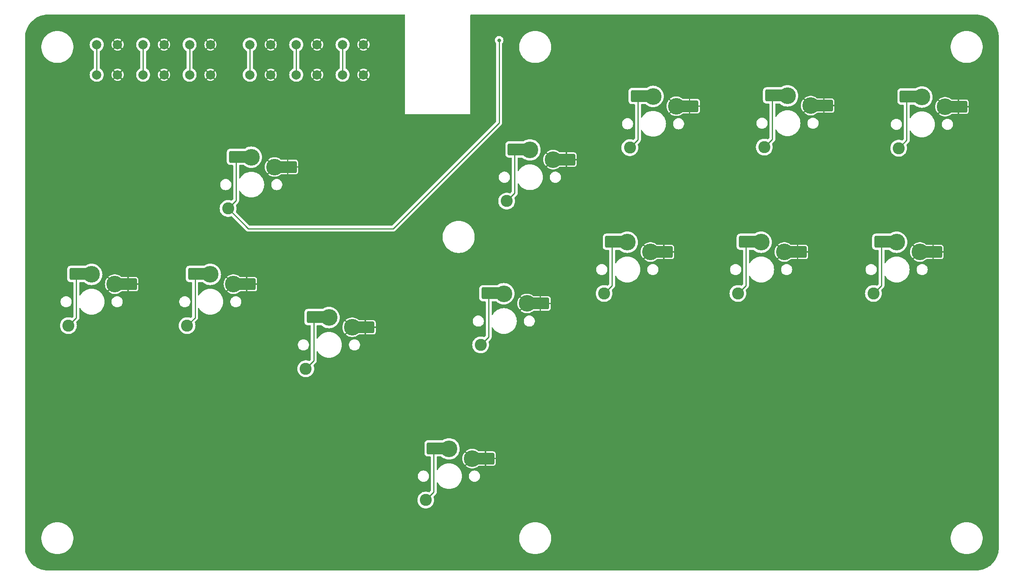
<source format=gbl>
%TF.GenerationSoftware,KiCad,Pcbnew,7.0.1*%
%TF.CreationDate,2023-08-22T10:43:52+03:00*%
%TF.ProjectId,Flatbox-Dual,466c6174-626f-4782-9d44-75616c2e6b69,rev?*%
%TF.SameCoordinates,Original*%
%TF.FileFunction,Copper,L2,Bot*%
%TF.FilePolarity,Positive*%
%FSLAX46Y46*%
G04 Gerber Fmt 4.6, Leading zero omitted, Abs format (unit mm)*
G04 Created by KiCad (PCBNEW 7.0.1) date 2023-08-22 10:43:52*
%MOMM*%
%LPD*%
G01*
G04 APERTURE LIST*
G04 Aperture macros list*
%AMRoundRect*
0 Rectangle with rounded corners*
0 $1 Rounding radius*
0 $2 $3 $4 $5 $6 $7 $8 $9 X,Y pos of 4 corners*
0 Add a 4 corners polygon primitive as box body*
4,1,4,$2,$3,$4,$5,$6,$7,$8,$9,$2,$3,0*
0 Add four circle primitives for the rounded corners*
1,1,$1+$1,$2,$3*
1,1,$1+$1,$4,$5*
1,1,$1+$1,$6,$7*
1,1,$1+$1,$8,$9*
0 Add four rect primitives between the rounded corners*
20,1,$1+$1,$2,$3,$4,$5,0*
20,1,$1+$1,$4,$5,$6,$7,0*
20,1,$1+$1,$6,$7,$8,$9,0*
20,1,$1+$1,$8,$9,$2,$3,0*%
G04 Aperture macros list end*
%TA.AperFunction,ComponentPad*%
%ADD10C,2.600000*%
%TD*%
%TA.AperFunction,SMDPad,CuDef*%
%ADD11RoundRect,0.250000X-1.675000X-1.000000X1.675000X-1.000000X1.675000X1.000000X-1.675000X1.000000X0*%
%TD*%
%TA.AperFunction,ComponentPad*%
%ADD12C,3.600000*%
%TD*%
%TA.AperFunction,ComponentPad*%
%ADD13C,2.000000*%
%TD*%
%TA.AperFunction,ViaPad*%
%ADD14C,0.800000*%
%TD*%
%TA.AperFunction,Conductor*%
%ADD15C,0.254000*%
%TD*%
G04 APERTURE END LIST*
D10*
X74965350Y-97133150D03*
D11*
X77115350Y-85983150D03*
D12*
X79965350Y-86083150D03*
X84965350Y-88183150D03*
D11*
X87815350Y-88183150D03*
D10*
X100551488Y-106443070D03*
D11*
X102701488Y-95293070D03*
D12*
X105551488Y-95393070D03*
X110551488Y-97493070D03*
D11*
X113401488Y-97493070D03*
D10*
X126420000Y-134770000D03*
D11*
X128570000Y-123620000D03*
D12*
X131420000Y-123720000D03*
X136420000Y-125820000D03*
D11*
X139270000Y-125820000D03*
D10*
X143860000Y-70260000D03*
D11*
X146010000Y-59110000D03*
D12*
X148860000Y-59210000D03*
X153860000Y-61310000D03*
D11*
X156710000Y-61310000D03*
D10*
X170420000Y-58730000D03*
D11*
X172570000Y-47580000D03*
D12*
X175420000Y-47680000D03*
X180420000Y-49780000D03*
D11*
X183270000Y-49780000D03*
D10*
X199390000Y-58610000D03*
D11*
X201540000Y-47460000D03*
D12*
X204390000Y-47560000D03*
X209390000Y-49660000D03*
D11*
X212240000Y-49660000D03*
D10*
X228360000Y-58850000D03*
D11*
X230510000Y-47700000D03*
D12*
X233360000Y-47800000D03*
X238360000Y-49900000D03*
D11*
X241210000Y-49900000D03*
D10*
X138250000Y-101300000D03*
D11*
X140400000Y-90150000D03*
D12*
X143250000Y-90250000D03*
X148250000Y-92350000D03*
D11*
X151100000Y-92350000D03*
D10*
X164860000Y-90190000D03*
D11*
X167010000Y-79040000D03*
D12*
X169860000Y-79140000D03*
X174860000Y-81240000D03*
D11*
X177710000Y-81240000D03*
D10*
X193710000Y-90190000D03*
D11*
X195860000Y-79040000D03*
D12*
X198710000Y-79140000D03*
X203710000Y-81240000D03*
D11*
X206560000Y-81240000D03*
D10*
X222920000Y-90190000D03*
D11*
X225070000Y-79040000D03*
D12*
X227920000Y-79140000D03*
X232920000Y-81240000D03*
D11*
X235770000Y-81240000D03*
D10*
X49385121Y-97133150D03*
D11*
X51535121Y-85983150D03*
D12*
X54385121Y-86083150D03*
X59385121Y-88183150D03*
D11*
X62235121Y-88183150D03*
D13*
X88500000Y-43000000D03*
X88500000Y-36500000D03*
X93000000Y-43000000D03*
X93000000Y-36500000D03*
X65500000Y-43000000D03*
X65500000Y-36500000D03*
X70000000Y-43000000D03*
X70000000Y-36500000D03*
X98500000Y-43000000D03*
X98500000Y-36500000D03*
X103000000Y-43000000D03*
X103000000Y-36500000D03*
X55500000Y-43000000D03*
X55500000Y-36500000D03*
X60000000Y-43000000D03*
X60000000Y-36500000D03*
X75500000Y-43000000D03*
X75500000Y-36500000D03*
X80000000Y-43000000D03*
X80000000Y-36500000D03*
X108500000Y-43000000D03*
X108500000Y-36500000D03*
X113000000Y-43000000D03*
X113000000Y-36500000D03*
D10*
X83811691Y-71848889D03*
D11*
X85961691Y-60698889D03*
D12*
X88811691Y-60798889D03*
X93811691Y-62898889D03*
D11*
X96661691Y-62898889D03*
D14*
X117400000Y-34400000D03*
X142240000Y-35560000D03*
D15*
X51110121Y-86033150D02*
X51110121Y-95408150D01*
X51110121Y-95408150D02*
X49385121Y-97133150D01*
X76690350Y-86033150D02*
X76690350Y-95408150D01*
X76690350Y-95408150D02*
X74965350Y-97133150D01*
X102276488Y-104718070D02*
X100551488Y-106443070D01*
X102276488Y-95343070D02*
X102276488Y-104718070D01*
X128145000Y-123670000D02*
X128145000Y-133045000D01*
X128145000Y-133045000D02*
X126420000Y-134770000D01*
X230085000Y-47750000D02*
X230085000Y-57125000D01*
X230085000Y-57125000D02*
X228360000Y-58850000D01*
X201115000Y-56885000D02*
X199390000Y-58610000D01*
X201115000Y-47510000D02*
X201115000Y-56885000D01*
X172145000Y-57005000D02*
X170420000Y-58730000D01*
X172145000Y-47630000D02*
X172145000Y-57005000D01*
X145585000Y-68535000D02*
X143860000Y-70260000D01*
X145585000Y-59160000D02*
X145585000Y-68535000D01*
X166585000Y-79090000D02*
X166585000Y-88465000D01*
X166585000Y-88465000D02*
X164860000Y-90190000D01*
X139975000Y-90200000D02*
X139975000Y-99575000D01*
X139975000Y-99575000D02*
X138250000Y-101300000D01*
X195435000Y-88465000D02*
X193710000Y-90190000D01*
X195435000Y-79090000D02*
X195435000Y-88465000D01*
X224645000Y-79090000D02*
X224645000Y-88465000D01*
X224645000Y-88465000D02*
X222920000Y-90190000D01*
X55500000Y-36500000D02*
X55500000Y-43000000D01*
X65500000Y-36500000D02*
X65500000Y-43000000D01*
X75500000Y-36500000D02*
X75500000Y-43000000D01*
X88500000Y-36500000D02*
X88500000Y-43000000D01*
X98500000Y-36500000D02*
X98500000Y-43000000D01*
X108500000Y-36500000D02*
X108500000Y-43000000D01*
X85536691Y-60748889D02*
X85536691Y-70123889D01*
X119380000Y-76200000D02*
X88162802Y-76200000D01*
X142240000Y-53340000D02*
X119380000Y-76200000D01*
X142240000Y-35560000D02*
X142240000Y-53340000D01*
X88162802Y-76200000D02*
X83811691Y-71848889D01*
X85536691Y-70123889D02*
X83811691Y-71848889D01*
%TA.AperFunction,Conductor*%
G36*
X121911500Y-30042381D02*
G01*
X121957619Y-30088500D01*
X121974500Y-30151500D01*
X121974500Y-51469864D01*
X121972399Y-51480426D01*
X121972399Y-51500000D01*
X121974500Y-51505072D01*
X121974502Y-51505077D01*
X121980482Y-51519517D01*
X122000000Y-51527601D01*
X122019575Y-51527601D01*
X122030137Y-51525500D01*
X135969863Y-51525500D01*
X135980425Y-51527601D01*
X136000000Y-51527601D01*
X136019517Y-51519517D01*
X136025500Y-51505072D01*
X136027601Y-51500000D01*
X136027601Y-51480426D01*
X136025500Y-51469864D01*
X136025500Y-30151500D01*
X136042381Y-30088500D01*
X136088500Y-30042381D01*
X136151500Y-30025500D01*
X244991715Y-30025500D01*
X244997404Y-30025500D01*
X245002611Y-30025608D01*
X245405599Y-30042275D01*
X245415946Y-30043132D01*
X245813611Y-30092702D01*
X245823871Y-30094414D01*
X246216076Y-30176650D01*
X246226144Y-30179199D01*
X246610236Y-30293549D01*
X246620069Y-30296925D01*
X246664562Y-30314286D01*
X246993375Y-30442590D01*
X247002912Y-30446773D01*
X247362918Y-30622769D01*
X247372076Y-30627725D01*
X247716313Y-30832845D01*
X247725032Y-30838541D01*
X248051169Y-31071400D01*
X248059363Y-31077776D01*
X248365170Y-31336781D01*
X248372831Y-31343835D01*
X248656164Y-31627168D01*
X248663218Y-31634829D01*
X248922220Y-31940633D01*
X248928602Y-31948833D01*
X249020328Y-32077302D01*
X249161458Y-32274967D01*
X249167154Y-32283686D01*
X249372274Y-32627923D01*
X249377230Y-32637081D01*
X249553226Y-32997087D01*
X249557409Y-33006624D01*
X249703071Y-33379921D01*
X249706453Y-33389771D01*
X249820796Y-33773841D01*
X249823352Y-33783936D01*
X249905584Y-34176124D01*
X249907298Y-34186395D01*
X249956865Y-34584036D01*
X249957725Y-34594415D01*
X249974392Y-34997389D01*
X249974500Y-35002596D01*
X249974500Y-144997404D01*
X249974392Y-145002611D01*
X249957725Y-145405584D01*
X249956865Y-145415963D01*
X249907298Y-145813604D01*
X249905584Y-145823875D01*
X249823352Y-146216063D01*
X249820796Y-146226158D01*
X249706453Y-146610228D01*
X249703071Y-146620078D01*
X249557409Y-146993375D01*
X249553226Y-147002912D01*
X249377230Y-147362918D01*
X249372274Y-147372076D01*
X249167154Y-147716313D01*
X249161458Y-147725032D01*
X248928609Y-148051157D01*
X248922213Y-148059375D01*
X248663218Y-148365170D01*
X248656164Y-148372831D01*
X248372831Y-148656164D01*
X248365170Y-148663218D01*
X248059375Y-148922213D01*
X248051157Y-148928609D01*
X247725032Y-149161458D01*
X247716313Y-149167154D01*
X247372076Y-149372274D01*
X247362918Y-149377230D01*
X247002912Y-149553226D01*
X246993375Y-149557409D01*
X246620078Y-149703071D01*
X246610228Y-149706453D01*
X246226158Y-149820796D01*
X246216063Y-149823352D01*
X245823875Y-149905584D01*
X245813604Y-149907298D01*
X245415963Y-149956865D01*
X245405584Y-149957725D01*
X245002611Y-149974392D01*
X244997404Y-149974500D01*
X45002596Y-149974500D01*
X44997389Y-149974392D01*
X44594415Y-149957725D01*
X44584036Y-149956865D01*
X44186395Y-149907298D01*
X44176124Y-149905584D01*
X43783936Y-149823352D01*
X43773841Y-149820796D01*
X43389771Y-149706453D01*
X43379921Y-149703071D01*
X43006624Y-149557409D01*
X42997087Y-149553226D01*
X42637081Y-149377230D01*
X42627923Y-149372274D01*
X42283686Y-149167154D01*
X42274967Y-149161458D01*
X42136940Y-149062909D01*
X41948833Y-148928602D01*
X41940633Y-148922220D01*
X41634829Y-148663218D01*
X41627168Y-148656164D01*
X41343835Y-148372831D01*
X41336781Y-148365170D01*
X41239876Y-148250754D01*
X41077776Y-148059363D01*
X41071400Y-148051169D01*
X40838541Y-147725032D01*
X40832845Y-147716313D01*
X40627725Y-147372076D01*
X40622769Y-147362918D01*
X40446773Y-147002912D01*
X40442590Y-146993375D01*
X40296928Y-146620078D01*
X40293546Y-146610228D01*
X40241471Y-146435311D01*
X40179199Y-146226144D01*
X40176650Y-146216076D01*
X40094414Y-145823871D01*
X40092701Y-145813604D01*
X40068836Y-145622149D01*
X40043132Y-145415946D01*
X40042275Y-145405599D01*
X40025608Y-145002611D01*
X40025500Y-144997404D01*
X40025500Y-143187085D01*
X43549500Y-143187085D01*
X43589953Y-143559047D01*
X43670386Y-143924462D01*
X43789858Y-144279039D01*
X43946961Y-144618612D01*
X43946963Y-144618616D01*
X43946964Y-144618617D01*
X44139864Y-144939220D01*
X44186068Y-145000000D01*
X44366301Y-145237092D01*
X44530838Y-145410791D01*
X44623608Y-145508727D01*
X44908779Y-145750954D01*
X45218469Y-145960928D01*
X45549045Y-146136189D01*
X45549049Y-146136190D01*
X45549048Y-146136190D01*
X45896631Y-146274680D01*
X46257154Y-146374778D01*
X46257155Y-146374779D01*
X46626387Y-146435311D01*
X46865416Y-146448270D01*
X46906525Y-146450500D01*
X46906528Y-146450500D01*
X47093472Y-146450500D01*
X47093475Y-146450500D01*
X47132666Y-146448374D01*
X47373613Y-146435311D01*
X47742845Y-146374779D01*
X48103368Y-146274680D01*
X48450955Y-146136189D01*
X48781531Y-145960928D01*
X49091221Y-145750954D01*
X49376392Y-145508727D01*
X49633703Y-145237087D01*
X49860136Y-144939220D01*
X50053036Y-144618617D01*
X50210142Y-144279038D01*
X50329613Y-143924462D01*
X50410046Y-143559049D01*
X50450500Y-143187085D01*
X146549500Y-143187085D01*
X146589953Y-143559047D01*
X146670386Y-143924462D01*
X146789858Y-144279039D01*
X146946961Y-144618612D01*
X146946963Y-144618616D01*
X146946964Y-144618617D01*
X147139864Y-144939220D01*
X147186068Y-145000000D01*
X147366301Y-145237092D01*
X147530838Y-145410791D01*
X147623608Y-145508727D01*
X147908779Y-145750954D01*
X148218469Y-145960928D01*
X148549045Y-146136189D01*
X148549049Y-146136190D01*
X148549048Y-146136190D01*
X148896631Y-146274680D01*
X149257154Y-146374778D01*
X149257155Y-146374779D01*
X149626387Y-146435311D01*
X149865416Y-146448270D01*
X149906525Y-146450500D01*
X149906528Y-146450500D01*
X150093472Y-146450500D01*
X150093475Y-146450500D01*
X150132666Y-146448374D01*
X150373613Y-146435311D01*
X150742845Y-146374779D01*
X151103368Y-146274680D01*
X151450955Y-146136189D01*
X151781531Y-145960928D01*
X152091221Y-145750954D01*
X152376392Y-145508727D01*
X152633703Y-145237087D01*
X152860136Y-144939220D01*
X153053036Y-144618617D01*
X153210142Y-144279038D01*
X153329613Y-143924462D01*
X153410046Y-143559049D01*
X153450500Y-143187085D01*
X239549500Y-143187085D01*
X239589953Y-143559047D01*
X239670386Y-143924462D01*
X239789858Y-144279039D01*
X239946961Y-144618612D01*
X239946963Y-144618616D01*
X239946964Y-144618617D01*
X240139864Y-144939220D01*
X240186068Y-145000000D01*
X240366301Y-145237092D01*
X240530838Y-145410791D01*
X240623608Y-145508727D01*
X240908779Y-145750954D01*
X241218469Y-145960928D01*
X241549045Y-146136189D01*
X241549049Y-146136190D01*
X241549048Y-146136190D01*
X241896631Y-146274680D01*
X242257154Y-146374778D01*
X242257155Y-146374779D01*
X242626387Y-146435311D01*
X242865416Y-146448270D01*
X242906525Y-146450500D01*
X242906528Y-146450500D01*
X243093472Y-146450500D01*
X243093475Y-146450500D01*
X243132666Y-146448374D01*
X243373613Y-146435311D01*
X243742845Y-146374779D01*
X244103368Y-146274680D01*
X244450955Y-146136189D01*
X244781531Y-145960928D01*
X245091221Y-145750954D01*
X245376392Y-145508727D01*
X245633703Y-145237087D01*
X245860136Y-144939220D01*
X246053036Y-144618617D01*
X246210142Y-144279038D01*
X246329613Y-143924462D01*
X246410046Y-143559049D01*
X246450500Y-143187081D01*
X246450500Y-142812919D01*
X246410046Y-142440951D01*
X246329613Y-142075538D01*
X246210142Y-141720962D01*
X246053036Y-141381383D01*
X245860136Y-141060780D01*
X245633703Y-140762913D01*
X245633700Y-140762910D01*
X245633698Y-140762907D01*
X245376393Y-140491274D01*
X245091220Y-140249045D01*
X244781533Y-140039073D01*
X244450951Y-139863809D01*
X244103368Y-139725319D01*
X243742844Y-139625220D01*
X243373613Y-139564689D01*
X243093475Y-139549500D01*
X243093472Y-139549500D01*
X242906528Y-139549500D01*
X242906525Y-139549500D01*
X242626386Y-139564689D01*
X242257155Y-139625220D01*
X241896631Y-139725319D01*
X241549048Y-139863809D01*
X241218466Y-140039073D01*
X240908779Y-140249045D01*
X240623606Y-140491274D01*
X240366301Y-140762907D01*
X240139863Y-141060781D01*
X239946961Y-141381387D01*
X239789858Y-141720960D01*
X239670386Y-142075537D01*
X239589953Y-142440952D01*
X239549500Y-142812915D01*
X239549500Y-143187085D01*
X153450500Y-143187085D01*
X153450500Y-143187081D01*
X153450500Y-142812919D01*
X153410046Y-142440951D01*
X153329613Y-142075538D01*
X153210142Y-141720962D01*
X153053036Y-141381383D01*
X152860136Y-141060780D01*
X152633703Y-140762913D01*
X152633700Y-140762910D01*
X152633698Y-140762907D01*
X152376393Y-140491274D01*
X152091220Y-140249045D01*
X151781533Y-140039073D01*
X151450951Y-139863809D01*
X151103368Y-139725319D01*
X150742844Y-139625220D01*
X150373613Y-139564689D01*
X150093475Y-139549500D01*
X150093472Y-139549500D01*
X149906528Y-139549500D01*
X149906525Y-139549500D01*
X149626386Y-139564689D01*
X149257155Y-139625220D01*
X148896631Y-139725319D01*
X148549048Y-139863809D01*
X148218466Y-140039073D01*
X147908779Y-140249045D01*
X147623606Y-140491274D01*
X147366301Y-140762907D01*
X147139863Y-141060781D01*
X146946961Y-141381387D01*
X146789858Y-141720960D01*
X146670386Y-142075537D01*
X146589953Y-142440952D01*
X146549500Y-142812915D01*
X146549500Y-143187085D01*
X50450500Y-143187085D01*
X50450500Y-143187081D01*
X50450500Y-142812919D01*
X50410046Y-142440951D01*
X50329613Y-142075538D01*
X50210142Y-141720962D01*
X50053036Y-141381383D01*
X49860136Y-141060780D01*
X49633703Y-140762913D01*
X49633700Y-140762910D01*
X49633698Y-140762907D01*
X49376393Y-140491274D01*
X49091220Y-140249045D01*
X48781533Y-140039073D01*
X48450951Y-139863809D01*
X48103368Y-139725319D01*
X47742844Y-139625220D01*
X47373613Y-139564689D01*
X47093475Y-139549500D01*
X47093472Y-139549500D01*
X46906528Y-139549500D01*
X46906525Y-139549500D01*
X46626386Y-139564689D01*
X46257155Y-139625220D01*
X45896631Y-139725319D01*
X45549048Y-139863809D01*
X45218466Y-140039073D01*
X44908779Y-140249045D01*
X44623606Y-140491274D01*
X44366301Y-140762907D01*
X44139863Y-141060781D01*
X43946961Y-141381387D01*
X43789858Y-141720960D01*
X43670386Y-142075537D01*
X43589953Y-142440952D01*
X43549500Y-142812915D01*
X43549500Y-143187085D01*
X40025500Y-143187085D01*
X40025500Y-134769999D01*
X124606429Y-134769999D01*
X124626685Y-135040300D01*
X124687001Y-135304560D01*
X124786029Y-135556880D01*
X124921557Y-135791621D01*
X125090554Y-136003538D01*
X125090557Y-136003540D01*
X125090558Y-136003542D01*
X125289257Y-136187907D01*
X125513215Y-136340599D01*
X125639819Y-136401568D01*
X125757427Y-136458206D01*
X125815192Y-136476023D01*
X126016442Y-136538101D01*
X126284472Y-136578500D01*
X126555526Y-136578500D01*
X126555528Y-136578500D01*
X126823558Y-136538101D01*
X127082572Y-136458206D01*
X127326786Y-136340599D01*
X127550743Y-136187907D01*
X127749442Y-136003542D01*
X127918443Y-135791621D01*
X128053971Y-135556879D01*
X128152999Y-135304559D01*
X128213315Y-135040299D01*
X128233571Y-134770000D01*
X128213315Y-134499701D01*
X128152999Y-134235441D01*
X128098663Y-134096998D01*
X128089964Y-134049396D01*
X128099848Y-134002023D01*
X128126856Y-133961874D01*
X128534915Y-133553815D01*
X128551284Y-133540702D01*
X128553300Y-133538554D01*
X128553303Y-133538553D01*
X128600118Y-133488698D01*
X128602809Y-133485921D01*
X128622638Y-133466094D01*
X128625129Y-133462882D01*
X128632818Y-133453877D01*
X128663217Y-133421506D01*
X128673025Y-133403664D01*
X128683872Y-133387150D01*
X128696349Y-133371067D01*
X128713980Y-133330322D01*
X128719177Y-133319712D01*
X128740569Y-133280803D01*
X128745631Y-133261083D01*
X128752033Y-133242387D01*
X128760117Y-133223708D01*
X128767057Y-133179883D01*
X128769462Y-133168265D01*
X128780500Y-133125282D01*
X128780500Y-133104934D01*
X128782051Y-133085223D01*
X128782594Y-133081793D01*
X128785235Y-133065121D01*
X128781059Y-133020944D01*
X128780500Y-133009086D01*
X128780500Y-131070684D01*
X128797128Y-131008124D01*
X128842623Y-130962076D01*
X128904978Y-130944693D01*
X128967734Y-130960564D01*
X129014329Y-131005500D01*
X129131632Y-131199545D01*
X129338715Y-131463866D01*
X129576133Y-131701284D01*
X129840454Y-131908367D01*
X129962950Y-131982418D01*
X130127803Y-132082075D01*
X130433995Y-132219881D01*
X130754565Y-132319775D01*
X131084839Y-132380299D01*
X131336134Y-132395500D01*
X131336135Y-132395500D01*
X131503865Y-132395500D01*
X131503866Y-132395500D01*
X131629513Y-132387899D01*
X131755161Y-132380299D01*
X132085435Y-132319775D01*
X132406005Y-132219881D01*
X132712197Y-132082075D01*
X132999545Y-131908367D01*
X133263861Y-131701289D01*
X133501289Y-131463861D01*
X133708367Y-131199545D01*
X133882075Y-130912197D01*
X134019881Y-130606005D01*
X134119775Y-130285435D01*
X134180299Y-129955161D01*
X134193844Y-129731241D01*
X135719500Y-129731241D01*
X135760382Y-129949940D01*
X135840754Y-130157405D01*
X135957873Y-130346558D01*
X135957874Y-130346559D01*
X135957876Y-130346562D01*
X136107764Y-130510981D01*
X136285311Y-130645058D01*
X136484472Y-130744229D01*
X136698464Y-130805115D01*
X136864497Y-130820500D01*
X136975497Y-130820500D01*
X136975503Y-130820500D01*
X137141536Y-130805115D01*
X137355528Y-130744229D01*
X137554689Y-130645058D01*
X137732236Y-130510981D01*
X137882124Y-130346562D01*
X137999247Y-130157401D01*
X138079618Y-129949940D01*
X138120500Y-129731243D01*
X138120500Y-129508757D01*
X138079618Y-129290060D01*
X137999247Y-129082599D01*
X137999246Y-129082598D01*
X137999245Y-129082594D01*
X137882126Y-128893441D01*
X137882125Y-128893440D01*
X137882124Y-128893438D01*
X137732236Y-128729019D01*
X137554689Y-128594942D01*
X137554688Y-128594941D01*
X137355527Y-128495770D01*
X137141540Y-128434886D01*
X137141539Y-128434885D01*
X137141536Y-128434885D01*
X136975503Y-128419500D01*
X136864497Y-128419500D01*
X136698464Y-128434885D01*
X136698461Y-128434885D01*
X136698459Y-128434886D01*
X136484472Y-128495770D01*
X136285310Y-128594942D01*
X136107765Y-128729018D01*
X135957873Y-128893441D01*
X135840754Y-129082594D01*
X135760382Y-129290059D01*
X135719500Y-129508759D01*
X135719500Y-129731241D01*
X134193844Y-129731241D01*
X134200573Y-129620000D01*
X134180299Y-129284839D01*
X134119775Y-128954565D01*
X134019881Y-128633995D01*
X133882075Y-128327803D01*
X133782418Y-128162950D01*
X133708367Y-128040454D01*
X133501284Y-127776133D01*
X133263866Y-127538715D01*
X132999545Y-127331632D01*
X132775344Y-127196099D01*
X132712197Y-127157925D01*
X132712193Y-127157923D01*
X132406010Y-127020121D01*
X132406008Y-127020120D01*
X132406005Y-127020119D01*
X132085435Y-126920225D01*
X132085433Y-126920224D01*
X132085431Y-126920224D01*
X131755160Y-126859700D01*
X131503866Y-126844500D01*
X131503865Y-126844500D01*
X131336135Y-126844500D01*
X131336134Y-126844500D01*
X131084839Y-126859700D01*
X130754568Y-126920224D01*
X130433989Y-127020121D01*
X130127806Y-127157923D01*
X129840454Y-127331632D01*
X129576133Y-127538715D01*
X129338715Y-127776133D01*
X129131632Y-128040454D01*
X129014329Y-128234500D01*
X128967734Y-128279436D01*
X128904978Y-128295307D01*
X128842623Y-128277924D01*
X128797128Y-128231876D01*
X128780500Y-128169316D01*
X128780500Y-125504499D01*
X128797381Y-125441499D01*
X128843500Y-125395380D01*
X128906500Y-125378499D01*
X129762535Y-125378499D01*
X129806919Y-125386575D01*
X129845613Y-125409767D01*
X130011661Y-125555388D01*
X130183191Y-125670000D01*
X130263273Y-125723509D01*
X130392809Y-125787389D01*
X130534683Y-125857354D01*
X130821231Y-125954623D01*
X130821234Y-125954624D01*
X131118034Y-126013661D01*
X131420000Y-126033453D01*
X131721966Y-126013661D01*
X132018766Y-125954624D01*
X132152890Y-125909095D01*
X132305316Y-125857354D01*
X132381064Y-125819999D01*
X134315093Y-125819999D01*
X134334697Y-126106612D01*
X134393150Y-126387899D01*
X134489357Y-126658602D01*
X134621525Y-126913673D01*
X134787200Y-127148381D01*
X134831765Y-127196099D01*
X136207867Y-125820000D01*
X136207867Y-125819999D01*
X134831766Y-124443898D01*
X134831765Y-124443899D01*
X134787199Y-124491619D01*
X134621525Y-124726326D01*
X134489357Y-124981397D01*
X134393150Y-125252100D01*
X134334697Y-125533387D01*
X134315093Y-125819999D01*
X132381064Y-125819999D01*
X132576727Y-125723509D01*
X132828341Y-125555386D01*
X133055858Y-125355858D01*
X133255386Y-125128341D01*
X133423509Y-124876727D01*
X133557352Y-124605320D01*
X133557351Y-124605320D01*
X133557354Y-124605316D01*
X133654623Y-124318768D01*
X133654624Y-124318766D01*
X133671865Y-124232087D01*
X135044219Y-124232087D01*
X136543037Y-125730905D01*
X136575649Y-125787389D01*
X136575649Y-125852611D01*
X136543037Y-125909095D01*
X135044220Y-127407911D01*
X135044220Y-127407912D01*
X135206143Y-127539647D01*
X135451603Y-127688914D01*
X135715109Y-127803371D01*
X135991749Y-127880882D01*
X136276353Y-127920000D01*
X136563647Y-127920000D01*
X136848250Y-127880882D01*
X137124890Y-127803371D01*
X137388396Y-127688914D01*
X137633856Y-127539647D01*
X137807645Y-127398260D01*
X137844967Y-127377275D01*
X137887162Y-127370000D01*
X139120000Y-127370000D01*
X139120000Y-125970000D01*
X139420000Y-125970000D01*
X139420000Y-127370000D01*
X140988061Y-127370000D01*
X141076445Y-127359386D01*
X141217095Y-127303921D01*
X141337565Y-127212565D01*
X141428921Y-127092095D01*
X141484386Y-126951445D01*
X141495000Y-126863061D01*
X141495000Y-125970000D01*
X139420000Y-125970000D01*
X139120000Y-125970000D01*
X139120000Y-124270000D01*
X139420000Y-124270000D01*
X139420000Y-125670000D01*
X141495000Y-125670000D01*
X141495000Y-124776939D01*
X141484386Y-124688554D01*
X141428921Y-124547904D01*
X141337565Y-124427434D01*
X141217095Y-124336078D01*
X141076445Y-124280613D01*
X140988061Y-124270000D01*
X139420000Y-124270000D01*
X139120000Y-124270000D01*
X137887162Y-124270000D01*
X137844967Y-124262725D01*
X137807645Y-124241740D01*
X137633856Y-124100352D01*
X137388396Y-123951085D01*
X137124890Y-123836628D01*
X136848250Y-123759117D01*
X136563647Y-123720000D01*
X136276353Y-123720000D01*
X135991749Y-123759117D01*
X135715109Y-123836628D01*
X135451607Y-123951083D01*
X135206141Y-124100354D01*
X135044220Y-124232086D01*
X135044219Y-124232087D01*
X133671865Y-124232087D01*
X133713661Y-124021966D01*
X133733453Y-123720000D01*
X133713661Y-123418034D01*
X133654624Y-123121234D01*
X133654623Y-123121231D01*
X133557354Y-122834684D01*
X133426557Y-122569455D01*
X133423509Y-122563274D01*
X133423506Y-122563270D01*
X133423505Y-122563267D01*
X133255390Y-122311664D01*
X133055858Y-122084141D01*
X132828338Y-121884611D01*
X132576729Y-121716492D01*
X132305316Y-121582645D01*
X132018768Y-121485376D01*
X131721965Y-121426338D01*
X131420000Y-121406547D01*
X131118034Y-121426338D01*
X130821231Y-121485376D01*
X130534684Y-121582645D01*
X130263267Y-121716494D01*
X130078031Y-121840265D01*
X130044606Y-121856075D01*
X130008030Y-121861500D01*
X126844459Y-121861500D01*
X126740573Y-121872113D01*
X126572262Y-121927885D01*
X126421344Y-122020972D01*
X126295972Y-122146344D01*
X126295970Y-122146348D01*
X126202885Y-122297262D01*
X126147113Y-122465574D01*
X126137132Y-122563274D01*
X126136500Y-122569459D01*
X126136500Y-124670540D01*
X126142199Y-124726326D01*
X126147113Y-124774426D01*
X126202885Y-124942738D01*
X126295970Y-125093652D01*
X126295972Y-125093655D01*
X126421344Y-125219027D01*
X126421346Y-125219028D01*
X126421348Y-125219030D01*
X126572262Y-125312115D01*
X126740574Y-125367887D01*
X126844455Y-125378500D01*
X127383500Y-125378500D01*
X127446500Y-125395381D01*
X127492619Y-125441500D01*
X127509500Y-125504500D01*
X127509500Y-132729576D01*
X127499909Y-132777794D01*
X127472595Y-132818672D01*
X127231440Y-133059825D01*
X127188379Y-133088019D01*
X127137637Y-133096641D01*
X127087680Y-133084253D01*
X127082574Y-133081794D01*
X126922784Y-133032506D01*
X126823558Y-133001899D01*
X126555528Y-132961500D01*
X126284472Y-132961500D01*
X126016442Y-133001899D01*
X126016438Y-133001900D01*
X126016439Y-133001900D01*
X125757427Y-133081793D01*
X125513214Y-133199401D01*
X125289260Y-133352090D01*
X125090554Y-133536461D01*
X124921557Y-133748378D01*
X124786029Y-133983119D01*
X124687001Y-134235439D01*
X124626685Y-134499699D01*
X124606429Y-134769999D01*
X40025500Y-134769999D01*
X40025500Y-129731241D01*
X124719500Y-129731241D01*
X124760382Y-129949940D01*
X124840754Y-130157405D01*
X124957873Y-130346558D01*
X124957874Y-130346559D01*
X124957876Y-130346562D01*
X125107764Y-130510981D01*
X125285311Y-130645058D01*
X125484472Y-130744229D01*
X125698464Y-130805115D01*
X125864497Y-130820500D01*
X125975497Y-130820500D01*
X125975503Y-130820500D01*
X126141536Y-130805115D01*
X126355528Y-130744229D01*
X126554689Y-130645058D01*
X126732236Y-130510981D01*
X126882124Y-130346562D01*
X126999247Y-130157401D01*
X127079618Y-129949940D01*
X127120500Y-129731243D01*
X127120500Y-129508757D01*
X127079618Y-129290060D01*
X126999247Y-129082599D01*
X126999246Y-129082598D01*
X126999245Y-129082594D01*
X126882126Y-128893441D01*
X126882125Y-128893440D01*
X126882124Y-128893438D01*
X126732236Y-128729019D01*
X126554689Y-128594942D01*
X126554688Y-128594941D01*
X126355527Y-128495770D01*
X126141540Y-128434886D01*
X126141539Y-128434885D01*
X126141536Y-128434885D01*
X125975503Y-128419500D01*
X125864497Y-128419500D01*
X125698464Y-128434885D01*
X125698461Y-128434885D01*
X125698459Y-128434886D01*
X125484472Y-128495770D01*
X125285310Y-128594942D01*
X125107765Y-128729018D01*
X124957873Y-128893441D01*
X124840754Y-129082594D01*
X124760382Y-129290059D01*
X124719500Y-129508759D01*
X124719500Y-129731241D01*
X40025500Y-129731241D01*
X40025500Y-106443069D01*
X98737917Y-106443069D01*
X98758173Y-106713370D01*
X98818489Y-106977630D01*
X98917517Y-107229950D01*
X99053045Y-107464691D01*
X99222042Y-107676608D01*
X99222045Y-107676610D01*
X99222046Y-107676612D01*
X99420745Y-107860977D01*
X99644703Y-108013669D01*
X99771308Y-108074638D01*
X99888915Y-108131276D01*
X99946680Y-108149093D01*
X100147930Y-108211171D01*
X100415960Y-108251570D01*
X100687014Y-108251570D01*
X100687016Y-108251570D01*
X100955046Y-108211171D01*
X101214060Y-108131276D01*
X101458274Y-108013669D01*
X101682231Y-107860977D01*
X101880930Y-107676612D01*
X102049931Y-107464691D01*
X102185459Y-107229949D01*
X102284487Y-106977629D01*
X102344803Y-106713369D01*
X102365059Y-106443070D01*
X102344803Y-106172771D01*
X102284487Y-105908511D01*
X102230151Y-105770068D01*
X102221452Y-105722466D01*
X102231336Y-105675093D01*
X102258344Y-105634944D01*
X102666403Y-105226885D01*
X102682772Y-105213772D01*
X102684788Y-105211624D01*
X102684791Y-105211623D01*
X102731606Y-105161768D01*
X102734297Y-105158991D01*
X102754126Y-105139164D01*
X102756617Y-105135952D01*
X102764306Y-105126947D01*
X102794705Y-105094576D01*
X102804513Y-105076734D01*
X102815360Y-105060220D01*
X102827837Y-105044137D01*
X102845468Y-105003392D01*
X102850665Y-104992782D01*
X102872057Y-104953873D01*
X102877119Y-104934153D01*
X102883521Y-104915457D01*
X102891605Y-104896778D01*
X102898545Y-104852953D01*
X102900950Y-104841335D01*
X102911988Y-104798352D01*
X102911988Y-104778004D01*
X102913539Y-104758293D01*
X102914082Y-104754863D01*
X102916723Y-104738191D01*
X102912547Y-104694014D01*
X102911988Y-104682156D01*
X102911988Y-102743754D01*
X102928616Y-102681194D01*
X102974111Y-102635146D01*
X103036466Y-102617763D01*
X103099222Y-102633634D01*
X103145817Y-102678570D01*
X103263120Y-102872615D01*
X103470203Y-103136936D01*
X103707621Y-103374354D01*
X103971942Y-103581437D01*
X104094438Y-103655488D01*
X104259291Y-103755145D01*
X104565483Y-103892951D01*
X104886053Y-103992845D01*
X105216327Y-104053369D01*
X105467622Y-104068570D01*
X105467623Y-104068570D01*
X105635353Y-104068570D01*
X105635354Y-104068570D01*
X105761001Y-104060969D01*
X105886649Y-104053369D01*
X106216923Y-103992845D01*
X106537493Y-103892951D01*
X106843685Y-103755145D01*
X107131033Y-103581437D01*
X107395349Y-103374359D01*
X107632777Y-103136931D01*
X107839855Y-102872615D01*
X108013563Y-102585267D01*
X108151369Y-102279075D01*
X108251263Y-101958505D01*
X108311787Y-101628231D01*
X108325332Y-101404313D01*
X109850988Y-101404313D01*
X109882017Y-101570300D01*
X109891870Y-101623010D01*
X109972242Y-101830475D01*
X110089361Y-102019628D01*
X110089362Y-102019629D01*
X110089364Y-102019632D01*
X110239252Y-102184051D01*
X110416799Y-102318128D01*
X110615960Y-102417299D01*
X110829952Y-102478185D01*
X110995985Y-102493570D01*
X111106985Y-102493570D01*
X111106991Y-102493570D01*
X111273024Y-102478185D01*
X111487016Y-102417299D01*
X111686177Y-102318128D01*
X111863724Y-102184051D01*
X112013612Y-102019632D01*
X112072173Y-101925051D01*
X112130733Y-101830475D01*
X112130735Y-101830471D01*
X112211106Y-101623010D01*
X112251988Y-101404313D01*
X112251988Y-101299999D01*
X136436429Y-101299999D01*
X136456685Y-101570300D01*
X136517001Y-101834560D01*
X136616029Y-102086880D01*
X136751557Y-102321621D01*
X136920554Y-102533538D01*
X136920557Y-102533540D01*
X136920558Y-102533542D01*
X137119257Y-102717907D01*
X137343215Y-102870599D01*
X137469819Y-102931568D01*
X137587427Y-102988206D01*
X137645192Y-103006023D01*
X137846442Y-103068101D01*
X138114472Y-103108500D01*
X138385526Y-103108500D01*
X138385528Y-103108500D01*
X138653558Y-103068101D01*
X138912572Y-102988206D01*
X139156786Y-102870599D01*
X139380743Y-102717907D01*
X139579442Y-102533542D01*
X139748443Y-102321621D01*
X139883971Y-102086879D01*
X139982999Y-101834559D01*
X140043315Y-101570299D01*
X140063571Y-101300000D01*
X140043315Y-101029701D01*
X139982999Y-100765441D01*
X139928663Y-100626998D01*
X139919964Y-100579396D01*
X139929848Y-100532023D01*
X139956856Y-100491874D01*
X140364915Y-100083815D01*
X140381284Y-100070702D01*
X140383300Y-100068554D01*
X140383303Y-100068553D01*
X140430118Y-100018698D01*
X140432809Y-100015921D01*
X140452638Y-99996094D01*
X140455129Y-99992882D01*
X140462818Y-99983877D01*
X140493217Y-99951506D01*
X140503025Y-99933664D01*
X140513872Y-99917150D01*
X140526349Y-99901067D01*
X140543980Y-99860322D01*
X140549177Y-99849712D01*
X140570569Y-99810803D01*
X140575631Y-99791083D01*
X140582033Y-99772387D01*
X140590117Y-99753708D01*
X140597057Y-99709883D01*
X140599462Y-99698265D01*
X140610500Y-99655282D01*
X140610500Y-99634934D01*
X140612051Y-99615223D01*
X140612594Y-99611793D01*
X140615235Y-99595121D01*
X140611059Y-99550944D01*
X140610500Y-99539086D01*
X140610500Y-97600684D01*
X140627128Y-97538124D01*
X140672623Y-97492076D01*
X140734978Y-97474693D01*
X140797734Y-97490564D01*
X140844329Y-97535500D01*
X140961632Y-97729545D01*
X141168715Y-97993866D01*
X141406133Y-98231284D01*
X141670454Y-98438367D01*
X141792950Y-98512418D01*
X141957803Y-98612075D01*
X142263995Y-98749881D01*
X142584565Y-98849775D01*
X142865454Y-98901249D01*
X142914839Y-98910299D01*
X143166134Y-98925500D01*
X143166135Y-98925500D01*
X143333865Y-98925500D01*
X143333866Y-98925500D01*
X143459512Y-98917899D01*
X143585161Y-98910299D01*
X143915435Y-98849775D01*
X144236005Y-98749881D01*
X144542197Y-98612075D01*
X144829545Y-98438367D01*
X145093861Y-98231289D01*
X145331289Y-97993861D01*
X145538367Y-97729545D01*
X145712075Y-97442197D01*
X145849881Y-97136005D01*
X145949775Y-96815435D01*
X146010299Y-96485161D01*
X146023844Y-96261243D01*
X147549500Y-96261243D01*
X147565395Y-96346271D01*
X147590382Y-96479940D01*
X147670754Y-96687405D01*
X147787873Y-96876558D01*
X147787874Y-96876559D01*
X147787876Y-96876562D01*
X147937764Y-97040981D01*
X148115311Y-97175058D01*
X148314472Y-97274229D01*
X148528464Y-97335115D01*
X148694497Y-97350500D01*
X148805497Y-97350500D01*
X148805503Y-97350500D01*
X148971536Y-97335115D01*
X149185528Y-97274229D01*
X149384689Y-97175058D01*
X149562236Y-97040981D01*
X149712124Y-96876562D01*
X149829247Y-96687401D01*
X149909618Y-96479940D01*
X149950500Y-96261243D01*
X149950500Y-96038757D01*
X149909618Y-95820060D01*
X149829247Y-95612599D01*
X149829246Y-95612598D01*
X149829245Y-95612594D01*
X149712126Y-95423441D01*
X149712125Y-95423440D01*
X149712124Y-95423438D01*
X149562236Y-95259019D01*
X149384689Y-95124942D01*
X149316734Y-95091104D01*
X149185527Y-95025770D01*
X148971540Y-94964886D01*
X148971539Y-94964885D01*
X148971536Y-94964885D01*
X148805503Y-94949500D01*
X148694497Y-94949500D01*
X148528464Y-94964885D01*
X148528461Y-94964885D01*
X148528459Y-94964886D01*
X148314472Y-95025770D01*
X148115310Y-95124942D01*
X147937765Y-95259018D01*
X147787873Y-95423441D01*
X147670754Y-95612594D01*
X147590382Y-95820059D01*
X147588665Y-95829243D01*
X147549500Y-96038757D01*
X147549500Y-96261243D01*
X146023844Y-96261243D01*
X146030573Y-96150000D01*
X146010299Y-95814839D01*
X145949775Y-95484565D01*
X145849881Y-95163995D01*
X145712075Y-94857803D01*
X145606358Y-94682925D01*
X145538367Y-94570454D01*
X145331284Y-94306133D01*
X145093866Y-94068715D01*
X144829545Y-93861632D01*
X144605344Y-93726099D01*
X144542197Y-93687925D01*
X144542193Y-93687923D01*
X144236010Y-93550121D01*
X144236008Y-93550120D01*
X144236005Y-93550119D01*
X143915435Y-93450225D01*
X143915433Y-93450224D01*
X143915431Y-93450224D01*
X143585160Y-93389700D01*
X143333866Y-93374500D01*
X143333865Y-93374500D01*
X143166135Y-93374500D01*
X143166134Y-93374500D01*
X142914839Y-93389700D01*
X142584568Y-93450224D01*
X142584564Y-93450225D01*
X142584565Y-93450225D01*
X142279836Y-93545183D01*
X142263989Y-93550121D01*
X141957806Y-93687923D01*
X141670454Y-93861632D01*
X141406133Y-94068715D01*
X141168715Y-94306133D01*
X140961632Y-94570454D01*
X140865076Y-94730179D01*
X140857055Y-94743449D01*
X140844329Y-94764500D01*
X140797734Y-94809436D01*
X140734978Y-94825307D01*
X140672623Y-94807924D01*
X140627128Y-94761876D01*
X140610500Y-94699316D01*
X140610500Y-92034499D01*
X140627381Y-91971499D01*
X140673500Y-91925380D01*
X140736500Y-91908499D01*
X141592535Y-91908499D01*
X141636919Y-91916575D01*
X141675613Y-91939767D01*
X141841661Y-92085388D01*
X142013191Y-92200000D01*
X142093273Y-92253509D01*
X142222809Y-92317389D01*
X142364683Y-92387354D01*
X142651231Y-92484623D01*
X142651234Y-92484624D01*
X142948034Y-92543661D01*
X143250000Y-92563453D01*
X143551966Y-92543661D01*
X143848766Y-92484624D01*
X143982890Y-92439095D01*
X144135316Y-92387354D01*
X144211062Y-92350000D01*
X146145093Y-92350000D01*
X146164697Y-92636612D01*
X146223150Y-92917899D01*
X146319357Y-93188602D01*
X146451525Y-93443673D01*
X146617200Y-93678381D01*
X146661765Y-93726099D01*
X146661766Y-93726099D01*
X148037867Y-92350000D01*
X148037867Y-92349998D01*
X146661767Y-90973898D01*
X146661765Y-90973899D01*
X146617199Y-91021619D01*
X146451525Y-91256326D01*
X146319357Y-91511397D01*
X146223150Y-91782100D01*
X146164697Y-92063387D01*
X146145093Y-92350000D01*
X144211062Y-92350000D01*
X144211066Y-92349998D01*
X144406727Y-92253509D01*
X144658341Y-92085386D01*
X144885858Y-91885858D01*
X145085386Y-91658341D01*
X145253509Y-91406727D01*
X145387352Y-91135320D01*
X145387351Y-91135320D01*
X145387354Y-91135316D01*
X145484623Y-90848768D01*
X145484624Y-90848766D01*
X145501865Y-90762087D01*
X146874219Y-90762087D01*
X148373037Y-92260905D01*
X148405649Y-92317389D01*
X148405649Y-92382611D01*
X148373037Y-92439095D01*
X146874220Y-93937911D01*
X146874220Y-93937912D01*
X147036143Y-94069647D01*
X147281603Y-94218914D01*
X147545109Y-94333371D01*
X147821749Y-94410882D01*
X148106353Y-94450000D01*
X148393647Y-94450000D01*
X148678250Y-94410882D01*
X148954890Y-94333371D01*
X149218396Y-94218914D01*
X149463856Y-94069647D01*
X149637645Y-93928260D01*
X149674967Y-93907275D01*
X149717162Y-93900000D01*
X150950000Y-93900000D01*
X150950000Y-92500000D01*
X151250000Y-92500000D01*
X151250000Y-93900000D01*
X152818061Y-93900000D01*
X152906445Y-93889386D01*
X153047095Y-93833921D01*
X153167565Y-93742565D01*
X153258921Y-93622095D01*
X153314386Y-93481445D01*
X153325000Y-93393061D01*
X153325000Y-92500000D01*
X151250000Y-92500000D01*
X150950000Y-92500000D01*
X150950000Y-90800000D01*
X151250000Y-90800000D01*
X151250000Y-92200000D01*
X153325000Y-92200000D01*
X153325000Y-91306939D01*
X153314386Y-91218554D01*
X153258921Y-91077904D01*
X153167565Y-90957434D01*
X153047095Y-90866078D01*
X152906445Y-90810613D01*
X152818061Y-90800000D01*
X151250000Y-90800000D01*
X150950000Y-90800000D01*
X149717162Y-90800000D01*
X149674967Y-90792725D01*
X149637645Y-90771740D01*
X149463856Y-90630352D01*
X149218396Y-90481085D01*
X148954890Y-90366628D01*
X148678250Y-90289117D01*
X148393647Y-90250000D01*
X148106353Y-90250000D01*
X147821749Y-90289117D01*
X147545109Y-90366628D01*
X147281607Y-90481083D01*
X147036141Y-90630354D01*
X146874220Y-90762086D01*
X146874219Y-90762087D01*
X145501865Y-90762087D01*
X145543661Y-90551966D01*
X145563453Y-90250000D01*
X145559520Y-90189999D01*
X163046429Y-90189999D01*
X163066685Y-90460300D01*
X163127001Y-90724560D01*
X163226029Y-90976880D01*
X163361557Y-91211621D01*
X163530554Y-91423538D01*
X163530557Y-91423540D01*
X163530558Y-91423542D01*
X163729257Y-91607907D01*
X163953215Y-91760599D01*
X164079820Y-91821568D01*
X164197427Y-91878206D01*
X164222235Y-91885858D01*
X164456442Y-91958101D01*
X164724472Y-91998500D01*
X164995526Y-91998500D01*
X164995528Y-91998500D01*
X165263558Y-91958101D01*
X165522572Y-91878206D01*
X165766786Y-91760599D01*
X165990743Y-91607907D01*
X166189442Y-91423542D01*
X166358443Y-91211621D01*
X166493971Y-90976879D01*
X166592999Y-90724559D01*
X166653315Y-90460299D01*
X166673571Y-90190000D01*
X166673571Y-90189999D01*
X191896429Y-90189999D01*
X191916685Y-90460300D01*
X191977001Y-90724560D01*
X192076029Y-90976880D01*
X192211557Y-91211621D01*
X192380554Y-91423538D01*
X192380557Y-91423540D01*
X192380558Y-91423542D01*
X192579257Y-91607907D01*
X192803215Y-91760599D01*
X192929820Y-91821568D01*
X193047427Y-91878206D01*
X193072235Y-91885858D01*
X193306442Y-91958101D01*
X193574472Y-91998500D01*
X193845526Y-91998500D01*
X193845528Y-91998500D01*
X194113558Y-91958101D01*
X194372572Y-91878206D01*
X194616786Y-91760599D01*
X194840743Y-91607907D01*
X195039442Y-91423542D01*
X195208443Y-91211621D01*
X195343971Y-90976879D01*
X195442999Y-90724559D01*
X195503315Y-90460299D01*
X195523571Y-90190000D01*
X195523571Y-90189999D01*
X221106429Y-90189999D01*
X221126685Y-90460300D01*
X221187001Y-90724560D01*
X221286029Y-90976880D01*
X221421557Y-91211621D01*
X221590554Y-91423538D01*
X221590557Y-91423540D01*
X221590558Y-91423542D01*
X221789257Y-91607907D01*
X222013215Y-91760599D01*
X222139820Y-91821568D01*
X222257427Y-91878206D01*
X222282235Y-91885858D01*
X222516442Y-91958101D01*
X222784472Y-91998500D01*
X223055526Y-91998500D01*
X223055528Y-91998500D01*
X223323558Y-91958101D01*
X223582572Y-91878206D01*
X223826786Y-91760599D01*
X224050743Y-91607907D01*
X224249442Y-91423542D01*
X224418443Y-91211621D01*
X224553971Y-90976879D01*
X224652999Y-90724559D01*
X224713315Y-90460299D01*
X224733571Y-90190000D01*
X224713315Y-89919701D01*
X224652999Y-89655441D01*
X224598663Y-89516998D01*
X224589964Y-89469396D01*
X224599848Y-89422023D01*
X224626856Y-89381874D01*
X225034915Y-88973815D01*
X225051284Y-88960702D01*
X225053300Y-88958554D01*
X225053303Y-88958553D01*
X225100118Y-88908698D01*
X225102809Y-88905921D01*
X225122638Y-88886094D01*
X225125129Y-88882882D01*
X225132818Y-88873877D01*
X225163217Y-88841506D01*
X225173025Y-88823664D01*
X225183872Y-88807150D01*
X225196349Y-88791067D01*
X225213980Y-88750322D01*
X225219177Y-88739712D01*
X225240569Y-88700803D01*
X225245631Y-88681083D01*
X225252033Y-88662387D01*
X225260117Y-88643708D01*
X225267057Y-88599883D01*
X225269462Y-88588265D01*
X225280500Y-88545282D01*
X225280500Y-88524934D01*
X225282051Y-88505223D01*
X225282594Y-88501793D01*
X225285235Y-88485121D01*
X225281059Y-88440944D01*
X225280500Y-88429086D01*
X225280500Y-86490684D01*
X225297128Y-86428124D01*
X225342623Y-86382076D01*
X225404978Y-86364693D01*
X225467734Y-86380564D01*
X225514329Y-86425500D01*
X225631632Y-86619545D01*
X225838715Y-86883866D01*
X226076133Y-87121284D01*
X226076137Y-87121287D01*
X226076139Y-87121289D01*
X226149199Y-87178528D01*
X226340454Y-87328367D01*
X226462950Y-87402418D01*
X226627803Y-87502075D01*
X226933995Y-87639881D01*
X227254565Y-87739775D01*
X227584838Y-87800298D01*
X227584839Y-87800299D01*
X227836134Y-87815500D01*
X227836135Y-87815500D01*
X228003865Y-87815500D01*
X228003866Y-87815500D01*
X228183232Y-87804650D01*
X228255161Y-87800299D01*
X228585435Y-87739775D01*
X228906005Y-87639881D01*
X229212197Y-87502075D01*
X229499545Y-87328367D01*
X229763861Y-87121289D01*
X230001289Y-86883861D01*
X230208367Y-86619545D01*
X230382075Y-86332197D01*
X230519881Y-86026005D01*
X230619775Y-85705435D01*
X230680299Y-85375161D01*
X230693844Y-85151243D01*
X232219500Y-85151243D01*
X232260382Y-85369940D01*
X232340754Y-85577405D01*
X232457873Y-85766558D01*
X232457874Y-85766559D01*
X232457876Y-85766562D01*
X232607764Y-85930981D01*
X232785311Y-86065058D01*
X232984472Y-86164229D01*
X233198464Y-86225115D01*
X233364497Y-86240500D01*
X233475497Y-86240500D01*
X233475503Y-86240500D01*
X233641536Y-86225115D01*
X233855528Y-86164229D01*
X234054689Y-86065058D01*
X234232236Y-85930981D01*
X234382124Y-85766562D01*
X234499247Y-85577401D01*
X234579618Y-85369940D01*
X234620500Y-85151243D01*
X234620500Y-84928757D01*
X234579618Y-84710060D01*
X234499247Y-84502599D01*
X234499246Y-84502598D01*
X234499245Y-84502594D01*
X234382126Y-84313441D01*
X234382125Y-84313440D01*
X234382124Y-84313438D01*
X234232236Y-84149019D01*
X234054689Y-84014942D01*
X234054688Y-84014941D01*
X233855527Y-83915770D01*
X233641540Y-83854886D01*
X233641539Y-83854885D01*
X233641536Y-83854885D01*
X233475503Y-83839500D01*
X233364497Y-83839500D01*
X233198464Y-83854885D01*
X233198461Y-83854885D01*
X233198459Y-83854886D01*
X232984472Y-83915770D01*
X232785310Y-84014942D01*
X232607765Y-84149018D01*
X232457873Y-84313441D01*
X232340754Y-84502594D01*
X232260382Y-84710059D01*
X232260382Y-84710060D01*
X232219500Y-84928757D01*
X232219500Y-85151243D01*
X230693844Y-85151243D01*
X230700573Y-85040000D01*
X230680299Y-84704839D01*
X230619775Y-84374565D01*
X230519881Y-84053995D01*
X230382075Y-83747803D01*
X230282418Y-83582950D01*
X230208367Y-83460454D01*
X230001284Y-83196133D01*
X229763866Y-82958715D01*
X229499545Y-82751632D01*
X229275344Y-82616099D01*
X229212197Y-82577925D01*
X229212193Y-82577923D01*
X228906010Y-82440121D01*
X228906008Y-82440120D01*
X228906005Y-82440119D01*
X228585435Y-82340225D01*
X228585433Y-82340224D01*
X228585431Y-82340224D01*
X228255160Y-82279700D01*
X228003866Y-82264500D01*
X228003865Y-82264500D01*
X227836135Y-82264500D01*
X227836134Y-82264500D01*
X227584839Y-82279700D01*
X227254568Y-82340224D01*
X226933989Y-82440121D01*
X226627806Y-82577923D01*
X226340454Y-82751632D01*
X226076133Y-82958715D01*
X225838715Y-83196133D01*
X225631632Y-83460454D01*
X225514329Y-83654500D01*
X225467734Y-83699436D01*
X225404978Y-83715307D01*
X225342623Y-83697924D01*
X225297128Y-83651876D01*
X225280500Y-83589316D01*
X225280500Y-80924499D01*
X225297381Y-80861499D01*
X225343500Y-80815380D01*
X225406500Y-80798499D01*
X226262535Y-80798499D01*
X226306919Y-80806575D01*
X226345613Y-80829767D01*
X226511661Y-80975388D01*
X226683191Y-81090000D01*
X226763273Y-81143509D01*
X226892809Y-81207389D01*
X227034683Y-81277354D01*
X227321231Y-81374623D01*
X227321234Y-81374624D01*
X227618034Y-81433661D01*
X227920000Y-81453453D01*
X228221966Y-81433661D01*
X228518766Y-81374624D01*
X228652890Y-81329095D01*
X228805316Y-81277354D01*
X228881062Y-81240000D01*
X230815093Y-81240000D01*
X230834697Y-81526612D01*
X230893150Y-81807899D01*
X230989357Y-82078602D01*
X231121525Y-82333673D01*
X231287200Y-82568381D01*
X231331765Y-82616099D01*
X231331766Y-82616099D01*
X232707867Y-81240000D01*
X232707867Y-81239998D01*
X231331767Y-79863898D01*
X231331765Y-79863899D01*
X231287199Y-79911619D01*
X231121525Y-80146326D01*
X230989357Y-80401397D01*
X230893150Y-80672100D01*
X230834697Y-80953387D01*
X230815093Y-81240000D01*
X228881062Y-81240000D01*
X228881066Y-81239998D01*
X229076727Y-81143509D01*
X229328341Y-80975386D01*
X229555858Y-80775858D01*
X229755386Y-80548341D01*
X229923509Y-80296727D01*
X230057352Y-80025320D01*
X230057351Y-80025320D01*
X230057354Y-80025316D01*
X230154623Y-79738768D01*
X230154624Y-79738766D01*
X230171865Y-79652087D01*
X231544219Y-79652087D01*
X233043037Y-81150905D01*
X233075649Y-81207389D01*
X233075649Y-81272611D01*
X233043037Y-81329095D01*
X231544220Y-82827911D01*
X231544220Y-82827912D01*
X231706143Y-82959647D01*
X231951603Y-83108914D01*
X232215109Y-83223371D01*
X232491749Y-83300882D01*
X232776353Y-83340000D01*
X233063647Y-83340000D01*
X233348250Y-83300882D01*
X233624890Y-83223371D01*
X233888396Y-83108914D01*
X234133856Y-82959647D01*
X234307645Y-82818260D01*
X234344967Y-82797275D01*
X234387162Y-82790000D01*
X235620000Y-82790000D01*
X235620000Y-81390000D01*
X235920000Y-81390000D01*
X235920000Y-82790000D01*
X237488061Y-82790000D01*
X237576445Y-82779386D01*
X237717095Y-82723921D01*
X237837565Y-82632565D01*
X237928921Y-82512095D01*
X237984386Y-82371445D01*
X237995000Y-82283061D01*
X237995000Y-81390000D01*
X235920000Y-81390000D01*
X235620000Y-81390000D01*
X235620000Y-79690000D01*
X235920000Y-79690000D01*
X235920000Y-81090000D01*
X237995000Y-81090000D01*
X237995000Y-80196939D01*
X237984386Y-80108554D01*
X237928921Y-79967904D01*
X237837565Y-79847434D01*
X237717095Y-79756078D01*
X237576445Y-79700613D01*
X237488061Y-79690000D01*
X235920000Y-79690000D01*
X235620000Y-79690000D01*
X234387162Y-79690000D01*
X234344967Y-79682725D01*
X234307645Y-79661740D01*
X234133856Y-79520352D01*
X233888396Y-79371085D01*
X233624890Y-79256628D01*
X233348250Y-79179117D01*
X233063647Y-79140000D01*
X232776353Y-79140000D01*
X232491749Y-79179117D01*
X232215109Y-79256628D01*
X231951607Y-79371083D01*
X231706141Y-79520354D01*
X231544220Y-79652086D01*
X231544219Y-79652087D01*
X230171865Y-79652087D01*
X230213661Y-79441966D01*
X230233453Y-79140000D01*
X230213661Y-78838034D01*
X230154624Y-78541234D01*
X230154623Y-78541231D01*
X230057354Y-78254684D01*
X229926557Y-77989455D01*
X229923509Y-77983274D01*
X229923506Y-77983270D01*
X229923505Y-77983267D01*
X229755390Y-77731664D01*
X229555858Y-77504141D01*
X229328338Y-77304611D01*
X229076729Y-77136492D01*
X228805316Y-77002645D01*
X228518768Y-76905376D01*
X228221965Y-76846338D01*
X227920000Y-76826547D01*
X227618034Y-76846338D01*
X227321231Y-76905376D01*
X227034684Y-77002645D01*
X226763267Y-77136494D01*
X226578031Y-77260265D01*
X226544606Y-77276075D01*
X226508030Y-77281500D01*
X223344459Y-77281500D01*
X223240573Y-77292113D01*
X223072262Y-77347885D01*
X222921344Y-77440972D01*
X222795972Y-77566344D01*
X222795970Y-77566348D01*
X222702885Y-77717262D01*
X222647113Y-77885574D01*
X222637132Y-77983274D01*
X222636500Y-77989459D01*
X222636500Y-80090540D01*
X222642199Y-80146326D01*
X222647113Y-80194426D01*
X222702885Y-80362738D01*
X222792931Y-80508725D01*
X222795972Y-80513655D01*
X222921344Y-80639027D01*
X222921346Y-80639028D01*
X222921348Y-80639030D01*
X223072262Y-80732115D01*
X223240574Y-80787887D01*
X223344455Y-80798500D01*
X223883500Y-80798500D01*
X223946500Y-80815381D01*
X223992619Y-80861500D01*
X224009500Y-80924500D01*
X224009500Y-88149576D01*
X223999909Y-88197794D01*
X223972595Y-88238672D01*
X223731440Y-88479825D01*
X223688379Y-88508019D01*
X223637637Y-88516641D01*
X223587680Y-88504253D01*
X223582574Y-88501794D01*
X223422783Y-88452506D01*
X223323558Y-88421899D01*
X223055528Y-88381500D01*
X222784472Y-88381500D01*
X222516442Y-88421899D01*
X222516438Y-88421900D01*
X222516439Y-88421900D01*
X222257427Y-88501793D01*
X222013214Y-88619401D01*
X221789260Y-88772090D01*
X221590554Y-88956461D01*
X221421557Y-89168378D01*
X221286029Y-89403119D01*
X221187001Y-89655439D01*
X221126685Y-89919699D01*
X221106429Y-90189999D01*
X195523571Y-90189999D01*
X195503315Y-89919701D01*
X195442999Y-89655441D01*
X195388663Y-89516998D01*
X195379964Y-89469396D01*
X195389848Y-89422023D01*
X195416856Y-89381874D01*
X195824915Y-88973815D01*
X195841284Y-88960702D01*
X195843300Y-88958554D01*
X195843303Y-88958553D01*
X195890118Y-88908698D01*
X195892809Y-88905921D01*
X195912638Y-88886094D01*
X195915129Y-88882882D01*
X195922818Y-88873877D01*
X195953217Y-88841506D01*
X195963025Y-88823664D01*
X195973872Y-88807150D01*
X195986349Y-88791067D01*
X196003980Y-88750322D01*
X196009177Y-88739712D01*
X196030569Y-88700803D01*
X196035631Y-88681083D01*
X196042033Y-88662387D01*
X196050117Y-88643708D01*
X196057057Y-88599883D01*
X196059462Y-88588265D01*
X196070500Y-88545282D01*
X196070500Y-88524934D01*
X196072051Y-88505223D01*
X196072594Y-88501793D01*
X196075235Y-88485121D01*
X196071059Y-88440944D01*
X196070500Y-88429086D01*
X196070500Y-86490684D01*
X196087128Y-86428124D01*
X196132623Y-86382076D01*
X196194978Y-86364693D01*
X196257734Y-86380564D01*
X196304329Y-86425500D01*
X196421632Y-86619545D01*
X196628715Y-86883866D01*
X196866133Y-87121284D01*
X196866137Y-87121287D01*
X196866139Y-87121289D01*
X196939199Y-87178528D01*
X197130454Y-87328367D01*
X197252950Y-87402418D01*
X197417803Y-87502075D01*
X197723995Y-87639881D01*
X198044565Y-87739775D01*
X198374838Y-87800298D01*
X198374839Y-87800299D01*
X198626134Y-87815500D01*
X198626135Y-87815500D01*
X198793865Y-87815500D01*
X198793866Y-87815500D01*
X198973232Y-87804650D01*
X199045161Y-87800299D01*
X199375435Y-87739775D01*
X199696005Y-87639881D01*
X200002197Y-87502075D01*
X200289545Y-87328367D01*
X200553861Y-87121289D01*
X200791289Y-86883861D01*
X200998367Y-86619545D01*
X201172075Y-86332197D01*
X201309881Y-86026005D01*
X201409775Y-85705435D01*
X201470299Y-85375161D01*
X201483844Y-85151243D01*
X203009500Y-85151243D01*
X203050382Y-85369940D01*
X203130754Y-85577405D01*
X203247873Y-85766558D01*
X203247874Y-85766559D01*
X203247876Y-85766562D01*
X203397764Y-85930981D01*
X203575311Y-86065058D01*
X203774472Y-86164229D01*
X203988464Y-86225115D01*
X204154497Y-86240500D01*
X204265497Y-86240500D01*
X204265503Y-86240500D01*
X204431536Y-86225115D01*
X204645528Y-86164229D01*
X204844689Y-86065058D01*
X205022236Y-85930981D01*
X205172124Y-85766562D01*
X205289247Y-85577401D01*
X205369618Y-85369940D01*
X205410500Y-85151243D01*
X221219500Y-85151243D01*
X221260382Y-85369940D01*
X221340754Y-85577405D01*
X221457873Y-85766558D01*
X221457874Y-85766559D01*
X221457876Y-85766562D01*
X221607764Y-85930981D01*
X221785311Y-86065058D01*
X221984472Y-86164229D01*
X222198464Y-86225115D01*
X222364497Y-86240500D01*
X222475497Y-86240500D01*
X222475503Y-86240500D01*
X222641536Y-86225115D01*
X222855528Y-86164229D01*
X223054689Y-86065058D01*
X223232236Y-85930981D01*
X223382124Y-85766562D01*
X223499247Y-85577401D01*
X223579618Y-85369940D01*
X223620500Y-85151243D01*
X223620500Y-84928757D01*
X223579618Y-84710060D01*
X223499247Y-84502599D01*
X223499246Y-84502598D01*
X223499245Y-84502594D01*
X223382126Y-84313441D01*
X223382125Y-84313440D01*
X223382124Y-84313438D01*
X223232236Y-84149019D01*
X223054689Y-84014942D01*
X223054688Y-84014941D01*
X222855527Y-83915770D01*
X222641540Y-83854886D01*
X222641539Y-83854885D01*
X222641536Y-83854885D01*
X222475503Y-83839500D01*
X222364497Y-83839500D01*
X222198464Y-83854885D01*
X222198461Y-83854885D01*
X222198459Y-83854886D01*
X221984472Y-83915770D01*
X221785310Y-84014942D01*
X221607765Y-84149018D01*
X221457873Y-84313441D01*
X221340754Y-84502594D01*
X221260382Y-84710059D01*
X221260382Y-84710060D01*
X221219500Y-84928757D01*
X221219500Y-85151243D01*
X205410500Y-85151243D01*
X205410500Y-84928757D01*
X205369618Y-84710060D01*
X205289247Y-84502599D01*
X205289246Y-84502598D01*
X205289245Y-84502594D01*
X205172126Y-84313441D01*
X205172125Y-84313440D01*
X205172124Y-84313438D01*
X205022236Y-84149019D01*
X204844689Y-84014942D01*
X204844688Y-84014941D01*
X204645527Y-83915770D01*
X204431540Y-83854886D01*
X204431539Y-83854885D01*
X204431536Y-83854885D01*
X204265503Y-83839500D01*
X204154497Y-83839500D01*
X203988464Y-83854885D01*
X203988461Y-83854885D01*
X203988459Y-83854886D01*
X203774472Y-83915770D01*
X203575310Y-84014942D01*
X203397765Y-84149018D01*
X203247873Y-84313441D01*
X203130754Y-84502594D01*
X203050382Y-84710059D01*
X203050382Y-84710060D01*
X203009500Y-84928757D01*
X203009500Y-85151243D01*
X201483844Y-85151243D01*
X201490573Y-85040000D01*
X201470299Y-84704839D01*
X201409775Y-84374565D01*
X201309881Y-84053995D01*
X201172075Y-83747803D01*
X201072418Y-83582950D01*
X200998367Y-83460454D01*
X200791284Y-83196133D01*
X200553866Y-82958715D01*
X200289545Y-82751632D01*
X200065344Y-82616099D01*
X200002197Y-82577925D01*
X200002193Y-82577923D01*
X199696010Y-82440121D01*
X199696008Y-82440120D01*
X199696005Y-82440119D01*
X199375435Y-82340225D01*
X199375433Y-82340224D01*
X199375431Y-82340224D01*
X199045160Y-82279700D01*
X198793866Y-82264500D01*
X198793865Y-82264500D01*
X198626135Y-82264500D01*
X198626134Y-82264500D01*
X198374839Y-82279700D01*
X198044568Y-82340224D01*
X197723989Y-82440121D01*
X197417806Y-82577923D01*
X197130454Y-82751632D01*
X196866133Y-82958715D01*
X196628715Y-83196133D01*
X196421632Y-83460454D01*
X196304329Y-83654500D01*
X196257734Y-83699436D01*
X196194978Y-83715307D01*
X196132623Y-83697924D01*
X196087128Y-83651876D01*
X196070500Y-83589316D01*
X196070500Y-80924499D01*
X196087381Y-80861499D01*
X196133500Y-80815380D01*
X196196500Y-80798499D01*
X197052535Y-80798499D01*
X197096919Y-80806575D01*
X197135613Y-80829767D01*
X197301661Y-80975388D01*
X197473191Y-81090000D01*
X197553273Y-81143509D01*
X197682809Y-81207389D01*
X197824683Y-81277354D01*
X198111231Y-81374623D01*
X198111234Y-81374624D01*
X198408034Y-81433661D01*
X198710000Y-81453453D01*
X199011966Y-81433661D01*
X199308766Y-81374624D01*
X199442890Y-81329095D01*
X199595316Y-81277354D01*
X199671062Y-81240000D01*
X201605093Y-81240000D01*
X201624697Y-81526612D01*
X201683150Y-81807899D01*
X201779357Y-82078602D01*
X201911525Y-82333673D01*
X202077200Y-82568381D01*
X202121765Y-82616099D01*
X202121766Y-82616099D01*
X203497867Y-81240000D01*
X203497867Y-81239998D01*
X202121767Y-79863898D01*
X202121765Y-79863899D01*
X202077199Y-79911619D01*
X201911525Y-80146326D01*
X201779357Y-80401397D01*
X201683150Y-80672100D01*
X201624697Y-80953387D01*
X201605093Y-81240000D01*
X199671062Y-81240000D01*
X199671066Y-81239998D01*
X199866727Y-81143509D01*
X200118341Y-80975386D01*
X200345858Y-80775858D01*
X200545386Y-80548341D01*
X200713509Y-80296727D01*
X200847352Y-80025320D01*
X200847351Y-80025320D01*
X200847354Y-80025316D01*
X200944623Y-79738768D01*
X200944624Y-79738766D01*
X200961865Y-79652087D01*
X202334219Y-79652087D01*
X203833037Y-81150905D01*
X203865649Y-81207389D01*
X203865649Y-81272611D01*
X203833037Y-81329095D01*
X202334220Y-82827911D01*
X202334220Y-82827912D01*
X202496143Y-82959647D01*
X202741603Y-83108914D01*
X203005109Y-83223371D01*
X203281749Y-83300882D01*
X203566353Y-83340000D01*
X203853647Y-83340000D01*
X204138250Y-83300882D01*
X204414890Y-83223371D01*
X204678396Y-83108914D01*
X204923856Y-82959647D01*
X205097645Y-82818260D01*
X205134967Y-82797275D01*
X205177162Y-82790000D01*
X206410000Y-82790000D01*
X206410000Y-81390000D01*
X206710000Y-81390000D01*
X206710000Y-82790000D01*
X208278061Y-82790000D01*
X208366445Y-82779386D01*
X208507095Y-82723921D01*
X208627565Y-82632565D01*
X208718921Y-82512095D01*
X208774386Y-82371445D01*
X208785000Y-82283061D01*
X208785000Y-81390000D01*
X206710000Y-81390000D01*
X206410000Y-81390000D01*
X206410000Y-79690000D01*
X206710000Y-79690000D01*
X206710000Y-81090000D01*
X208785000Y-81090000D01*
X208785000Y-80196939D01*
X208774386Y-80108554D01*
X208718921Y-79967904D01*
X208627565Y-79847434D01*
X208507095Y-79756078D01*
X208366445Y-79700613D01*
X208278061Y-79690000D01*
X206710000Y-79690000D01*
X206410000Y-79690000D01*
X205177162Y-79690000D01*
X205134967Y-79682725D01*
X205097645Y-79661740D01*
X204923856Y-79520352D01*
X204678396Y-79371085D01*
X204414890Y-79256628D01*
X204138250Y-79179117D01*
X203853647Y-79140000D01*
X203566353Y-79140000D01*
X203281749Y-79179117D01*
X203005109Y-79256628D01*
X202741607Y-79371083D01*
X202496141Y-79520354D01*
X202334220Y-79652086D01*
X202334219Y-79652087D01*
X200961865Y-79652087D01*
X201003661Y-79441966D01*
X201023453Y-79140000D01*
X201003661Y-78838034D01*
X200944624Y-78541234D01*
X200944623Y-78541231D01*
X200847354Y-78254684D01*
X200716557Y-77989455D01*
X200713509Y-77983274D01*
X200713506Y-77983270D01*
X200713505Y-77983267D01*
X200545390Y-77731664D01*
X200345858Y-77504141D01*
X200118338Y-77304611D01*
X199866729Y-77136492D01*
X199595316Y-77002645D01*
X199308768Y-76905376D01*
X199011965Y-76846338D01*
X198710000Y-76826547D01*
X198408034Y-76846338D01*
X198111231Y-76905376D01*
X197824684Y-77002645D01*
X197553267Y-77136494D01*
X197368031Y-77260265D01*
X197334606Y-77276075D01*
X197298030Y-77281500D01*
X194134459Y-77281500D01*
X194030573Y-77292113D01*
X193862262Y-77347885D01*
X193711344Y-77440972D01*
X193585972Y-77566344D01*
X193585970Y-77566348D01*
X193492885Y-77717262D01*
X193437113Y-77885574D01*
X193427132Y-77983274D01*
X193426500Y-77989459D01*
X193426500Y-80090540D01*
X193432199Y-80146326D01*
X193437113Y-80194426D01*
X193492885Y-80362738D01*
X193582931Y-80508725D01*
X193585972Y-80513655D01*
X193711344Y-80639027D01*
X193711346Y-80639028D01*
X193711348Y-80639030D01*
X193862262Y-80732115D01*
X194030574Y-80787887D01*
X194134455Y-80798500D01*
X194673500Y-80798500D01*
X194736500Y-80815381D01*
X194782619Y-80861500D01*
X194799500Y-80924500D01*
X194799500Y-88149576D01*
X194789909Y-88197794D01*
X194762595Y-88238672D01*
X194521440Y-88479825D01*
X194478379Y-88508019D01*
X194427637Y-88516641D01*
X194377680Y-88504253D01*
X194372574Y-88501794D01*
X194212783Y-88452506D01*
X194113558Y-88421899D01*
X193845528Y-88381500D01*
X193574472Y-88381500D01*
X193306442Y-88421899D01*
X193306438Y-88421900D01*
X193306439Y-88421900D01*
X193047427Y-88501793D01*
X192803214Y-88619401D01*
X192579260Y-88772090D01*
X192380554Y-88956461D01*
X192211557Y-89168378D01*
X192076029Y-89403119D01*
X191977001Y-89655439D01*
X191916685Y-89919699D01*
X191896429Y-90189999D01*
X166673571Y-90189999D01*
X166653315Y-89919701D01*
X166592999Y-89655441D01*
X166538663Y-89516998D01*
X166529964Y-89469396D01*
X166539848Y-89422023D01*
X166566856Y-89381874D01*
X166974915Y-88973815D01*
X166991284Y-88960702D01*
X166993300Y-88958554D01*
X166993303Y-88958553D01*
X167040118Y-88908698D01*
X167042809Y-88905921D01*
X167062638Y-88886094D01*
X167065129Y-88882882D01*
X167072818Y-88873877D01*
X167103217Y-88841506D01*
X167113025Y-88823664D01*
X167123872Y-88807150D01*
X167136349Y-88791067D01*
X167153980Y-88750322D01*
X167159177Y-88739712D01*
X167180569Y-88700803D01*
X167185631Y-88681083D01*
X167192033Y-88662387D01*
X167200117Y-88643708D01*
X167207057Y-88599883D01*
X167209462Y-88588265D01*
X167220500Y-88545282D01*
X167220500Y-88524934D01*
X167222051Y-88505223D01*
X167222594Y-88501793D01*
X167225235Y-88485121D01*
X167221059Y-88440944D01*
X167220500Y-88429086D01*
X167220500Y-86490684D01*
X167237128Y-86428124D01*
X167282623Y-86382076D01*
X167344978Y-86364693D01*
X167407734Y-86380564D01*
X167454329Y-86425500D01*
X167571632Y-86619545D01*
X167778715Y-86883866D01*
X168016133Y-87121284D01*
X168016137Y-87121287D01*
X168016139Y-87121289D01*
X168089199Y-87178528D01*
X168280454Y-87328367D01*
X168402950Y-87402418D01*
X168567803Y-87502075D01*
X168873995Y-87639881D01*
X169194565Y-87739775D01*
X169524838Y-87800298D01*
X169524839Y-87800299D01*
X169776134Y-87815500D01*
X169776135Y-87815500D01*
X169943865Y-87815500D01*
X169943866Y-87815500D01*
X170123232Y-87804650D01*
X170195161Y-87800299D01*
X170525435Y-87739775D01*
X170846005Y-87639881D01*
X171152197Y-87502075D01*
X171439545Y-87328367D01*
X171703861Y-87121289D01*
X171941289Y-86883861D01*
X172148367Y-86619545D01*
X172322075Y-86332197D01*
X172459881Y-86026005D01*
X172559775Y-85705435D01*
X172620299Y-85375161D01*
X172633844Y-85151243D01*
X174159500Y-85151243D01*
X174200382Y-85369940D01*
X174280754Y-85577405D01*
X174397873Y-85766558D01*
X174397874Y-85766559D01*
X174397876Y-85766562D01*
X174547764Y-85930981D01*
X174725311Y-86065058D01*
X174924472Y-86164229D01*
X175138464Y-86225115D01*
X175304497Y-86240500D01*
X175415497Y-86240500D01*
X175415503Y-86240500D01*
X175581536Y-86225115D01*
X175795528Y-86164229D01*
X175994689Y-86065058D01*
X176172236Y-85930981D01*
X176322124Y-85766562D01*
X176439247Y-85577401D01*
X176519618Y-85369940D01*
X176560500Y-85151243D01*
X192009500Y-85151243D01*
X192050382Y-85369940D01*
X192130754Y-85577405D01*
X192247873Y-85766558D01*
X192247874Y-85766559D01*
X192247876Y-85766562D01*
X192397764Y-85930981D01*
X192575311Y-86065058D01*
X192774472Y-86164229D01*
X192988464Y-86225115D01*
X193154497Y-86240500D01*
X193265497Y-86240500D01*
X193265503Y-86240500D01*
X193431536Y-86225115D01*
X193645528Y-86164229D01*
X193844689Y-86065058D01*
X194022236Y-85930981D01*
X194172124Y-85766562D01*
X194289247Y-85577401D01*
X194369618Y-85369940D01*
X194410500Y-85151243D01*
X194410500Y-84928757D01*
X194369618Y-84710060D01*
X194289247Y-84502599D01*
X194289246Y-84502598D01*
X194289245Y-84502594D01*
X194172126Y-84313441D01*
X194172125Y-84313440D01*
X194172124Y-84313438D01*
X194022236Y-84149019D01*
X193844689Y-84014942D01*
X193844688Y-84014941D01*
X193645527Y-83915770D01*
X193431540Y-83854886D01*
X193431539Y-83854885D01*
X193431536Y-83854885D01*
X193265503Y-83839500D01*
X193154497Y-83839500D01*
X192988464Y-83854885D01*
X192988461Y-83854885D01*
X192988459Y-83854886D01*
X192774472Y-83915770D01*
X192575310Y-84014942D01*
X192397765Y-84149018D01*
X192247873Y-84313441D01*
X192130754Y-84502594D01*
X192050382Y-84710059D01*
X192050382Y-84710060D01*
X192009500Y-84928757D01*
X192009500Y-85151243D01*
X176560500Y-85151243D01*
X176560500Y-84928757D01*
X176519618Y-84710060D01*
X176439247Y-84502599D01*
X176439246Y-84502598D01*
X176439245Y-84502594D01*
X176322126Y-84313441D01*
X176322125Y-84313440D01*
X176322124Y-84313438D01*
X176172236Y-84149019D01*
X175994689Y-84014942D01*
X175994688Y-84014941D01*
X175795527Y-83915770D01*
X175581540Y-83854886D01*
X175581539Y-83854885D01*
X175581536Y-83854885D01*
X175415503Y-83839500D01*
X175304497Y-83839500D01*
X175138464Y-83854885D01*
X175138461Y-83854885D01*
X175138459Y-83854886D01*
X174924472Y-83915770D01*
X174725310Y-84014942D01*
X174547765Y-84149018D01*
X174397873Y-84313441D01*
X174280754Y-84502594D01*
X174200382Y-84710059D01*
X174200382Y-84710060D01*
X174159500Y-84928757D01*
X174159500Y-85151243D01*
X172633844Y-85151243D01*
X172640573Y-85040000D01*
X172620299Y-84704839D01*
X172559775Y-84374565D01*
X172459881Y-84053995D01*
X172322075Y-83747803D01*
X172222418Y-83582950D01*
X172148367Y-83460454D01*
X171941284Y-83196133D01*
X171703866Y-82958715D01*
X171439545Y-82751632D01*
X171215344Y-82616099D01*
X171152197Y-82577925D01*
X171152193Y-82577923D01*
X170846010Y-82440121D01*
X170846008Y-82440120D01*
X170846005Y-82440119D01*
X170525435Y-82340225D01*
X170525433Y-82340224D01*
X170525431Y-82340224D01*
X170195160Y-82279700D01*
X169943866Y-82264500D01*
X169943865Y-82264500D01*
X169776135Y-82264500D01*
X169776134Y-82264500D01*
X169524839Y-82279700D01*
X169194568Y-82340224D01*
X168873989Y-82440121D01*
X168567806Y-82577923D01*
X168280454Y-82751632D01*
X168016133Y-82958715D01*
X167778715Y-83196133D01*
X167571632Y-83460454D01*
X167454329Y-83654500D01*
X167407734Y-83699436D01*
X167344978Y-83715307D01*
X167282623Y-83697924D01*
X167237128Y-83651876D01*
X167220500Y-83589316D01*
X167220500Y-80924499D01*
X167237381Y-80861499D01*
X167283500Y-80815380D01*
X167346500Y-80798499D01*
X168202535Y-80798499D01*
X168246919Y-80806575D01*
X168285613Y-80829767D01*
X168451661Y-80975388D01*
X168623191Y-81090000D01*
X168703273Y-81143509D01*
X168832809Y-81207389D01*
X168974683Y-81277354D01*
X169261231Y-81374623D01*
X169261234Y-81374624D01*
X169558034Y-81433661D01*
X169860000Y-81453453D01*
X170161966Y-81433661D01*
X170458766Y-81374624D01*
X170592890Y-81329095D01*
X170745316Y-81277354D01*
X170821062Y-81240000D01*
X172755093Y-81240000D01*
X172774697Y-81526612D01*
X172833150Y-81807899D01*
X172929357Y-82078602D01*
X173061525Y-82333673D01*
X173227200Y-82568381D01*
X173271765Y-82616099D01*
X173271766Y-82616099D01*
X174647867Y-81240000D01*
X174647867Y-81239998D01*
X173271767Y-79863898D01*
X173271765Y-79863899D01*
X173227199Y-79911619D01*
X173061525Y-80146326D01*
X172929357Y-80401397D01*
X172833150Y-80672100D01*
X172774697Y-80953387D01*
X172755093Y-81240000D01*
X170821062Y-81240000D01*
X170821066Y-81239998D01*
X171016727Y-81143509D01*
X171268341Y-80975386D01*
X171495858Y-80775858D01*
X171695386Y-80548341D01*
X171863509Y-80296727D01*
X171997352Y-80025320D01*
X171997351Y-80025320D01*
X171997354Y-80025316D01*
X172094623Y-79738768D01*
X172094624Y-79738766D01*
X172111865Y-79652087D01*
X173484219Y-79652087D01*
X174983037Y-81150905D01*
X175015649Y-81207389D01*
X175015649Y-81272611D01*
X174983037Y-81329095D01*
X173484220Y-82827911D01*
X173484220Y-82827912D01*
X173646143Y-82959647D01*
X173891603Y-83108914D01*
X174155109Y-83223371D01*
X174431749Y-83300882D01*
X174716353Y-83340000D01*
X175003647Y-83340000D01*
X175288250Y-83300882D01*
X175564890Y-83223371D01*
X175828396Y-83108914D01*
X176073856Y-82959647D01*
X176247645Y-82818260D01*
X176284967Y-82797275D01*
X176327162Y-82790000D01*
X177560000Y-82790000D01*
X177560000Y-81390000D01*
X177860000Y-81390000D01*
X177860000Y-82790000D01*
X179428061Y-82790000D01*
X179516445Y-82779386D01*
X179657095Y-82723921D01*
X179777565Y-82632565D01*
X179868921Y-82512095D01*
X179924386Y-82371445D01*
X179935000Y-82283061D01*
X179935000Y-81390000D01*
X177860000Y-81390000D01*
X177560000Y-81390000D01*
X177560000Y-79690000D01*
X177860000Y-79690000D01*
X177860000Y-81090000D01*
X179935000Y-81090000D01*
X179935000Y-80196939D01*
X179924386Y-80108554D01*
X179868921Y-79967904D01*
X179777565Y-79847434D01*
X179657095Y-79756078D01*
X179516445Y-79700613D01*
X179428061Y-79690000D01*
X177860000Y-79690000D01*
X177560000Y-79690000D01*
X176327162Y-79690000D01*
X176284967Y-79682725D01*
X176247645Y-79661740D01*
X176073856Y-79520352D01*
X175828396Y-79371085D01*
X175564890Y-79256628D01*
X175288250Y-79179117D01*
X175003647Y-79140000D01*
X174716353Y-79140000D01*
X174431749Y-79179117D01*
X174155109Y-79256628D01*
X173891607Y-79371083D01*
X173646141Y-79520354D01*
X173484220Y-79652086D01*
X173484219Y-79652087D01*
X172111865Y-79652087D01*
X172153661Y-79441966D01*
X172173453Y-79140000D01*
X172153661Y-78838034D01*
X172094624Y-78541234D01*
X172094623Y-78541231D01*
X171997354Y-78254684D01*
X171866557Y-77989455D01*
X171863509Y-77983274D01*
X171863506Y-77983270D01*
X171863505Y-77983267D01*
X171695390Y-77731664D01*
X171495858Y-77504141D01*
X171268338Y-77304611D01*
X171016729Y-77136492D01*
X170745316Y-77002645D01*
X170458768Y-76905376D01*
X170161965Y-76846338D01*
X169860000Y-76826547D01*
X169558034Y-76846338D01*
X169261231Y-76905376D01*
X168974684Y-77002645D01*
X168703267Y-77136494D01*
X168518031Y-77260265D01*
X168484606Y-77276075D01*
X168448030Y-77281500D01*
X165284459Y-77281500D01*
X165180573Y-77292113D01*
X165012262Y-77347885D01*
X164861344Y-77440972D01*
X164735972Y-77566344D01*
X164735970Y-77566348D01*
X164642885Y-77717262D01*
X164587113Y-77885574D01*
X164577132Y-77983274D01*
X164576500Y-77989459D01*
X164576500Y-80090540D01*
X164582199Y-80146326D01*
X164587113Y-80194426D01*
X164642885Y-80362738D01*
X164732931Y-80508725D01*
X164735972Y-80513655D01*
X164861344Y-80639027D01*
X164861346Y-80639028D01*
X164861348Y-80639030D01*
X165012262Y-80732115D01*
X165180574Y-80787887D01*
X165284455Y-80798500D01*
X165823500Y-80798500D01*
X165886500Y-80815381D01*
X165932619Y-80861500D01*
X165949500Y-80924500D01*
X165949500Y-88149576D01*
X165939909Y-88197794D01*
X165912595Y-88238672D01*
X165671440Y-88479825D01*
X165628379Y-88508019D01*
X165577637Y-88516641D01*
X165527680Y-88504253D01*
X165522574Y-88501794D01*
X165362783Y-88452506D01*
X165263558Y-88421899D01*
X164995528Y-88381500D01*
X164724472Y-88381500D01*
X164456442Y-88421899D01*
X164456438Y-88421900D01*
X164456439Y-88421900D01*
X164197427Y-88501793D01*
X163953214Y-88619401D01*
X163729260Y-88772090D01*
X163530554Y-88956461D01*
X163361557Y-89168378D01*
X163226029Y-89403119D01*
X163127001Y-89655439D01*
X163066685Y-89919699D01*
X163046429Y-90189999D01*
X145559520Y-90189999D01*
X145543661Y-89948034D01*
X145484624Y-89651234D01*
X145458989Y-89575715D01*
X145387354Y-89364684D01*
X145347256Y-89283374D01*
X145253509Y-89093274D01*
X145253506Y-89093270D01*
X145253505Y-89093267D01*
X145085390Y-88841664D01*
X145085251Y-88841506D01*
X144961858Y-88700803D01*
X144885858Y-88614141D01*
X144658338Y-88414611D01*
X144406729Y-88246492D01*
X144135316Y-88112645D01*
X143848768Y-88015376D01*
X143551965Y-87956338D01*
X143250000Y-87936547D01*
X142948034Y-87956338D01*
X142651231Y-88015376D01*
X142364684Y-88112645D01*
X142093267Y-88246494D01*
X141908031Y-88370265D01*
X141874606Y-88386075D01*
X141838030Y-88391500D01*
X138674459Y-88391500D01*
X138570573Y-88402113D01*
X138402262Y-88457885D01*
X138251344Y-88550972D01*
X138125972Y-88676344D01*
X138083691Y-88744893D01*
X138032885Y-88827262D01*
X137977113Y-88995574D01*
X137967132Y-89093274D01*
X137966500Y-89099459D01*
X137966500Y-91200540D01*
X137972199Y-91256326D01*
X137977113Y-91304426D01*
X138032885Y-91472738D01*
X138116260Y-91607909D01*
X138125972Y-91623655D01*
X138251344Y-91749027D01*
X138251346Y-91749028D01*
X138251348Y-91749030D01*
X138402262Y-91842115D01*
X138570574Y-91897887D01*
X138674455Y-91908500D01*
X139213500Y-91908500D01*
X139276500Y-91925381D01*
X139322619Y-91971500D01*
X139339500Y-92034500D01*
X139339500Y-99259576D01*
X139329909Y-99307794D01*
X139302595Y-99348672D01*
X139061440Y-99589825D01*
X139018379Y-99618019D01*
X138967637Y-99626641D01*
X138917680Y-99614253D01*
X138912574Y-99611794D01*
X138725052Y-99553952D01*
X138653558Y-99531899D01*
X138385528Y-99491500D01*
X138114472Y-99491500D01*
X137846442Y-99531899D01*
X137846438Y-99531900D01*
X137846439Y-99531900D01*
X137587427Y-99611793D01*
X137343214Y-99729401D01*
X137119260Y-99882090D01*
X136920554Y-100066461D01*
X136751557Y-100278378D01*
X136616029Y-100513119D01*
X136517001Y-100765439D01*
X136456685Y-101029699D01*
X136436429Y-101299999D01*
X112251988Y-101299999D01*
X112251988Y-101181827D01*
X112211106Y-100963130D01*
X112130735Y-100755669D01*
X112130734Y-100755668D01*
X112130733Y-100755664D01*
X112013614Y-100566511D01*
X112013613Y-100566510D01*
X112013612Y-100566508D01*
X111863724Y-100402089D01*
X111686177Y-100268012D01*
X111686176Y-100268011D01*
X111487015Y-100168840D01*
X111273028Y-100107956D01*
X111273027Y-100107955D01*
X111273024Y-100107955D01*
X111106991Y-100092570D01*
X110995985Y-100092570D01*
X110829952Y-100107955D01*
X110829949Y-100107955D01*
X110829947Y-100107956D01*
X110615960Y-100168840D01*
X110416798Y-100268012D01*
X110239253Y-100402088D01*
X110089361Y-100566511D01*
X109972242Y-100755664D01*
X109891870Y-100963129D01*
X109891870Y-100963130D01*
X109850988Y-101181827D01*
X109850988Y-101404313D01*
X108325332Y-101404313D01*
X108332061Y-101293070D01*
X108311787Y-100957909D01*
X108251263Y-100627635D01*
X108151369Y-100307065D01*
X108013563Y-100000873D01*
X107880939Y-99781486D01*
X107839855Y-99713524D01*
X107632772Y-99449203D01*
X107395354Y-99211785D01*
X107131033Y-99004702D01*
X106906832Y-98869169D01*
X106843685Y-98830995D01*
X106843681Y-98830993D01*
X106537498Y-98693191D01*
X106537496Y-98693190D01*
X106537493Y-98693189D01*
X106216923Y-98593295D01*
X106216921Y-98593294D01*
X106216919Y-98593294D01*
X105886648Y-98532770D01*
X105635354Y-98517570D01*
X105635353Y-98517570D01*
X105467623Y-98517570D01*
X105467622Y-98517570D01*
X105216327Y-98532770D01*
X104886056Y-98593294D01*
X104565477Y-98693191D01*
X104259294Y-98830993D01*
X103971942Y-99004702D01*
X103707621Y-99211785D01*
X103470203Y-99449203D01*
X103263120Y-99713524D01*
X103145817Y-99907570D01*
X103099222Y-99952506D01*
X103036466Y-99968377D01*
X102974111Y-99950994D01*
X102928616Y-99904946D01*
X102911988Y-99842386D01*
X102911988Y-97177569D01*
X102928869Y-97114569D01*
X102974988Y-97068450D01*
X103037988Y-97051569D01*
X103894023Y-97051569D01*
X103938407Y-97059645D01*
X103977101Y-97082837D01*
X104143149Y-97228458D01*
X104314679Y-97343070D01*
X104394761Y-97396579D01*
X104524297Y-97460459D01*
X104666171Y-97530424D01*
X104952719Y-97627693D01*
X104952722Y-97627694D01*
X105249522Y-97686731D01*
X105551488Y-97706523D01*
X105853454Y-97686731D01*
X106150254Y-97627694D01*
X106284378Y-97582165D01*
X106436804Y-97530424D01*
X106512552Y-97493069D01*
X108446581Y-97493069D01*
X108466185Y-97779682D01*
X108524638Y-98060969D01*
X108620845Y-98331672D01*
X108753013Y-98586743D01*
X108918688Y-98821451D01*
X108963253Y-98869169D01*
X108963254Y-98869169D01*
X110339355Y-97493070D01*
X110339355Y-97493068D01*
X108963255Y-96116968D01*
X108963253Y-96116969D01*
X108918687Y-96164689D01*
X108753013Y-96399396D01*
X108620845Y-96654467D01*
X108524638Y-96925170D01*
X108466185Y-97206457D01*
X108446581Y-97493069D01*
X106512552Y-97493069D01*
X106549815Y-97474693D01*
X106708215Y-97396579D01*
X106959829Y-97228456D01*
X107187346Y-97028928D01*
X107386874Y-96801411D01*
X107554997Y-96549797D01*
X107688840Y-96278390D01*
X107688839Y-96278390D01*
X107688842Y-96278386D01*
X107786111Y-95991838D01*
X107786112Y-95991836D01*
X107803353Y-95905157D01*
X109175707Y-95905157D01*
X110674525Y-97403975D01*
X110707137Y-97460459D01*
X110707137Y-97525681D01*
X110674525Y-97582165D01*
X109175708Y-99080981D01*
X109175708Y-99080982D01*
X109337631Y-99212717D01*
X109583091Y-99361984D01*
X109846597Y-99476441D01*
X110123237Y-99553952D01*
X110407841Y-99593070D01*
X110695135Y-99593070D01*
X110979738Y-99553952D01*
X111256378Y-99476441D01*
X111519884Y-99361984D01*
X111765344Y-99212717D01*
X111939133Y-99071330D01*
X111976455Y-99050345D01*
X112018650Y-99043070D01*
X113251488Y-99043070D01*
X113251488Y-97643070D01*
X113551488Y-97643070D01*
X113551488Y-99043070D01*
X115119549Y-99043070D01*
X115207933Y-99032456D01*
X115348583Y-98976991D01*
X115469053Y-98885635D01*
X115560409Y-98765165D01*
X115615874Y-98624515D01*
X115626488Y-98536131D01*
X115626488Y-97643070D01*
X113551488Y-97643070D01*
X113251488Y-97643070D01*
X113251488Y-95943070D01*
X113551488Y-95943070D01*
X113551488Y-97343070D01*
X115626488Y-97343070D01*
X115626488Y-96450009D01*
X115615874Y-96361624D01*
X115576289Y-96261243D01*
X136549500Y-96261243D01*
X136565395Y-96346271D01*
X136590382Y-96479940D01*
X136670754Y-96687405D01*
X136787873Y-96876558D01*
X136787874Y-96876559D01*
X136787876Y-96876562D01*
X136937764Y-97040981D01*
X137115311Y-97175058D01*
X137314472Y-97274229D01*
X137528464Y-97335115D01*
X137694497Y-97350500D01*
X137805497Y-97350500D01*
X137805503Y-97350500D01*
X137971536Y-97335115D01*
X138185528Y-97274229D01*
X138384689Y-97175058D01*
X138562236Y-97040981D01*
X138712124Y-96876562D01*
X138829247Y-96687401D01*
X138909618Y-96479940D01*
X138950500Y-96261243D01*
X138950500Y-96038757D01*
X138909618Y-95820060D01*
X138829247Y-95612599D01*
X138829246Y-95612598D01*
X138829245Y-95612594D01*
X138712126Y-95423441D01*
X138712125Y-95423440D01*
X138712124Y-95423438D01*
X138562236Y-95259019D01*
X138384689Y-95124942D01*
X138316734Y-95091104D01*
X138185527Y-95025770D01*
X137971540Y-94964886D01*
X137971539Y-94964885D01*
X137971536Y-94964885D01*
X137805503Y-94949500D01*
X137694497Y-94949500D01*
X137528464Y-94964885D01*
X137528461Y-94964885D01*
X137528459Y-94964886D01*
X137314472Y-95025770D01*
X137115310Y-95124942D01*
X136937765Y-95259018D01*
X136787873Y-95423441D01*
X136670754Y-95612594D01*
X136590382Y-95820059D01*
X136588665Y-95829243D01*
X136549500Y-96038757D01*
X136549500Y-96261243D01*
X115576289Y-96261243D01*
X115560409Y-96220974D01*
X115469053Y-96100504D01*
X115348583Y-96009148D01*
X115207933Y-95953683D01*
X115119549Y-95943070D01*
X113551488Y-95943070D01*
X113251488Y-95943070D01*
X112018650Y-95943070D01*
X111976455Y-95935795D01*
X111939133Y-95914810D01*
X111765344Y-95773422D01*
X111519884Y-95624155D01*
X111256378Y-95509698D01*
X110979738Y-95432187D01*
X110695135Y-95393070D01*
X110407841Y-95393070D01*
X110123237Y-95432187D01*
X109846597Y-95509698D01*
X109583095Y-95624153D01*
X109337629Y-95773424D01*
X109175708Y-95905156D01*
X109175707Y-95905157D01*
X107803353Y-95905157D01*
X107845149Y-95695036D01*
X107864941Y-95393070D01*
X107845149Y-95091104D01*
X107786112Y-94794304D01*
X107748304Y-94682925D01*
X107688842Y-94507754D01*
X107641070Y-94410882D01*
X107554997Y-94236344D01*
X107554994Y-94236340D01*
X107554993Y-94236337D01*
X107386878Y-93984734D01*
X107345815Y-93937911D01*
X107278921Y-93861633D01*
X107187346Y-93757211D01*
X106959826Y-93557681D01*
X106708217Y-93389562D01*
X106436804Y-93255715D01*
X106150256Y-93158446D01*
X105853453Y-93099408D01*
X105551488Y-93079617D01*
X105249522Y-93099408D01*
X104952719Y-93158446D01*
X104666172Y-93255715D01*
X104394755Y-93389564D01*
X104209519Y-93513335D01*
X104176094Y-93529145D01*
X104139518Y-93534570D01*
X100975947Y-93534570D01*
X100872061Y-93545183D01*
X100703750Y-93600955D01*
X100552832Y-93694042D01*
X100427460Y-93819414D01*
X100422771Y-93827016D01*
X100334373Y-93970332D01*
X100278601Y-94138644D01*
X100268620Y-94236344D01*
X100267988Y-94242529D01*
X100267988Y-96343610D01*
X100273687Y-96399396D01*
X100278601Y-96447496D01*
X100334373Y-96615808D01*
X100378535Y-96687405D01*
X100427460Y-96766725D01*
X100552832Y-96892097D01*
X100552834Y-96892098D01*
X100552836Y-96892100D01*
X100703750Y-96985185D01*
X100872062Y-97040957D01*
X100975943Y-97051570D01*
X101514988Y-97051570D01*
X101577988Y-97068451D01*
X101624107Y-97114570D01*
X101640988Y-97177570D01*
X101640988Y-104402646D01*
X101631397Y-104450864D01*
X101604083Y-104491742D01*
X101362928Y-104732895D01*
X101319867Y-104761089D01*
X101269125Y-104769711D01*
X101219168Y-104757323D01*
X101214062Y-104754864D01*
X101054272Y-104705576D01*
X100955046Y-104674969D01*
X100687016Y-104634570D01*
X100415960Y-104634570D01*
X100147930Y-104674969D01*
X100147926Y-104674970D01*
X100147927Y-104674970D01*
X99888915Y-104754863D01*
X99644702Y-104872471D01*
X99420748Y-105025160D01*
X99222042Y-105209531D01*
X99053045Y-105421448D01*
X98917517Y-105656189D01*
X98818489Y-105908509D01*
X98758173Y-106172769D01*
X98737917Y-106443069D01*
X40025500Y-106443069D01*
X40025500Y-101404313D01*
X98850988Y-101404313D01*
X98882017Y-101570300D01*
X98891870Y-101623010D01*
X98972242Y-101830475D01*
X99089361Y-102019628D01*
X99089362Y-102019629D01*
X99089364Y-102019632D01*
X99239252Y-102184051D01*
X99416799Y-102318128D01*
X99615960Y-102417299D01*
X99829952Y-102478185D01*
X99995985Y-102493570D01*
X100106985Y-102493570D01*
X100106991Y-102493570D01*
X100273024Y-102478185D01*
X100487016Y-102417299D01*
X100686177Y-102318128D01*
X100863724Y-102184051D01*
X101013612Y-102019632D01*
X101072173Y-101925051D01*
X101130733Y-101830475D01*
X101130735Y-101830471D01*
X101211106Y-101623010D01*
X101251988Y-101404313D01*
X101251988Y-101181827D01*
X101211106Y-100963130D01*
X101130735Y-100755669D01*
X101130734Y-100755668D01*
X101130733Y-100755664D01*
X101013614Y-100566511D01*
X101013613Y-100566510D01*
X101013612Y-100566508D01*
X100863724Y-100402089D01*
X100686177Y-100268012D01*
X100686176Y-100268011D01*
X100487015Y-100168840D01*
X100273028Y-100107956D01*
X100273027Y-100107955D01*
X100273024Y-100107955D01*
X100106991Y-100092570D01*
X99995985Y-100092570D01*
X99829952Y-100107955D01*
X99829949Y-100107955D01*
X99829947Y-100107956D01*
X99615960Y-100168840D01*
X99416798Y-100268012D01*
X99239253Y-100402088D01*
X99089361Y-100566511D01*
X98972242Y-100755664D01*
X98891870Y-100963129D01*
X98891870Y-100963130D01*
X98850988Y-101181827D01*
X98850988Y-101404313D01*
X40025500Y-101404313D01*
X40025500Y-97133150D01*
X47571550Y-97133150D01*
X47591806Y-97403450D01*
X47652122Y-97667710D01*
X47751150Y-97920030D01*
X47886678Y-98154771D01*
X48055675Y-98366688D01*
X48055678Y-98366690D01*
X48055679Y-98366692D01*
X48254378Y-98551057D01*
X48478336Y-98703749D01*
X48574124Y-98749878D01*
X48722548Y-98821356D01*
X48753791Y-98830993D01*
X48981563Y-98901251D01*
X49249593Y-98941650D01*
X49520647Y-98941650D01*
X49520649Y-98941650D01*
X49788679Y-98901251D01*
X50047693Y-98821356D01*
X50291907Y-98703749D01*
X50515864Y-98551057D01*
X50714563Y-98366692D01*
X50883564Y-98154771D01*
X51019092Y-97920029D01*
X51118120Y-97667709D01*
X51178436Y-97403449D01*
X51198692Y-97133150D01*
X73151779Y-97133150D01*
X73154920Y-97175058D01*
X73172035Y-97403450D01*
X73232351Y-97667710D01*
X73331379Y-97920030D01*
X73466907Y-98154771D01*
X73635904Y-98366688D01*
X73635907Y-98366690D01*
X73635908Y-98366692D01*
X73834607Y-98551057D01*
X74058565Y-98703749D01*
X74154353Y-98749878D01*
X74302777Y-98821356D01*
X74334020Y-98830993D01*
X74561792Y-98901251D01*
X74829822Y-98941650D01*
X75100876Y-98941650D01*
X75100878Y-98941650D01*
X75368908Y-98901251D01*
X75627922Y-98821356D01*
X75872136Y-98703749D01*
X76096093Y-98551057D01*
X76294792Y-98366692D01*
X76463793Y-98154771D01*
X76599321Y-97920029D01*
X76698349Y-97667709D01*
X76758665Y-97403449D01*
X76778921Y-97133150D01*
X76758665Y-96862851D01*
X76698349Y-96598591D01*
X76644013Y-96460148D01*
X76635314Y-96412546D01*
X76645198Y-96365173D01*
X76672206Y-96325024D01*
X77080265Y-95916965D01*
X77096634Y-95903852D01*
X77098650Y-95901704D01*
X77098653Y-95901703D01*
X77145468Y-95851848D01*
X77148159Y-95849071D01*
X77167988Y-95829244D01*
X77170479Y-95826032D01*
X77178168Y-95817027D01*
X77208567Y-95784656D01*
X77218375Y-95766814D01*
X77229222Y-95750300D01*
X77241699Y-95734217D01*
X77259330Y-95693472D01*
X77264527Y-95682862D01*
X77285919Y-95643953D01*
X77290981Y-95624233D01*
X77297383Y-95605537D01*
X77305467Y-95586858D01*
X77312407Y-95543033D01*
X77314812Y-95531415D01*
X77325850Y-95488432D01*
X77325850Y-95468084D01*
X77327401Y-95448373D01*
X77327944Y-95444943D01*
X77330585Y-95428271D01*
X77326409Y-95384094D01*
X77325850Y-95372236D01*
X77325850Y-93433834D01*
X77342478Y-93371274D01*
X77387973Y-93325226D01*
X77450328Y-93307843D01*
X77513084Y-93323714D01*
X77559678Y-93368649D01*
X77574436Y-93393061D01*
X77676982Y-93562695D01*
X77884065Y-93827016D01*
X78121483Y-94064434D01*
X78385804Y-94271517D01*
X78488124Y-94333371D01*
X78673153Y-94445225D01*
X78979345Y-94583031D01*
X79299915Y-94682925D01*
X79630188Y-94743448D01*
X79630189Y-94743449D01*
X79881484Y-94758650D01*
X79881485Y-94758650D01*
X80049215Y-94758650D01*
X80049216Y-94758650D01*
X80174862Y-94751049D01*
X80300511Y-94743449D01*
X80630785Y-94682925D01*
X80951355Y-94583031D01*
X81257547Y-94445225D01*
X81544895Y-94271517D01*
X81809211Y-94064439D01*
X82046639Y-93827011D01*
X82253717Y-93562695D01*
X82427425Y-93275347D01*
X82565231Y-92969155D01*
X82665125Y-92648585D01*
X82725649Y-92318311D01*
X82739194Y-92094391D01*
X84264850Y-92094391D01*
X84305732Y-92313090D01*
X84386104Y-92520555D01*
X84503223Y-92709708D01*
X84503224Y-92709709D01*
X84503226Y-92709712D01*
X84653114Y-92874131D01*
X84830661Y-93008208D01*
X85029822Y-93107379D01*
X85243814Y-93168265D01*
X85409847Y-93183650D01*
X85520847Y-93183650D01*
X85520853Y-93183650D01*
X85686886Y-93168265D01*
X85900878Y-93107379D01*
X86100039Y-93008208D01*
X86277586Y-92874131D01*
X86427474Y-92709712D01*
X86486035Y-92615131D01*
X86544595Y-92520555D01*
X86544597Y-92520551D01*
X86624968Y-92313090D01*
X86665850Y-92094393D01*
X86665850Y-91871907D01*
X86624968Y-91653210D01*
X86544597Y-91445749D01*
X86544596Y-91445748D01*
X86544595Y-91445744D01*
X86427476Y-91256591D01*
X86427475Y-91256590D01*
X86427474Y-91256588D01*
X86277586Y-91092169D01*
X86100039Y-90958092D01*
X86098718Y-90957434D01*
X85900877Y-90858920D01*
X85686890Y-90798036D01*
X85686889Y-90798035D01*
X85686886Y-90798035D01*
X85520853Y-90782650D01*
X85409847Y-90782650D01*
X85243814Y-90798035D01*
X85243811Y-90798035D01*
X85243809Y-90798036D01*
X85029822Y-90858920D01*
X84830660Y-90958092D01*
X84653115Y-91092168D01*
X84503223Y-91256591D01*
X84386104Y-91445744D01*
X84305732Y-91653209D01*
X84305732Y-91653210D01*
X84285658Y-91760598D01*
X84264850Y-91871909D01*
X84264850Y-92094391D01*
X82739194Y-92094391D01*
X82745923Y-91983150D01*
X82725649Y-91647989D01*
X82665125Y-91317715D01*
X82565231Y-90997145D01*
X82427425Y-90690953D01*
X82327768Y-90526100D01*
X82253717Y-90403604D01*
X82046634Y-90139283D01*
X81809216Y-89901865D01*
X81544895Y-89694782D01*
X81320694Y-89559249D01*
X81257547Y-89521075D01*
X81248491Y-89516999D01*
X80951360Y-89383271D01*
X80951358Y-89383270D01*
X80951355Y-89383269D01*
X80630785Y-89283375D01*
X80630783Y-89283374D01*
X80630781Y-89283374D01*
X80300510Y-89222850D01*
X80049216Y-89207650D01*
X80049215Y-89207650D01*
X79881485Y-89207650D01*
X79881484Y-89207650D01*
X79630189Y-89222850D01*
X79299918Y-89283374D01*
X79299914Y-89283375D01*
X79299915Y-89283375D01*
X78983832Y-89381871D01*
X78979339Y-89383271D01*
X78673156Y-89521073D01*
X78385804Y-89694782D01*
X78121483Y-89901865D01*
X77884065Y-90139283D01*
X77676982Y-90403604D01*
X77559679Y-90597650D01*
X77513084Y-90642586D01*
X77450328Y-90658457D01*
X77387973Y-90641074D01*
X77342478Y-90595026D01*
X77325850Y-90532466D01*
X77325850Y-87867649D01*
X77342731Y-87804649D01*
X77388850Y-87758530D01*
X77451850Y-87741649D01*
X78307885Y-87741649D01*
X78352269Y-87749725D01*
X78390963Y-87772917D01*
X78557011Y-87918538D01*
X78701940Y-88015376D01*
X78808623Y-88086659D01*
X78861324Y-88112648D01*
X79080033Y-88220504D01*
X79366581Y-88317773D01*
X79366584Y-88317774D01*
X79663384Y-88376811D01*
X79965350Y-88396603D01*
X80267316Y-88376811D01*
X80564116Y-88317774D01*
X80698240Y-88272245D01*
X80850666Y-88220504D01*
X80926414Y-88183149D01*
X82860443Y-88183149D01*
X82880047Y-88469762D01*
X82938500Y-88751049D01*
X83034707Y-89021752D01*
X83166875Y-89276823D01*
X83332550Y-89511531D01*
X83377115Y-89559249D01*
X83377116Y-89559249D01*
X84753217Y-88183150D01*
X84753217Y-88183148D01*
X83377117Y-86807048D01*
X83377115Y-86807049D01*
X83332549Y-86854769D01*
X83166875Y-87089476D01*
X83034707Y-87344547D01*
X82938500Y-87615250D01*
X82880047Y-87896537D01*
X82860443Y-88183149D01*
X80926414Y-88183149D01*
X80926416Y-88183148D01*
X81122077Y-88086659D01*
X81373691Y-87918536D01*
X81601208Y-87719008D01*
X81800736Y-87491491D01*
X81968859Y-87239877D01*
X82102702Y-86968470D01*
X82102701Y-86968470D01*
X82102704Y-86968466D01*
X82199973Y-86681918D01*
X82199974Y-86681916D01*
X82217215Y-86595237D01*
X83589569Y-86595237D01*
X85088387Y-88094055D01*
X85120999Y-88150539D01*
X85120999Y-88215761D01*
X85088387Y-88272245D01*
X83589570Y-89771061D01*
X83589570Y-89771062D01*
X83751493Y-89902797D01*
X83996953Y-90052064D01*
X84260459Y-90166521D01*
X84537099Y-90244032D01*
X84821703Y-90283150D01*
X85108997Y-90283150D01*
X85393600Y-90244032D01*
X85670240Y-90166521D01*
X85933746Y-90052064D01*
X86179206Y-89902797D01*
X86352995Y-89761410D01*
X86390317Y-89740425D01*
X86432512Y-89733150D01*
X87665350Y-89733150D01*
X87665350Y-88333150D01*
X87965350Y-88333150D01*
X87965350Y-89733150D01*
X89533411Y-89733150D01*
X89621795Y-89722536D01*
X89762445Y-89667071D01*
X89882915Y-89575715D01*
X89974271Y-89455245D01*
X90029736Y-89314595D01*
X90040350Y-89226211D01*
X90040350Y-88333150D01*
X87965350Y-88333150D01*
X87665350Y-88333150D01*
X87665350Y-86633150D01*
X87965350Y-86633150D01*
X87965350Y-88033150D01*
X90040350Y-88033150D01*
X90040350Y-87140089D01*
X90029736Y-87051704D01*
X89974271Y-86911054D01*
X89882915Y-86790584D01*
X89762445Y-86699228D01*
X89621795Y-86643763D01*
X89533411Y-86633150D01*
X87965350Y-86633150D01*
X87665350Y-86633150D01*
X86432512Y-86633150D01*
X86390317Y-86625875D01*
X86352995Y-86604890D01*
X86179206Y-86463502D01*
X85933746Y-86314235D01*
X85670240Y-86199778D01*
X85393600Y-86122267D01*
X85108997Y-86083150D01*
X84821703Y-86083150D01*
X84537099Y-86122267D01*
X84260459Y-86199778D01*
X83996957Y-86314233D01*
X83751491Y-86463504D01*
X83589570Y-86595236D01*
X83589569Y-86595237D01*
X82217215Y-86595237D01*
X82259011Y-86385116D01*
X82278803Y-86083150D01*
X82259011Y-85781184D01*
X82199974Y-85484384D01*
X82162898Y-85375161D01*
X82102704Y-85197834D01*
X82079728Y-85151243D01*
X163159500Y-85151243D01*
X163200382Y-85369940D01*
X163280754Y-85577405D01*
X163397873Y-85766558D01*
X163397874Y-85766559D01*
X163397876Y-85766562D01*
X163547764Y-85930981D01*
X163725311Y-86065058D01*
X163924472Y-86164229D01*
X164138464Y-86225115D01*
X164304497Y-86240500D01*
X164415497Y-86240500D01*
X164415503Y-86240500D01*
X164581536Y-86225115D01*
X164795528Y-86164229D01*
X164994689Y-86065058D01*
X165172236Y-85930981D01*
X165322124Y-85766562D01*
X165439247Y-85577401D01*
X165519618Y-85369940D01*
X165560500Y-85151243D01*
X165560500Y-84928757D01*
X165519618Y-84710060D01*
X165439247Y-84502599D01*
X165439246Y-84502598D01*
X165439245Y-84502594D01*
X165322126Y-84313441D01*
X165322125Y-84313440D01*
X165322124Y-84313438D01*
X165172236Y-84149019D01*
X164994689Y-84014942D01*
X164994688Y-84014941D01*
X164795527Y-83915770D01*
X164581540Y-83854886D01*
X164581539Y-83854885D01*
X164581536Y-83854885D01*
X164415503Y-83839500D01*
X164304497Y-83839500D01*
X164138464Y-83854885D01*
X164138461Y-83854885D01*
X164138459Y-83854886D01*
X163924472Y-83915770D01*
X163725310Y-84014942D01*
X163547765Y-84149018D01*
X163397873Y-84313441D01*
X163280754Y-84502594D01*
X163200382Y-84710059D01*
X163200382Y-84710060D01*
X163159500Y-84928757D01*
X163159500Y-85151243D01*
X82079728Y-85151243D01*
X82079727Y-85151241D01*
X81968859Y-84926424D01*
X81968856Y-84926420D01*
X81968855Y-84926417D01*
X81800740Y-84674814D01*
X81601208Y-84447291D01*
X81373688Y-84247761D01*
X81122079Y-84079642D01*
X80850666Y-83945795D01*
X80564118Y-83848526D01*
X80267315Y-83789488D01*
X79965350Y-83769697D01*
X79663384Y-83789488D01*
X79366581Y-83848526D01*
X79080034Y-83945795D01*
X78808617Y-84079644D01*
X78623381Y-84203415D01*
X78589956Y-84219225D01*
X78553380Y-84224650D01*
X75389809Y-84224650D01*
X75285923Y-84235263D01*
X75117612Y-84291035D01*
X74966694Y-84384122D01*
X74841322Y-84509494D01*
X74841320Y-84509498D01*
X74748235Y-84660412D01*
X74692463Y-84828724D01*
X74682244Y-84928757D01*
X74681850Y-84932609D01*
X74681850Y-87033690D01*
X74687549Y-87089476D01*
X74692463Y-87137576D01*
X74748235Y-87305888D01*
X74841320Y-87456802D01*
X74841322Y-87456805D01*
X74966694Y-87582177D01*
X74966696Y-87582178D01*
X74966698Y-87582180D01*
X75117612Y-87675265D01*
X75285924Y-87731037D01*
X75389805Y-87741650D01*
X75928850Y-87741650D01*
X75991850Y-87758531D01*
X76037969Y-87804650D01*
X76054850Y-87867650D01*
X76054850Y-95092726D01*
X76045259Y-95140944D01*
X76017945Y-95181822D01*
X75776790Y-95422975D01*
X75733729Y-95451169D01*
X75682987Y-95459791D01*
X75633030Y-95447403D01*
X75627924Y-95444944D01*
X75459750Y-95393070D01*
X75368908Y-95365049D01*
X75100878Y-95324650D01*
X74829822Y-95324650D01*
X74561792Y-95365049D01*
X74561788Y-95365050D01*
X74561789Y-95365050D01*
X74302777Y-95444943D01*
X74058564Y-95562551D01*
X73834610Y-95715240D01*
X73635904Y-95899611D01*
X73466907Y-96111528D01*
X73331379Y-96346269D01*
X73232351Y-96598589D01*
X73172035Y-96862849D01*
X73156627Y-97068451D01*
X73151779Y-97133150D01*
X51198692Y-97133150D01*
X51178436Y-96862851D01*
X51118120Y-96598591D01*
X51063784Y-96460148D01*
X51055085Y-96412546D01*
X51064969Y-96365173D01*
X51091977Y-96325024D01*
X51500036Y-95916965D01*
X51516405Y-95903852D01*
X51518421Y-95901704D01*
X51518424Y-95901703D01*
X51565239Y-95851848D01*
X51567930Y-95849071D01*
X51587759Y-95829244D01*
X51590250Y-95826032D01*
X51597939Y-95817027D01*
X51628338Y-95784656D01*
X51638146Y-95766814D01*
X51648993Y-95750300D01*
X51661470Y-95734217D01*
X51679101Y-95693472D01*
X51684298Y-95682862D01*
X51705690Y-95643953D01*
X51710752Y-95624233D01*
X51717154Y-95605537D01*
X51725238Y-95586858D01*
X51732178Y-95543033D01*
X51734583Y-95531415D01*
X51745621Y-95488432D01*
X51745621Y-95468084D01*
X51747172Y-95448373D01*
X51747715Y-95444943D01*
X51750356Y-95428271D01*
X51746180Y-95384094D01*
X51745621Y-95372236D01*
X51745621Y-93433834D01*
X51762249Y-93371274D01*
X51807744Y-93325226D01*
X51870099Y-93307843D01*
X51932855Y-93323714D01*
X51979449Y-93368649D01*
X51994207Y-93393061D01*
X52096753Y-93562695D01*
X52303836Y-93827016D01*
X52541254Y-94064434D01*
X52805575Y-94271517D01*
X52907895Y-94333371D01*
X53092924Y-94445225D01*
X53399116Y-94583031D01*
X53719686Y-94682925D01*
X54049959Y-94743448D01*
X54049960Y-94743449D01*
X54301255Y-94758650D01*
X54301256Y-94758650D01*
X54468986Y-94758650D01*
X54468987Y-94758650D01*
X54594633Y-94751049D01*
X54720282Y-94743449D01*
X55050556Y-94682925D01*
X55371126Y-94583031D01*
X55677318Y-94445225D01*
X55964666Y-94271517D01*
X56228982Y-94064439D01*
X56466410Y-93827011D01*
X56673488Y-93562695D01*
X56847196Y-93275347D01*
X56985002Y-92969155D01*
X57084896Y-92648585D01*
X57145420Y-92318311D01*
X57158965Y-92094391D01*
X58684621Y-92094391D01*
X58725503Y-92313090D01*
X58805875Y-92520555D01*
X58922994Y-92709708D01*
X58922995Y-92709709D01*
X58922997Y-92709712D01*
X59072885Y-92874131D01*
X59250432Y-93008208D01*
X59449593Y-93107379D01*
X59663585Y-93168265D01*
X59829618Y-93183650D01*
X59940618Y-93183650D01*
X59940624Y-93183650D01*
X60106657Y-93168265D01*
X60320649Y-93107379D01*
X60519810Y-93008208D01*
X60697357Y-92874131D01*
X60847245Y-92709712D01*
X60905806Y-92615131D01*
X60964366Y-92520555D01*
X60964368Y-92520551D01*
X61044739Y-92313090D01*
X61085621Y-92094393D01*
X61085621Y-92094391D01*
X73264850Y-92094391D01*
X73305732Y-92313090D01*
X73386104Y-92520555D01*
X73503223Y-92709708D01*
X73503224Y-92709709D01*
X73503226Y-92709712D01*
X73653114Y-92874131D01*
X73830661Y-93008208D01*
X74029822Y-93107379D01*
X74243814Y-93168265D01*
X74409847Y-93183650D01*
X74520847Y-93183650D01*
X74520853Y-93183650D01*
X74686886Y-93168265D01*
X74900878Y-93107379D01*
X75100039Y-93008208D01*
X75277586Y-92874131D01*
X75427474Y-92709712D01*
X75486035Y-92615131D01*
X75544595Y-92520555D01*
X75544597Y-92520551D01*
X75624968Y-92313090D01*
X75665850Y-92094393D01*
X75665850Y-91871907D01*
X75624968Y-91653210D01*
X75544597Y-91445749D01*
X75544596Y-91445748D01*
X75544595Y-91445744D01*
X75427476Y-91256591D01*
X75427475Y-91256590D01*
X75427474Y-91256588D01*
X75277586Y-91092169D01*
X75100039Y-90958092D01*
X75098718Y-90957434D01*
X74900877Y-90858920D01*
X74686890Y-90798036D01*
X74686889Y-90798035D01*
X74686886Y-90798035D01*
X74520853Y-90782650D01*
X74409847Y-90782650D01*
X74243814Y-90798035D01*
X74243811Y-90798035D01*
X74243809Y-90798036D01*
X74029822Y-90858920D01*
X73830660Y-90958092D01*
X73653115Y-91092168D01*
X73503223Y-91256591D01*
X73386104Y-91445744D01*
X73305732Y-91653209D01*
X73305732Y-91653210D01*
X73285658Y-91760598D01*
X73264850Y-91871909D01*
X73264850Y-92094391D01*
X61085621Y-92094391D01*
X61085621Y-91871907D01*
X61044739Y-91653210D01*
X60964368Y-91445749D01*
X60964367Y-91445748D01*
X60964366Y-91445744D01*
X60847247Y-91256591D01*
X60847246Y-91256590D01*
X60847245Y-91256588D01*
X60697357Y-91092169D01*
X60519810Y-90958092D01*
X60518489Y-90957434D01*
X60320648Y-90858920D01*
X60106661Y-90798036D01*
X60106660Y-90798035D01*
X60106657Y-90798035D01*
X59940624Y-90782650D01*
X59829618Y-90782650D01*
X59663585Y-90798035D01*
X59663582Y-90798035D01*
X59663580Y-90798036D01*
X59449593Y-90858920D01*
X59250431Y-90958092D01*
X59072886Y-91092168D01*
X58922994Y-91256591D01*
X58805875Y-91445744D01*
X58725503Y-91653209D01*
X58725503Y-91653210D01*
X58705429Y-91760598D01*
X58684621Y-91871909D01*
X58684621Y-92094391D01*
X57158965Y-92094391D01*
X57165694Y-91983150D01*
X57145420Y-91647989D01*
X57084896Y-91317715D01*
X56985002Y-90997145D01*
X56847196Y-90690953D01*
X56747539Y-90526100D01*
X56673488Y-90403604D01*
X56466405Y-90139283D01*
X56228987Y-89901865D01*
X55964666Y-89694782D01*
X55740465Y-89559249D01*
X55677318Y-89521075D01*
X55668262Y-89516999D01*
X55371131Y-89383271D01*
X55371129Y-89383270D01*
X55371126Y-89383269D01*
X55050556Y-89283375D01*
X55050554Y-89283374D01*
X55050552Y-89283374D01*
X54720281Y-89222850D01*
X54468987Y-89207650D01*
X54468986Y-89207650D01*
X54301256Y-89207650D01*
X54301255Y-89207650D01*
X54049960Y-89222850D01*
X53719689Y-89283374D01*
X53719685Y-89283375D01*
X53719686Y-89283375D01*
X53403603Y-89381871D01*
X53399110Y-89383271D01*
X53092927Y-89521073D01*
X52805575Y-89694782D01*
X52541254Y-89901865D01*
X52303836Y-90139283D01*
X52096753Y-90403604D01*
X51979450Y-90597650D01*
X51932855Y-90642586D01*
X51870099Y-90658457D01*
X51807744Y-90641074D01*
X51762249Y-90595026D01*
X51745621Y-90532466D01*
X51745621Y-87867649D01*
X51762502Y-87804649D01*
X51808621Y-87758530D01*
X51871621Y-87741649D01*
X52727656Y-87741649D01*
X52772040Y-87749725D01*
X52810734Y-87772917D01*
X52976782Y-87918538D01*
X53121711Y-88015376D01*
X53228394Y-88086659D01*
X53281095Y-88112648D01*
X53499804Y-88220504D01*
X53786352Y-88317773D01*
X53786355Y-88317774D01*
X54083155Y-88376811D01*
X54385121Y-88396603D01*
X54687087Y-88376811D01*
X54983887Y-88317774D01*
X55118011Y-88272245D01*
X55270437Y-88220504D01*
X55346183Y-88183150D01*
X57280214Y-88183150D01*
X57299818Y-88469762D01*
X57358271Y-88751049D01*
X57454478Y-89021752D01*
X57586646Y-89276823D01*
X57752321Y-89511531D01*
X57796886Y-89559249D01*
X57796887Y-89559249D01*
X59172988Y-88183150D01*
X59172988Y-88183148D01*
X57796888Y-86807048D01*
X57796886Y-86807049D01*
X57752320Y-86854769D01*
X57586646Y-87089476D01*
X57454478Y-87344547D01*
X57358271Y-87615250D01*
X57299818Y-87896537D01*
X57280214Y-88183150D01*
X55346183Y-88183150D01*
X55346187Y-88183148D01*
X55541848Y-88086659D01*
X55793462Y-87918536D01*
X56020979Y-87719008D01*
X56220507Y-87491491D01*
X56388630Y-87239877D01*
X56522473Y-86968470D01*
X56522472Y-86968470D01*
X56522475Y-86968466D01*
X56619744Y-86681918D01*
X56619745Y-86681916D01*
X56636986Y-86595237D01*
X58009340Y-86595237D01*
X59508158Y-88094055D01*
X59540770Y-88150539D01*
X59540770Y-88215761D01*
X59508158Y-88272245D01*
X58009341Y-89771061D01*
X58009341Y-89771062D01*
X58171264Y-89902797D01*
X58416724Y-90052064D01*
X58680230Y-90166521D01*
X58956870Y-90244032D01*
X59241474Y-90283150D01*
X59528768Y-90283150D01*
X59813371Y-90244032D01*
X60090011Y-90166521D01*
X60353517Y-90052064D01*
X60598977Y-89902797D01*
X60772766Y-89761410D01*
X60810088Y-89740425D01*
X60852283Y-89733150D01*
X62085121Y-89733150D01*
X62085121Y-88333150D01*
X62385121Y-88333150D01*
X62385121Y-89733150D01*
X63953182Y-89733150D01*
X64041566Y-89722536D01*
X64182216Y-89667071D01*
X64302686Y-89575715D01*
X64394042Y-89455245D01*
X64449507Y-89314595D01*
X64460121Y-89226211D01*
X64460121Y-88333150D01*
X62385121Y-88333150D01*
X62085121Y-88333150D01*
X62085121Y-86633150D01*
X62385121Y-86633150D01*
X62385121Y-88033150D01*
X64460121Y-88033150D01*
X64460121Y-87140089D01*
X64449507Y-87051704D01*
X64394042Y-86911054D01*
X64302686Y-86790584D01*
X64182216Y-86699228D01*
X64041566Y-86643763D01*
X63953182Y-86633150D01*
X62385121Y-86633150D01*
X62085121Y-86633150D01*
X60852283Y-86633150D01*
X60810088Y-86625875D01*
X60772766Y-86604890D01*
X60598977Y-86463502D01*
X60353517Y-86314235D01*
X60090011Y-86199778D01*
X59813371Y-86122267D01*
X59528768Y-86083150D01*
X59241474Y-86083150D01*
X58956870Y-86122267D01*
X58680230Y-86199778D01*
X58416728Y-86314233D01*
X58171262Y-86463504D01*
X58009341Y-86595236D01*
X58009340Y-86595237D01*
X56636986Y-86595237D01*
X56678782Y-86385116D01*
X56698574Y-86083150D01*
X56678782Y-85781184D01*
X56619745Y-85484384D01*
X56582669Y-85375161D01*
X56522475Y-85197834D01*
X56499498Y-85151241D01*
X56388630Y-84926424D01*
X56388627Y-84926420D01*
X56388626Y-84926417D01*
X56220511Y-84674814D01*
X56020979Y-84447291D01*
X55793459Y-84247761D01*
X55541850Y-84079642D01*
X55270437Y-83945795D01*
X54983889Y-83848526D01*
X54687086Y-83789488D01*
X54385121Y-83769697D01*
X54083155Y-83789488D01*
X53786352Y-83848526D01*
X53499805Y-83945795D01*
X53228388Y-84079644D01*
X53043152Y-84203415D01*
X53009727Y-84219225D01*
X52973151Y-84224650D01*
X49809580Y-84224650D01*
X49705694Y-84235263D01*
X49537383Y-84291035D01*
X49386465Y-84384122D01*
X49261093Y-84509494D01*
X49261091Y-84509498D01*
X49168006Y-84660412D01*
X49112234Y-84828724D01*
X49102015Y-84928757D01*
X49101621Y-84932609D01*
X49101621Y-87033690D01*
X49107320Y-87089476D01*
X49112234Y-87137576D01*
X49168006Y-87305888D01*
X49261091Y-87456802D01*
X49261093Y-87456805D01*
X49386465Y-87582177D01*
X49386467Y-87582178D01*
X49386469Y-87582180D01*
X49537383Y-87675265D01*
X49705695Y-87731037D01*
X49809576Y-87741650D01*
X50348621Y-87741650D01*
X50411621Y-87758531D01*
X50457740Y-87804650D01*
X50474621Y-87867650D01*
X50474621Y-95092726D01*
X50465030Y-95140944D01*
X50437716Y-95181822D01*
X50196561Y-95422975D01*
X50153500Y-95451169D01*
X50102758Y-95459791D01*
X50052801Y-95447403D01*
X50047695Y-95444944D01*
X49879521Y-95393070D01*
X49788679Y-95365049D01*
X49520649Y-95324650D01*
X49249593Y-95324650D01*
X48981563Y-95365049D01*
X48981559Y-95365050D01*
X48981560Y-95365050D01*
X48722548Y-95444943D01*
X48478335Y-95562551D01*
X48254381Y-95715240D01*
X48055675Y-95899611D01*
X47886678Y-96111528D01*
X47751150Y-96346269D01*
X47652122Y-96598589D01*
X47591806Y-96862849D01*
X47571550Y-97133150D01*
X40025500Y-97133150D01*
X40025500Y-92094391D01*
X47684621Y-92094391D01*
X47725503Y-92313090D01*
X47805875Y-92520555D01*
X47922994Y-92709708D01*
X47922995Y-92709709D01*
X47922997Y-92709712D01*
X48072885Y-92874131D01*
X48250432Y-93008208D01*
X48449593Y-93107379D01*
X48663585Y-93168265D01*
X48829618Y-93183650D01*
X48940618Y-93183650D01*
X48940624Y-93183650D01*
X49106657Y-93168265D01*
X49320649Y-93107379D01*
X49519810Y-93008208D01*
X49697357Y-92874131D01*
X49847245Y-92709712D01*
X49905806Y-92615131D01*
X49964366Y-92520555D01*
X49964368Y-92520551D01*
X50044739Y-92313090D01*
X50085621Y-92094393D01*
X50085621Y-91871907D01*
X50044739Y-91653210D01*
X49964368Y-91445749D01*
X49964367Y-91445748D01*
X49964366Y-91445744D01*
X49847247Y-91256591D01*
X49847246Y-91256590D01*
X49847245Y-91256588D01*
X49697357Y-91092169D01*
X49519810Y-90958092D01*
X49518489Y-90957434D01*
X49320648Y-90858920D01*
X49106661Y-90798036D01*
X49106660Y-90798035D01*
X49106657Y-90798035D01*
X48940624Y-90782650D01*
X48829618Y-90782650D01*
X48663585Y-90798035D01*
X48663582Y-90798035D01*
X48663580Y-90798036D01*
X48449593Y-90858920D01*
X48250431Y-90958092D01*
X48072886Y-91092168D01*
X47922994Y-91256591D01*
X47805875Y-91445744D01*
X47725503Y-91653209D01*
X47725503Y-91653210D01*
X47705429Y-91760598D01*
X47684621Y-91871909D01*
X47684621Y-92094391D01*
X40025500Y-92094391D01*
X40025500Y-78187085D01*
X130049500Y-78187085D01*
X130089953Y-78559047D01*
X130170386Y-78924462D01*
X130289858Y-79279039D01*
X130446961Y-79618612D01*
X130446963Y-79618616D01*
X130446964Y-79618617D01*
X130639864Y-79939220D01*
X130705313Y-80025316D01*
X130866301Y-80237092D01*
X131123606Y-80508725D01*
X131123608Y-80508727D01*
X131408779Y-80750954D01*
X131718469Y-80960928D01*
X132049045Y-81136189D01*
X132163382Y-81181745D01*
X132396631Y-81274680D01*
X132756593Y-81374623D01*
X132757155Y-81374779D01*
X133126387Y-81435311D01*
X133365416Y-81448270D01*
X133406525Y-81450500D01*
X133406528Y-81450500D01*
X133593472Y-81450500D01*
X133593475Y-81450500D01*
X133632666Y-81448374D01*
X133873613Y-81435311D01*
X134242845Y-81374779D01*
X134603368Y-81274680D01*
X134950955Y-81136189D01*
X135281531Y-80960928D01*
X135591221Y-80750954D01*
X135876392Y-80508727D01*
X136133703Y-80237087D01*
X136360136Y-79939220D01*
X136553036Y-79618617D01*
X136710142Y-79279038D01*
X136829613Y-78924462D01*
X136910046Y-78559049D01*
X136950500Y-78187081D01*
X136950500Y-77812919D01*
X136941662Y-77731659D01*
X136910046Y-77440952D01*
X136829613Y-77075537D01*
X136768902Y-76895355D01*
X136710142Y-76720962D01*
X136553036Y-76381383D01*
X136360136Y-76060780D01*
X136133703Y-75762913D01*
X136133700Y-75762910D01*
X136133698Y-75762907D01*
X135876393Y-75491274D01*
X135591220Y-75249045D01*
X135281533Y-75039073D01*
X134950951Y-74863809D01*
X134603368Y-74725319D01*
X134242844Y-74625220D01*
X133873613Y-74564689D01*
X133593475Y-74549500D01*
X133593472Y-74549500D01*
X133406528Y-74549500D01*
X133406525Y-74549500D01*
X133126386Y-74564689D01*
X132757155Y-74625220D01*
X132396631Y-74725319D01*
X132049048Y-74863809D01*
X131718466Y-75039073D01*
X131408779Y-75249045D01*
X131123606Y-75491274D01*
X130866301Y-75762907D01*
X130639863Y-76060781D01*
X130446961Y-76381387D01*
X130289858Y-76720960D01*
X130170386Y-77075537D01*
X130089953Y-77440952D01*
X130049500Y-77812915D01*
X130049500Y-78187085D01*
X40025500Y-78187085D01*
X40025500Y-71848888D01*
X81998120Y-71848888D01*
X82018376Y-72119189D01*
X82078692Y-72383449D01*
X82177720Y-72635769D01*
X82313248Y-72870510D01*
X82482245Y-73082427D01*
X82482248Y-73082429D01*
X82482249Y-73082431D01*
X82680948Y-73266796D01*
X82904906Y-73419488D01*
X83031510Y-73480457D01*
X83149118Y-73537095D01*
X83206883Y-73554912D01*
X83408133Y-73616990D01*
X83676163Y-73657389D01*
X83947217Y-73657389D01*
X83947219Y-73657389D01*
X84215249Y-73616990D01*
X84474263Y-73537095D01*
X84479368Y-73534636D01*
X84529325Y-73522246D01*
X84580070Y-73530868D01*
X84623133Y-73559063D01*
X87653985Y-76589915D01*
X87667102Y-76606287D01*
X87719082Y-76655099D01*
X87721893Y-76657823D01*
X87741708Y-76677638D01*
X87744923Y-76680132D01*
X87753941Y-76687834D01*
X87786296Y-76718217D01*
X87804137Y-76728025D01*
X87820655Y-76738876D01*
X87836735Y-76751349D01*
X87877460Y-76768972D01*
X87888105Y-76774187D01*
X87926999Y-76795569D01*
X87946720Y-76800632D01*
X87965411Y-76807032D01*
X87984094Y-76815117D01*
X88027916Y-76822057D01*
X88039543Y-76824465D01*
X88082519Y-76835500D01*
X88082520Y-76835500D01*
X88102868Y-76835500D01*
X88122577Y-76837050D01*
X88142681Y-76840235D01*
X88186857Y-76836059D01*
X88198716Y-76835500D01*
X119295931Y-76835500D01*
X119316769Y-76837800D01*
X119319716Y-76837707D01*
X119319719Y-76837708D01*
X119388012Y-76835561D01*
X119391969Y-76835500D01*
X119419978Y-76835500D01*
X119419983Y-76835500D01*
X119424029Y-76834988D01*
X119435848Y-76834058D01*
X119480205Y-76832665D01*
X119499744Y-76826987D01*
X119519102Y-76822978D01*
X119539299Y-76820427D01*
X119580555Y-76804092D01*
X119591765Y-76800253D01*
X119634393Y-76787869D01*
X119651907Y-76777510D01*
X119669667Y-76768810D01*
X119688586Y-76761320D01*
X119688586Y-76761319D01*
X119688588Y-76761319D01*
X119724499Y-76735227D01*
X119734399Y-76728724D01*
X119772598Y-76706134D01*
X119786986Y-76691745D01*
X119802021Y-76678904D01*
X119818487Y-76666942D01*
X119846788Y-76632729D01*
X119854757Y-76623973D01*
X126218730Y-70260000D01*
X142046429Y-70260000D01*
X142053900Y-70359689D01*
X142066685Y-70530300D01*
X142127001Y-70794560D01*
X142226029Y-71046880D01*
X142361557Y-71281621D01*
X142530554Y-71493538D01*
X142530557Y-71493540D01*
X142530558Y-71493542D01*
X142729257Y-71677907D01*
X142953215Y-71830599D01*
X142991195Y-71848889D01*
X143197427Y-71948206D01*
X143255192Y-71966023D01*
X143456442Y-72028101D01*
X143724472Y-72068500D01*
X143995526Y-72068500D01*
X143995528Y-72068500D01*
X144263558Y-72028101D01*
X144522572Y-71948206D01*
X144766786Y-71830599D01*
X144990743Y-71677907D01*
X145189442Y-71493542D01*
X145358443Y-71281621D01*
X145493971Y-71046879D01*
X145592999Y-70794559D01*
X145653315Y-70530299D01*
X145673571Y-70260000D01*
X145653315Y-69989701D01*
X145592999Y-69725441D01*
X145538663Y-69586998D01*
X145529964Y-69539396D01*
X145539848Y-69492023D01*
X145566856Y-69451874D01*
X145974915Y-69043815D01*
X145991284Y-69030702D01*
X145993300Y-69028554D01*
X145993303Y-69028553D01*
X146040118Y-68978698D01*
X146042809Y-68975921D01*
X146062638Y-68956094D01*
X146065129Y-68952882D01*
X146072818Y-68943877D01*
X146103217Y-68911506D01*
X146113025Y-68893664D01*
X146123872Y-68877150D01*
X146136349Y-68861067D01*
X146153980Y-68820322D01*
X146159177Y-68809712D01*
X146180569Y-68770803D01*
X146185631Y-68751083D01*
X146192033Y-68732387D01*
X146200117Y-68713708D01*
X146207057Y-68669883D01*
X146209462Y-68658265D01*
X146220500Y-68615282D01*
X146220500Y-68594934D01*
X146222051Y-68575223D01*
X146222594Y-68571793D01*
X146225235Y-68555121D01*
X146221059Y-68510944D01*
X146220500Y-68499086D01*
X146220500Y-66560684D01*
X146237128Y-66498124D01*
X146282623Y-66452076D01*
X146344978Y-66434693D01*
X146407734Y-66450564D01*
X146454329Y-66495500D01*
X146571632Y-66689545D01*
X146778715Y-66953866D01*
X147016133Y-67191284D01*
X147280454Y-67398367D01*
X147325257Y-67425451D01*
X147567803Y-67572075D01*
X147873995Y-67709881D01*
X148194565Y-67809775D01*
X148524838Y-67870298D01*
X148524839Y-67870299D01*
X148776134Y-67885500D01*
X148776135Y-67885500D01*
X148943865Y-67885500D01*
X148943866Y-67885500D01*
X149069513Y-67877899D01*
X149195161Y-67870299D01*
X149525435Y-67809775D01*
X149846005Y-67709881D01*
X150152197Y-67572075D01*
X150439545Y-67398367D01*
X150703861Y-67191289D01*
X150941289Y-66953861D01*
X151148367Y-66689545D01*
X151322075Y-66402197D01*
X151459881Y-66096005D01*
X151559775Y-65775435D01*
X151620299Y-65445161D01*
X151633844Y-65221241D01*
X153159500Y-65221241D01*
X153200382Y-65439940D01*
X153280754Y-65647405D01*
X153397873Y-65836558D01*
X153397874Y-65836559D01*
X153397876Y-65836562D01*
X153547764Y-66000981D01*
X153725311Y-66135058D01*
X153924472Y-66234229D01*
X154138464Y-66295115D01*
X154304497Y-66310500D01*
X154415497Y-66310500D01*
X154415503Y-66310500D01*
X154581536Y-66295115D01*
X154795528Y-66234229D01*
X154994689Y-66135058D01*
X155172236Y-66000981D01*
X155322124Y-65836562D01*
X155398706Y-65712878D01*
X155439245Y-65647405D01*
X155439247Y-65647401D01*
X155519618Y-65439940D01*
X155560500Y-65221243D01*
X155560500Y-64998757D01*
X155519618Y-64780060D01*
X155439247Y-64572599D01*
X155439246Y-64572598D01*
X155439245Y-64572594D01*
X155322126Y-64383441D01*
X155322125Y-64383440D01*
X155322124Y-64383438D01*
X155172236Y-64219019D01*
X154994689Y-64084942D01*
X154994688Y-64084941D01*
X154795527Y-63985770D01*
X154581540Y-63924886D01*
X154581539Y-63924885D01*
X154581536Y-63924885D01*
X154415503Y-63909500D01*
X154304497Y-63909500D01*
X154138464Y-63924885D01*
X154138461Y-63924885D01*
X154138459Y-63924886D01*
X153924472Y-63985770D01*
X153725310Y-64084942D01*
X153547765Y-64219018D01*
X153397873Y-64383441D01*
X153280754Y-64572594D01*
X153200382Y-64780059D01*
X153159500Y-64998759D01*
X153159500Y-65221241D01*
X151633844Y-65221241D01*
X151640573Y-65110000D01*
X151620299Y-64774839D01*
X151559775Y-64444565D01*
X151459881Y-64123995D01*
X151322075Y-63817803D01*
X151222418Y-63652950D01*
X151148367Y-63530454D01*
X150941284Y-63266133D01*
X150703866Y-63028715D01*
X150439545Y-62821632D01*
X150215344Y-62686099D01*
X150152197Y-62647925D01*
X150152193Y-62647923D01*
X149846010Y-62510121D01*
X149846008Y-62510120D01*
X149846005Y-62510119D01*
X149525435Y-62410225D01*
X149525433Y-62410224D01*
X149525431Y-62410224D01*
X149195160Y-62349700D01*
X148943866Y-62334500D01*
X148943865Y-62334500D01*
X148776135Y-62334500D01*
X148776134Y-62334500D01*
X148524839Y-62349700D01*
X148194568Y-62410224D01*
X148194564Y-62410225D01*
X148194565Y-62410225D01*
X148017298Y-62465464D01*
X147873989Y-62510121D01*
X147567806Y-62647923D01*
X147280454Y-62821632D01*
X147016133Y-63028715D01*
X146778715Y-63266133D01*
X146571632Y-63530454D01*
X146454329Y-63724500D01*
X146407734Y-63769436D01*
X146344978Y-63785307D01*
X146282623Y-63767924D01*
X146237128Y-63721876D01*
X146220500Y-63659316D01*
X146220500Y-60994499D01*
X146237381Y-60931499D01*
X146283500Y-60885380D01*
X146346500Y-60868499D01*
X147202535Y-60868499D01*
X147246919Y-60876575D01*
X147285613Y-60899767D01*
X147451661Y-61045388D01*
X147534674Y-61100855D01*
X147703273Y-61213509D01*
X147832809Y-61277389D01*
X147974683Y-61347354D01*
X148261231Y-61444623D01*
X148261234Y-61444624D01*
X148558034Y-61503661D01*
X148860000Y-61523453D01*
X149161966Y-61503661D01*
X149458766Y-61444624D01*
X149592890Y-61399095D01*
X149745316Y-61347354D01*
X149754934Y-61342611D01*
X149821065Y-61309999D01*
X151755093Y-61309999D01*
X151774697Y-61596612D01*
X151833150Y-61877899D01*
X151929357Y-62148602D01*
X152061525Y-62403673D01*
X152227200Y-62638381D01*
X152271765Y-62686099D01*
X153647867Y-61310000D01*
X153647867Y-61309999D01*
X152271766Y-59933898D01*
X152271765Y-59933899D01*
X152227199Y-59981619D01*
X152061525Y-60216326D01*
X151929357Y-60471397D01*
X151833150Y-60742100D01*
X151774697Y-61023387D01*
X151755093Y-61309999D01*
X149821065Y-61309999D01*
X150016727Y-61213509D01*
X150268341Y-61045386D01*
X150495858Y-60845858D01*
X150695386Y-60618341D01*
X150863509Y-60366727D01*
X150997352Y-60095320D01*
X150997351Y-60095320D01*
X150997354Y-60095316D01*
X151062199Y-59904284D01*
X151094624Y-59808766D01*
X151111865Y-59722087D01*
X152484219Y-59722087D01*
X153983037Y-61220905D01*
X154015649Y-61277389D01*
X154015649Y-61342611D01*
X153983037Y-61399095D01*
X152484220Y-62897911D01*
X152484220Y-62897912D01*
X152646143Y-63029647D01*
X152891603Y-63178914D01*
X153155109Y-63293371D01*
X153431749Y-63370882D01*
X153716353Y-63410000D01*
X154003647Y-63410000D01*
X154288250Y-63370882D01*
X154564890Y-63293371D01*
X154828396Y-63178914D01*
X155073856Y-63029647D01*
X155247645Y-62888260D01*
X155284967Y-62867275D01*
X155327162Y-62860000D01*
X156560000Y-62860000D01*
X156560000Y-61460000D01*
X156860000Y-61460000D01*
X156860000Y-62860000D01*
X158428061Y-62860000D01*
X158516445Y-62849386D01*
X158657095Y-62793921D01*
X158777565Y-62702565D01*
X158868921Y-62582095D01*
X158924386Y-62441445D01*
X158935000Y-62353061D01*
X158935000Y-61460000D01*
X156860000Y-61460000D01*
X156560000Y-61460000D01*
X156560000Y-59760000D01*
X156860000Y-59760000D01*
X156860000Y-61160000D01*
X158935000Y-61160000D01*
X158935000Y-60266939D01*
X158924386Y-60178554D01*
X158868921Y-60037904D01*
X158777565Y-59917434D01*
X158657095Y-59826078D01*
X158516445Y-59770613D01*
X158428061Y-59760000D01*
X156860000Y-59760000D01*
X156560000Y-59760000D01*
X155327162Y-59760000D01*
X155284967Y-59752725D01*
X155247645Y-59731740D01*
X155073856Y-59590352D01*
X154828396Y-59441085D01*
X154564890Y-59326628D01*
X154288250Y-59249117D01*
X154003647Y-59210000D01*
X153716353Y-59210000D01*
X153431749Y-59249117D01*
X153155109Y-59326628D01*
X152891607Y-59441083D01*
X152646141Y-59590354D01*
X152484220Y-59722086D01*
X152484219Y-59722087D01*
X151111865Y-59722087D01*
X151153661Y-59511966D01*
X151173453Y-59210000D01*
X151153661Y-58908034D01*
X151118248Y-58729999D01*
X168606429Y-58729999D01*
X168626685Y-59000300D01*
X168687001Y-59264560D01*
X168786029Y-59516880D01*
X168921557Y-59751621D01*
X169090554Y-59963538D01*
X169090557Y-59963540D01*
X169090558Y-59963542D01*
X169289257Y-60147907D01*
X169513215Y-60300599D01*
X169639819Y-60361568D01*
X169757427Y-60418206D01*
X169804536Y-60432737D01*
X170016442Y-60498101D01*
X170284472Y-60538500D01*
X170555526Y-60538500D01*
X170555528Y-60538500D01*
X170823558Y-60498101D01*
X171082572Y-60418206D01*
X171326786Y-60300599D01*
X171550743Y-60147907D01*
X171749442Y-59963542D01*
X171918443Y-59751621D01*
X172053971Y-59516879D01*
X172152999Y-59264559D01*
X172213315Y-59000299D01*
X172233571Y-58730000D01*
X172224578Y-58610000D01*
X197576429Y-58610000D01*
X197580291Y-58661534D01*
X197596685Y-58880300D01*
X197657001Y-59144560D01*
X197756029Y-59396880D01*
X197891557Y-59631621D01*
X198060554Y-59843538D01*
X198060557Y-59843540D01*
X198060558Y-59843542D01*
X198259257Y-60027907D01*
X198483215Y-60180599D01*
X198557403Y-60216326D01*
X198727427Y-60298206D01*
X198785192Y-60316023D01*
X198986442Y-60378101D01*
X199254472Y-60418500D01*
X199525526Y-60418500D01*
X199525528Y-60418500D01*
X199793558Y-60378101D01*
X200052572Y-60298206D01*
X200296786Y-60180599D01*
X200520743Y-60027907D01*
X200719442Y-59843542D01*
X200888443Y-59631621D01*
X201023971Y-59396879D01*
X201122999Y-59144559D01*
X201183315Y-58880299D01*
X201185586Y-58850000D01*
X226546429Y-58850000D01*
X226566685Y-59120300D01*
X226627001Y-59384560D01*
X226726029Y-59636880D01*
X226861557Y-59871621D01*
X227030554Y-60083538D01*
X227030557Y-60083540D01*
X227030558Y-60083542D01*
X227229257Y-60267907D01*
X227453215Y-60420599D01*
X227558698Y-60471397D01*
X227697427Y-60538206D01*
X227755192Y-60556023D01*
X227956442Y-60618101D01*
X228224472Y-60658500D01*
X228495526Y-60658500D01*
X228495528Y-60658500D01*
X228763558Y-60618101D01*
X229022572Y-60538206D01*
X229266786Y-60420599D01*
X229490743Y-60267907D01*
X229689442Y-60083542D01*
X229858443Y-59871621D01*
X229993971Y-59636879D01*
X230092999Y-59384559D01*
X230153315Y-59120299D01*
X230173571Y-58850000D01*
X230153315Y-58579701D01*
X230092999Y-58315441D01*
X230038663Y-58176998D01*
X230029964Y-58129396D01*
X230039848Y-58082023D01*
X230066856Y-58041874D01*
X230474915Y-57633815D01*
X230491284Y-57620702D01*
X230493300Y-57618554D01*
X230493303Y-57618553D01*
X230540118Y-57568698D01*
X230542809Y-57565921D01*
X230562638Y-57546094D01*
X230565129Y-57542882D01*
X230572818Y-57533877D01*
X230603217Y-57501506D01*
X230613025Y-57483664D01*
X230623872Y-57467150D01*
X230636349Y-57451067D01*
X230653980Y-57410322D01*
X230659177Y-57399712D01*
X230680569Y-57360803D01*
X230685631Y-57341083D01*
X230692033Y-57322387D01*
X230700117Y-57303708D01*
X230707057Y-57259883D01*
X230709462Y-57248265D01*
X230720500Y-57205282D01*
X230720500Y-57184934D01*
X230722051Y-57165223D01*
X230722973Y-57159401D01*
X230725235Y-57145121D01*
X230721059Y-57100944D01*
X230720500Y-57089086D01*
X230720500Y-55150684D01*
X230737128Y-55088124D01*
X230782623Y-55042076D01*
X230844978Y-55024693D01*
X230907734Y-55040564D01*
X230954329Y-55085500D01*
X231071632Y-55279545D01*
X231278715Y-55543866D01*
X231516133Y-55781284D01*
X231780454Y-55988367D01*
X231869299Y-56042075D01*
X232067803Y-56162075D01*
X232373995Y-56299881D01*
X232694565Y-56399775D01*
X233024839Y-56460299D01*
X233276134Y-56475500D01*
X233276135Y-56475500D01*
X233443865Y-56475500D01*
X233443866Y-56475500D01*
X233569513Y-56467899D01*
X233695161Y-56460299D01*
X234025435Y-56399775D01*
X234346005Y-56299881D01*
X234652197Y-56162075D01*
X234939545Y-55988367D01*
X235203861Y-55781289D01*
X235441289Y-55543861D01*
X235648367Y-55279545D01*
X235822075Y-54992197D01*
X235959881Y-54686005D01*
X236059775Y-54365435D01*
X236120299Y-54035161D01*
X236133844Y-53811243D01*
X237659500Y-53811243D01*
X237666524Y-53848818D01*
X237700382Y-54029940D01*
X237780754Y-54237405D01*
X237897873Y-54426558D01*
X237897874Y-54426559D01*
X237897876Y-54426562D01*
X238047764Y-54590981D01*
X238225311Y-54725058D01*
X238424472Y-54824229D01*
X238638464Y-54885115D01*
X238804497Y-54900500D01*
X238915497Y-54900500D01*
X238915503Y-54900500D01*
X239081536Y-54885115D01*
X239295528Y-54824229D01*
X239494689Y-54725058D01*
X239672236Y-54590981D01*
X239822124Y-54426562D01*
X239880685Y-54331981D01*
X239939245Y-54237405D01*
X239958942Y-54186562D01*
X240019618Y-54029940D01*
X240060500Y-53811243D01*
X240060500Y-53588757D01*
X240019618Y-53370060D01*
X239939247Y-53162599D01*
X239939246Y-53162598D01*
X239939245Y-53162594D01*
X239822126Y-52973441D01*
X239822125Y-52973440D01*
X239822124Y-52973438D01*
X239672236Y-52809019D01*
X239494689Y-52674942D01*
X239494688Y-52674941D01*
X239295527Y-52575770D01*
X239081540Y-52514886D01*
X239081539Y-52514885D01*
X239081536Y-52514885D01*
X238915503Y-52499500D01*
X238804497Y-52499500D01*
X238638464Y-52514885D01*
X238638461Y-52514885D01*
X238638459Y-52514886D01*
X238424472Y-52575770D01*
X238225310Y-52674942D01*
X238047765Y-52809018D01*
X237897873Y-52973441D01*
X237780754Y-53162594D01*
X237700382Y-53370059D01*
X237690994Y-53420281D01*
X237659500Y-53588757D01*
X237659500Y-53811243D01*
X236133844Y-53811243D01*
X236140573Y-53700000D01*
X236120299Y-53364839D01*
X236059775Y-53034565D01*
X235959881Y-52713995D01*
X235822075Y-52407803D01*
X235676990Y-52167803D01*
X235648367Y-52120454D01*
X235460339Y-51880455D01*
X235441289Y-51856139D01*
X235441287Y-51856137D01*
X235441284Y-51856133D01*
X235203866Y-51618715D01*
X234939545Y-51411632D01*
X234715344Y-51276099D01*
X234652197Y-51237925D01*
X234652193Y-51237923D01*
X234346010Y-51100121D01*
X234346008Y-51100120D01*
X234346005Y-51100119D01*
X234025435Y-51000225D01*
X234025433Y-51000224D01*
X234025431Y-51000224D01*
X233695160Y-50939700D01*
X233443866Y-50924500D01*
X233443865Y-50924500D01*
X233276135Y-50924500D01*
X233276134Y-50924500D01*
X233024839Y-50939700D01*
X232694568Y-51000224D01*
X232373989Y-51100121D01*
X232067806Y-51237923D01*
X231780454Y-51411632D01*
X231516133Y-51618715D01*
X231278715Y-51856133D01*
X231071632Y-52120454D01*
X230954329Y-52314500D01*
X230907734Y-52359436D01*
X230844978Y-52375307D01*
X230782623Y-52357924D01*
X230737128Y-52311876D01*
X230720500Y-52249316D01*
X230720500Y-49584499D01*
X230737381Y-49521499D01*
X230783500Y-49475380D01*
X230846500Y-49458499D01*
X231702535Y-49458499D01*
X231746919Y-49466575D01*
X231785613Y-49489767D01*
X231951661Y-49635388D01*
X232123191Y-49750000D01*
X232203273Y-49803509D01*
X232332809Y-49867389D01*
X232474683Y-49937354D01*
X232761231Y-50034623D01*
X232761234Y-50034624D01*
X233058034Y-50093661D01*
X233360000Y-50113453D01*
X233661966Y-50093661D01*
X233958766Y-50034624D01*
X234092890Y-49989095D01*
X234245316Y-49937354D01*
X234321062Y-49900000D01*
X236255093Y-49900000D01*
X236274697Y-50186612D01*
X236333150Y-50467899D01*
X236429357Y-50738602D01*
X236561525Y-50993673D01*
X236727200Y-51228381D01*
X236771765Y-51276099D01*
X238147867Y-49900000D01*
X238147867Y-49899999D01*
X236771766Y-48523898D01*
X236771765Y-48523899D01*
X236727199Y-48571619D01*
X236561525Y-48806326D01*
X236429357Y-49061397D01*
X236333150Y-49332100D01*
X236274697Y-49613387D01*
X236255093Y-49900000D01*
X234321062Y-49900000D01*
X234374896Y-49873452D01*
X234516727Y-49803509D01*
X234768341Y-49635386D01*
X234995858Y-49435858D01*
X235195386Y-49208341D01*
X235363509Y-48956727D01*
X235497352Y-48685320D01*
X235497351Y-48685320D01*
X235497354Y-48685316D01*
X235588747Y-48416078D01*
X235594624Y-48398766D01*
X235611865Y-48312087D01*
X236984219Y-48312087D01*
X238483037Y-49810905D01*
X238515649Y-49867389D01*
X238515649Y-49932611D01*
X238483037Y-49989095D01*
X236984220Y-51487911D01*
X236984220Y-51487912D01*
X237146143Y-51619647D01*
X237391603Y-51768914D01*
X237655109Y-51883371D01*
X237931749Y-51960882D01*
X238216353Y-52000000D01*
X238503647Y-52000000D01*
X238788250Y-51960882D01*
X239064890Y-51883371D01*
X239328396Y-51768914D01*
X239573856Y-51619647D01*
X239747645Y-51478260D01*
X239784967Y-51457275D01*
X239827162Y-51450000D01*
X241060000Y-51450000D01*
X241060000Y-50050000D01*
X241360000Y-50050000D01*
X241360000Y-51450000D01*
X242928061Y-51450000D01*
X243016445Y-51439386D01*
X243157095Y-51383921D01*
X243277565Y-51292565D01*
X243368921Y-51172095D01*
X243424386Y-51031445D01*
X243435000Y-50943061D01*
X243435000Y-50050000D01*
X241360000Y-50050000D01*
X241060000Y-50050000D01*
X241060000Y-48350000D01*
X241360000Y-48350000D01*
X241360000Y-49750000D01*
X243435000Y-49750000D01*
X243435000Y-48856939D01*
X243424386Y-48768554D01*
X243368921Y-48627904D01*
X243277565Y-48507434D01*
X243157095Y-48416078D01*
X243016445Y-48360613D01*
X242928061Y-48350000D01*
X241360000Y-48350000D01*
X241060000Y-48350000D01*
X239827162Y-48350000D01*
X239784967Y-48342725D01*
X239747645Y-48321740D01*
X239573856Y-48180352D01*
X239328396Y-48031085D01*
X239064890Y-47916628D01*
X238788250Y-47839117D01*
X238503647Y-47800000D01*
X238216353Y-47800000D01*
X237931749Y-47839117D01*
X237655109Y-47916628D01*
X237391607Y-48031083D01*
X237146141Y-48180354D01*
X236984220Y-48312086D01*
X236984219Y-48312087D01*
X235611865Y-48312087D01*
X235653661Y-48101966D01*
X235673453Y-47800000D01*
X235653661Y-47498034D01*
X235594624Y-47201234D01*
X235594623Y-47201231D01*
X235497354Y-46914684D01*
X235438174Y-46794680D01*
X235363509Y-46643274D01*
X235363506Y-46643270D01*
X235363505Y-46643267D01*
X235195390Y-46391664D01*
X234995858Y-46164141D01*
X234768338Y-45964611D01*
X234516729Y-45796492D01*
X234245316Y-45662645D01*
X233958768Y-45565376D01*
X233661965Y-45506338D01*
X233360000Y-45486547D01*
X233058034Y-45506338D01*
X232761231Y-45565376D01*
X232474684Y-45662645D01*
X232203267Y-45796494D01*
X232018031Y-45920265D01*
X231984606Y-45936075D01*
X231948030Y-45941500D01*
X228784459Y-45941500D01*
X228680573Y-45952113D01*
X228512262Y-46007885D01*
X228361344Y-46100972D01*
X228235972Y-46226344D01*
X228216902Y-46257262D01*
X228142885Y-46377262D01*
X228087113Y-46545574D01*
X228077132Y-46643274D01*
X228076500Y-46649459D01*
X228076500Y-48750540D01*
X228082199Y-48806326D01*
X228087113Y-48854426D01*
X228142885Y-49022738D01*
X228185668Y-49092100D01*
X228235972Y-49173655D01*
X228361344Y-49299027D01*
X228361346Y-49299028D01*
X228361348Y-49299030D01*
X228512262Y-49392115D01*
X228680574Y-49447887D01*
X228784455Y-49458500D01*
X229323500Y-49458500D01*
X229386500Y-49475381D01*
X229432619Y-49521500D01*
X229449500Y-49584500D01*
X229449500Y-56809576D01*
X229439909Y-56857794D01*
X229412595Y-56898672D01*
X229171440Y-57139825D01*
X229128379Y-57168019D01*
X229077637Y-57176641D01*
X229027680Y-57164253D01*
X229022574Y-57161794D01*
X228862784Y-57112506D01*
X228763558Y-57081899D01*
X228495528Y-57041500D01*
X228224472Y-57041500D01*
X227956442Y-57081899D01*
X227945478Y-57085281D01*
X227697427Y-57161793D01*
X227453214Y-57279401D01*
X227229260Y-57432090D01*
X227030554Y-57616461D01*
X226861557Y-57828378D01*
X226726029Y-58063119D01*
X226627001Y-58315439D01*
X226566685Y-58579699D01*
X226546429Y-58850000D01*
X201185586Y-58850000D01*
X201203571Y-58610000D01*
X201183315Y-58339701D01*
X201122999Y-58075441D01*
X201068663Y-57936998D01*
X201059964Y-57889396D01*
X201069848Y-57842023D01*
X201096856Y-57801874D01*
X201504915Y-57393815D01*
X201521284Y-57380702D01*
X201523300Y-57378554D01*
X201523303Y-57378553D01*
X201570118Y-57328698D01*
X201572809Y-57325921D01*
X201592638Y-57306094D01*
X201595129Y-57302882D01*
X201602818Y-57293877D01*
X201633217Y-57261506D01*
X201643025Y-57243664D01*
X201653872Y-57227150D01*
X201666349Y-57211067D01*
X201683980Y-57170322D01*
X201689177Y-57159712D01*
X201710569Y-57120803D01*
X201715631Y-57101083D01*
X201722033Y-57082387D01*
X201730117Y-57063708D01*
X201737057Y-57019883D01*
X201739462Y-57008265D01*
X201750500Y-56965282D01*
X201750500Y-56944934D01*
X201752051Y-56925223D01*
X201752594Y-56921793D01*
X201755235Y-56905121D01*
X201751059Y-56860944D01*
X201750500Y-56849086D01*
X201750500Y-54910684D01*
X201767128Y-54848124D01*
X201812623Y-54802076D01*
X201874978Y-54784693D01*
X201937734Y-54800564D01*
X201984329Y-54845500D01*
X202101632Y-55039545D01*
X202308715Y-55303866D01*
X202546133Y-55541284D01*
X202546137Y-55541287D01*
X202546139Y-55541289D01*
X202619199Y-55598528D01*
X202810454Y-55748367D01*
X202932950Y-55822418D01*
X203097803Y-55922075D01*
X203403995Y-56059881D01*
X203724565Y-56159775D01*
X204054839Y-56220299D01*
X204306134Y-56235500D01*
X204306135Y-56235500D01*
X204473865Y-56235500D01*
X204473866Y-56235500D01*
X204599513Y-56227899D01*
X204725161Y-56220299D01*
X205055435Y-56159775D01*
X205376005Y-56059881D01*
X205682197Y-55922075D01*
X205969545Y-55748367D01*
X206233861Y-55541289D01*
X206471289Y-55303861D01*
X206678367Y-55039545D01*
X206852075Y-54752197D01*
X206989881Y-54446005D01*
X207089775Y-54125435D01*
X207150299Y-53795161D01*
X207163844Y-53571243D01*
X208689500Y-53571243D01*
X208724390Y-53757887D01*
X208730382Y-53789940D01*
X208810754Y-53997405D01*
X208927873Y-54186558D01*
X208927874Y-54186559D01*
X208927876Y-54186562D01*
X209077764Y-54350981D01*
X209255311Y-54485058D01*
X209454472Y-54584229D01*
X209668464Y-54645115D01*
X209834497Y-54660500D01*
X209945497Y-54660500D01*
X209945503Y-54660500D01*
X210111536Y-54645115D01*
X210325528Y-54584229D01*
X210524689Y-54485058D01*
X210702236Y-54350981D01*
X210852124Y-54186562D01*
X210969247Y-53997401D01*
X211041365Y-53811243D01*
X226659500Y-53811243D01*
X226666524Y-53848818D01*
X226700382Y-54029940D01*
X226780754Y-54237405D01*
X226897873Y-54426558D01*
X226897874Y-54426559D01*
X226897876Y-54426562D01*
X227047764Y-54590981D01*
X227225311Y-54725058D01*
X227424472Y-54824229D01*
X227638464Y-54885115D01*
X227804497Y-54900500D01*
X227915497Y-54900500D01*
X227915503Y-54900500D01*
X228081536Y-54885115D01*
X228295528Y-54824229D01*
X228494689Y-54725058D01*
X228672236Y-54590981D01*
X228822124Y-54426562D01*
X228880685Y-54331981D01*
X228939245Y-54237405D01*
X228958942Y-54186562D01*
X229019618Y-54029940D01*
X229060500Y-53811243D01*
X229060500Y-53588757D01*
X229019618Y-53370060D01*
X228939247Y-53162599D01*
X228939246Y-53162598D01*
X228939245Y-53162594D01*
X228822126Y-52973441D01*
X228822125Y-52973440D01*
X228822124Y-52973438D01*
X228672236Y-52809019D01*
X228494689Y-52674942D01*
X228494688Y-52674941D01*
X228295527Y-52575770D01*
X228081540Y-52514886D01*
X228081539Y-52514885D01*
X228081536Y-52514885D01*
X227915503Y-52499500D01*
X227804497Y-52499500D01*
X227638464Y-52514885D01*
X227638461Y-52514885D01*
X227638459Y-52514886D01*
X227424472Y-52575770D01*
X227225310Y-52674942D01*
X227047765Y-52809018D01*
X226897873Y-52973441D01*
X226780754Y-53162594D01*
X226700382Y-53370059D01*
X226690994Y-53420281D01*
X226659500Y-53588757D01*
X226659500Y-53811243D01*
X211041365Y-53811243D01*
X211049618Y-53789940D01*
X211090500Y-53571243D01*
X211090500Y-53348757D01*
X211049618Y-53130060D01*
X210969247Y-52922599D01*
X210969246Y-52922598D01*
X210969245Y-52922594D01*
X210852126Y-52733441D01*
X210852125Y-52733440D01*
X210852124Y-52733438D01*
X210702236Y-52569019D01*
X210524689Y-52434942D01*
X210470187Y-52407803D01*
X210325527Y-52335770D01*
X210111540Y-52274886D01*
X210111539Y-52274885D01*
X210111536Y-52274885D01*
X209945503Y-52259500D01*
X209834497Y-52259500D01*
X209668464Y-52274885D01*
X209668461Y-52274885D01*
X209668459Y-52274886D01*
X209454472Y-52335770D01*
X209255310Y-52434942D01*
X209077765Y-52569018D01*
X208927873Y-52733441D01*
X208810754Y-52922594D01*
X208730382Y-53130059D01*
X208730382Y-53130060D01*
X208689500Y-53348757D01*
X208689500Y-53571243D01*
X207163844Y-53571243D01*
X207170573Y-53460000D01*
X207150299Y-53124839D01*
X207089775Y-52794565D01*
X206989881Y-52473995D01*
X206852075Y-52167803D01*
X206680130Y-51883371D01*
X206678367Y-51880454D01*
X206528528Y-51689199D01*
X206471289Y-51616139D01*
X206471287Y-51616137D01*
X206471284Y-51616133D01*
X206233866Y-51378715D01*
X205969545Y-51171632D01*
X205737646Y-51031445D01*
X205682197Y-50997925D01*
X205682193Y-50997923D01*
X205376010Y-50860121D01*
X205376008Y-50860120D01*
X205376005Y-50860119D01*
X205055435Y-50760225D01*
X205055433Y-50760224D01*
X205055431Y-50760224D01*
X204725160Y-50699700D01*
X204473866Y-50684500D01*
X204473865Y-50684500D01*
X204306135Y-50684500D01*
X204306134Y-50684500D01*
X204054839Y-50699700D01*
X203724568Y-50760224D01*
X203724564Y-50760225D01*
X203724565Y-50760225D01*
X203533701Y-50819701D01*
X203403989Y-50860121D01*
X203097806Y-50997923D01*
X202810454Y-51171632D01*
X202546133Y-51378715D01*
X202308715Y-51616133D01*
X202101632Y-51880454D01*
X201984329Y-52074500D01*
X201937734Y-52119436D01*
X201874978Y-52135307D01*
X201812623Y-52117924D01*
X201767128Y-52071876D01*
X201750500Y-52009316D01*
X201750500Y-49344499D01*
X201767381Y-49281499D01*
X201813500Y-49235380D01*
X201876500Y-49218499D01*
X202732535Y-49218499D01*
X202776919Y-49226575D01*
X202815613Y-49249767D01*
X202981661Y-49395388D01*
X203170402Y-49521500D01*
X203233273Y-49563509D01*
X203275837Y-49584499D01*
X203504683Y-49697354D01*
X203748150Y-49779999D01*
X203791234Y-49794624D01*
X204088034Y-49853661D01*
X204390000Y-49873453D01*
X204691966Y-49853661D01*
X204988766Y-49794624D01*
X205127916Y-49747389D01*
X205275316Y-49697354D01*
X205351064Y-49659999D01*
X207285093Y-49659999D01*
X207304697Y-49946612D01*
X207363150Y-50227899D01*
X207459357Y-50498602D01*
X207591525Y-50753673D01*
X207757200Y-50988381D01*
X207801765Y-51036099D01*
X209177867Y-49660000D01*
X209177867Y-49659999D01*
X207801766Y-48283898D01*
X207801765Y-48283899D01*
X207757199Y-48331619D01*
X207591525Y-48566326D01*
X207459357Y-48821397D01*
X207363150Y-49092100D01*
X207304697Y-49373387D01*
X207285093Y-49659999D01*
X205351064Y-49659999D01*
X205546727Y-49563509D01*
X205798341Y-49395386D01*
X206025858Y-49195858D01*
X206225386Y-48968341D01*
X206393509Y-48716727D01*
X206527352Y-48445320D01*
X206527351Y-48445320D01*
X206527354Y-48445316D01*
X206617296Y-48180354D01*
X206624624Y-48158766D01*
X206641865Y-48072087D01*
X208014219Y-48072087D01*
X209513037Y-49570905D01*
X209545649Y-49627389D01*
X209545649Y-49692611D01*
X209513037Y-49749095D01*
X208014220Y-51247911D01*
X208014220Y-51247912D01*
X208176143Y-51379647D01*
X208421603Y-51528914D01*
X208685109Y-51643371D01*
X208961749Y-51720882D01*
X209246353Y-51760000D01*
X209533647Y-51760000D01*
X209818250Y-51720882D01*
X210094890Y-51643371D01*
X210358396Y-51528914D01*
X210603856Y-51379647D01*
X210777645Y-51238260D01*
X210814967Y-51217275D01*
X210857162Y-51210000D01*
X212090000Y-51210000D01*
X212090000Y-49810000D01*
X212390000Y-49810000D01*
X212390000Y-51210000D01*
X213958061Y-51210000D01*
X214046445Y-51199386D01*
X214187095Y-51143921D01*
X214307565Y-51052565D01*
X214398921Y-50932095D01*
X214454386Y-50791445D01*
X214465000Y-50703061D01*
X214465000Y-49810000D01*
X212390000Y-49810000D01*
X212090000Y-49810000D01*
X212090000Y-48110000D01*
X212390000Y-48110000D01*
X212390000Y-49510000D01*
X214465000Y-49510000D01*
X214465000Y-48616939D01*
X214454386Y-48528554D01*
X214398921Y-48387904D01*
X214307565Y-48267434D01*
X214187095Y-48176078D01*
X214046445Y-48120613D01*
X213958061Y-48110000D01*
X212390000Y-48110000D01*
X212090000Y-48110000D01*
X210857162Y-48110000D01*
X210814967Y-48102725D01*
X210777645Y-48081740D01*
X210603856Y-47940352D01*
X210358396Y-47791085D01*
X210094890Y-47676628D01*
X209818250Y-47599117D01*
X209533647Y-47560000D01*
X209246353Y-47560000D01*
X208961749Y-47599117D01*
X208685109Y-47676628D01*
X208421607Y-47791083D01*
X208176141Y-47940354D01*
X208014220Y-48072086D01*
X208014219Y-48072087D01*
X206641865Y-48072087D01*
X206683661Y-47861966D01*
X206703453Y-47560000D01*
X206683661Y-47258034D01*
X206624624Y-46961234D01*
X206624623Y-46961231D01*
X206527354Y-46674684D01*
X206463684Y-46545574D01*
X206393509Y-46403274D01*
X206393506Y-46403270D01*
X206393505Y-46403267D01*
X206225390Y-46151664D01*
X206185645Y-46106344D01*
X206099299Y-46007885D01*
X206025858Y-45924141D01*
X205798338Y-45724611D01*
X205546729Y-45556492D01*
X205275316Y-45422645D01*
X204988768Y-45325376D01*
X204691965Y-45266338D01*
X204390000Y-45246547D01*
X204088034Y-45266338D01*
X203791231Y-45325376D01*
X203504684Y-45422645D01*
X203233267Y-45556494D01*
X203048031Y-45680265D01*
X203014606Y-45696075D01*
X202978030Y-45701500D01*
X199814459Y-45701500D01*
X199710573Y-45712113D01*
X199542262Y-45767885D01*
X199391344Y-45860972D01*
X199265972Y-45986344D01*
X199230323Y-46044141D01*
X199172885Y-46137262D01*
X199117113Y-46305574D01*
X199107132Y-46403274D01*
X199106500Y-46409459D01*
X199106500Y-48510540D01*
X199112199Y-48566326D01*
X199117113Y-48614426D01*
X199172885Y-48782738D01*
X199246902Y-48902738D01*
X199265972Y-48933655D01*
X199391344Y-49059027D01*
X199391346Y-49059028D01*
X199391348Y-49059030D01*
X199542262Y-49152115D01*
X199710574Y-49207887D01*
X199814455Y-49218500D01*
X200353500Y-49218500D01*
X200416500Y-49235381D01*
X200462619Y-49281500D01*
X200479500Y-49344500D01*
X200479500Y-56569576D01*
X200469909Y-56617794D01*
X200442595Y-56658672D01*
X200201440Y-56899825D01*
X200158379Y-56928019D01*
X200107637Y-56936641D01*
X200057680Y-56924253D01*
X200052574Y-56921794D01*
X199892783Y-56872506D01*
X199793558Y-56841899D01*
X199525528Y-56801500D01*
X199254472Y-56801500D01*
X198986442Y-56841899D01*
X198986438Y-56841900D01*
X198986439Y-56841900D01*
X198727427Y-56921793D01*
X198483214Y-57039401D01*
X198259260Y-57192090D01*
X198060554Y-57376461D01*
X197891557Y-57588378D01*
X197756029Y-57823119D01*
X197657001Y-58075439D01*
X197596685Y-58339699D01*
X197579856Y-58564265D01*
X197576429Y-58610000D01*
X172224578Y-58610000D01*
X172213315Y-58459701D01*
X172152999Y-58195441D01*
X172098663Y-58056998D01*
X172089964Y-58009396D01*
X172099848Y-57962023D01*
X172126856Y-57921874D01*
X172534915Y-57513815D01*
X172551284Y-57500702D01*
X172553300Y-57498554D01*
X172553303Y-57498553D01*
X172600118Y-57448698D01*
X172602809Y-57445921D01*
X172622638Y-57426094D01*
X172625129Y-57422882D01*
X172632818Y-57413877D01*
X172663217Y-57381506D01*
X172673025Y-57363664D01*
X172683872Y-57347150D01*
X172696349Y-57331067D01*
X172713980Y-57290322D01*
X172719177Y-57279712D01*
X172740569Y-57240803D01*
X172745631Y-57221083D01*
X172752033Y-57202387D01*
X172760117Y-57183708D01*
X172767057Y-57139883D01*
X172769462Y-57128265D01*
X172780500Y-57085282D01*
X172780500Y-57064934D01*
X172782051Y-57045223D01*
X172782594Y-57041793D01*
X172785235Y-57025121D01*
X172781059Y-56980944D01*
X172780500Y-56969086D01*
X172780500Y-55030684D01*
X172797128Y-54968124D01*
X172842623Y-54922076D01*
X172904978Y-54904693D01*
X172967734Y-54920564D01*
X173014329Y-54965500D01*
X173131632Y-55159545D01*
X173338715Y-55423866D01*
X173576133Y-55661284D01*
X173840454Y-55868367D01*
X173929299Y-55922075D01*
X174127803Y-56042075D01*
X174433995Y-56179881D01*
X174754565Y-56279775D01*
X175084839Y-56340299D01*
X175336134Y-56355500D01*
X175336135Y-56355500D01*
X175503865Y-56355500D01*
X175503866Y-56355500D01*
X175629512Y-56347899D01*
X175755161Y-56340299D01*
X176085435Y-56279775D01*
X176406005Y-56179881D01*
X176712197Y-56042075D01*
X176999545Y-55868367D01*
X177263861Y-55661289D01*
X177501289Y-55423861D01*
X177708367Y-55159545D01*
X177882075Y-54872197D01*
X178019881Y-54566005D01*
X178119775Y-54245435D01*
X178180299Y-53915161D01*
X178193844Y-53691243D01*
X179719500Y-53691243D01*
X179731958Y-53757887D01*
X179760382Y-53909940D01*
X179840754Y-54117405D01*
X179957873Y-54306558D01*
X179957874Y-54306559D01*
X179957876Y-54306562D01*
X180107764Y-54470981D01*
X180285311Y-54605058D01*
X180484472Y-54704229D01*
X180698464Y-54765115D01*
X180864497Y-54780500D01*
X180975497Y-54780500D01*
X180975503Y-54780500D01*
X181141536Y-54765115D01*
X181355528Y-54704229D01*
X181554689Y-54605058D01*
X181732236Y-54470981D01*
X181882124Y-54306562D01*
X181999247Y-54117401D01*
X182079618Y-53909940D01*
X182120500Y-53691243D01*
X182120500Y-53571243D01*
X197689500Y-53571243D01*
X197724390Y-53757887D01*
X197730382Y-53789940D01*
X197810754Y-53997405D01*
X197927873Y-54186558D01*
X197927874Y-54186559D01*
X197927876Y-54186562D01*
X198077764Y-54350981D01*
X198255311Y-54485058D01*
X198454472Y-54584229D01*
X198668464Y-54645115D01*
X198834497Y-54660500D01*
X198945497Y-54660500D01*
X198945503Y-54660500D01*
X199111536Y-54645115D01*
X199325528Y-54584229D01*
X199524689Y-54485058D01*
X199702236Y-54350981D01*
X199852124Y-54186562D01*
X199969247Y-53997401D01*
X200049618Y-53789940D01*
X200090500Y-53571243D01*
X200090500Y-53348757D01*
X200049618Y-53130060D01*
X199969247Y-52922599D01*
X199969246Y-52922598D01*
X199969245Y-52922594D01*
X199852126Y-52733441D01*
X199852125Y-52733440D01*
X199852124Y-52733438D01*
X199702236Y-52569019D01*
X199524689Y-52434942D01*
X199470187Y-52407803D01*
X199325527Y-52335770D01*
X199111540Y-52274886D01*
X199111539Y-52274885D01*
X199111536Y-52274885D01*
X198945503Y-52259500D01*
X198834497Y-52259500D01*
X198668464Y-52274885D01*
X198668461Y-52274885D01*
X198668459Y-52274886D01*
X198454472Y-52335770D01*
X198255310Y-52434942D01*
X198077765Y-52569018D01*
X197927873Y-52733441D01*
X197810754Y-52922594D01*
X197730382Y-53130059D01*
X197730382Y-53130060D01*
X197689500Y-53348757D01*
X197689500Y-53571243D01*
X182120500Y-53571243D01*
X182120500Y-53468757D01*
X182079618Y-53250060D01*
X181999247Y-53042599D01*
X181999246Y-53042598D01*
X181999245Y-53042594D01*
X181882126Y-52853441D01*
X181882125Y-52853440D01*
X181882124Y-52853438D01*
X181732236Y-52689019D01*
X181554689Y-52554942D01*
X181355527Y-52455770D01*
X181141540Y-52394886D01*
X181141539Y-52394885D01*
X181141536Y-52394885D01*
X180975503Y-52379500D01*
X180864497Y-52379500D01*
X180698464Y-52394885D01*
X180698461Y-52394885D01*
X180698459Y-52394886D01*
X180484472Y-52455770D01*
X180285310Y-52554942D01*
X180107765Y-52689018D01*
X179957873Y-52853441D01*
X179840754Y-53042594D01*
X179760382Y-53250059D01*
X179760382Y-53250060D01*
X179719500Y-53468757D01*
X179719500Y-53691243D01*
X178193844Y-53691243D01*
X178200573Y-53580000D01*
X178180299Y-53244839D01*
X178119775Y-52914565D01*
X178019881Y-52593995D01*
X177882075Y-52287803D01*
X177713724Y-52009316D01*
X177708367Y-52000454D01*
X177558528Y-51809199D01*
X177501289Y-51736139D01*
X177501287Y-51736137D01*
X177501284Y-51736133D01*
X177263866Y-51498715D01*
X176999545Y-51291632D01*
X176775344Y-51156099D01*
X176712197Y-51117925D01*
X176712193Y-51117923D01*
X176406010Y-50980121D01*
X176406008Y-50980120D01*
X176406005Y-50980119D01*
X176085435Y-50880225D01*
X176085433Y-50880224D01*
X176085431Y-50880224D01*
X175755160Y-50819700D01*
X175503866Y-50804500D01*
X175503865Y-50804500D01*
X175336135Y-50804500D01*
X175336134Y-50804500D01*
X175084839Y-50819700D01*
X174754568Y-50880224D01*
X174754564Y-50880225D01*
X174754565Y-50880225D01*
X174563701Y-50939701D01*
X174433989Y-50980121D01*
X174127806Y-51117923D01*
X173840454Y-51291632D01*
X173576133Y-51498715D01*
X173338715Y-51736133D01*
X173131632Y-52000454D01*
X173014329Y-52194500D01*
X172967734Y-52239436D01*
X172904978Y-52255307D01*
X172842623Y-52237924D01*
X172797128Y-52191876D01*
X172780500Y-52129316D01*
X172780500Y-49464499D01*
X172797381Y-49401499D01*
X172843500Y-49355380D01*
X172906500Y-49338499D01*
X173762535Y-49338499D01*
X173806919Y-49346575D01*
X173845613Y-49369767D01*
X174011661Y-49515388D01*
X174115095Y-49584500D01*
X174263273Y-49683509D01*
X174392809Y-49747389D01*
X174534683Y-49817354D01*
X174778150Y-49899999D01*
X174821234Y-49914624D01*
X175118034Y-49973661D01*
X175420000Y-49993453D01*
X175721966Y-49973661D01*
X176018766Y-49914624D01*
X176157916Y-49867389D01*
X176305316Y-49817354D01*
X176381064Y-49779999D01*
X178315093Y-49779999D01*
X178334697Y-50066612D01*
X178393150Y-50347899D01*
X178489357Y-50618602D01*
X178621525Y-50873673D01*
X178787200Y-51108381D01*
X178831765Y-51156099D01*
X180207867Y-49780000D01*
X180207867Y-49779999D01*
X178831766Y-48403898D01*
X178831765Y-48403899D01*
X178787199Y-48451619D01*
X178621525Y-48686326D01*
X178489357Y-48941397D01*
X178393150Y-49212100D01*
X178334697Y-49493387D01*
X178315093Y-49779999D01*
X176381064Y-49779999D01*
X176576727Y-49683509D01*
X176828341Y-49515386D01*
X177055858Y-49315858D01*
X177255386Y-49088341D01*
X177423509Y-48836727D01*
X177557352Y-48565320D01*
X177557351Y-48565320D01*
X177557354Y-48565316D01*
X177648747Y-48296078D01*
X177654624Y-48278766D01*
X177671865Y-48192087D01*
X179044219Y-48192087D01*
X180543037Y-49690905D01*
X180575649Y-49747389D01*
X180575649Y-49812611D01*
X180543037Y-49869095D01*
X179044220Y-51367911D01*
X179044220Y-51367912D01*
X179206143Y-51499647D01*
X179451603Y-51648914D01*
X179715109Y-51763371D01*
X179991749Y-51840882D01*
X180276353Y-51880000D01*
X180563647Y-51880000D01*
X180848250Y-51840882D01*
X181124890Y-51763371D01*
X181388396Y-51648914D01*
X181633856Y-51499647D01*
X181807645Y-51358260D01*
X181844967Y-51337275D01*
X181887162Y-51330000D01*
X183120000Y-51330000D01*
X183120000Y-49930000D01*
X183420000Y-49930000D01*
X183420000Y-51330000D01*
X184988061Y-51330000D01*
X185076445Y-51319386D01*
X185217095Y-51263921D01*
X185337565Y-51172565D01*
X185428921Y-51052095D01*
X185484386Y-50911445D01*
X185495000Y-50823061D01*
X185495000Y-49930000D01*
X183420000Y-49930000D01*
X183120000Y-49930000D01*
X183120000Y-48230000D01*
X183420000Y-48230000D01*
X183420000Y-49630000D01*
X185495000Y-49630000D01*
X185495000Y-48736939D01*
X185484386Y-48648554D01*
X185428921Y-48507904D01*
X185337565Y-48387434D01*
X185217095Y-48296078D01*
X185076445Y-48240613D01*
X184988061Y-48230000D01*
X183420000Y-48230000D01*
X183120000Y-48230000D01*
X181887162Y-48230000D01*
X181844967Y-48222725D01*
X181807645Y-48201740D01*
X181633856Y-48060352D01*
X181388396Y-47911085D01*
X181124890Y-47796628D01*
X180848250Y-47719117D01*
X180563647Y-47680000D01*
X180276353Y-47680000D01*
X179991749Y-47719117D01*
X179715109Y-47796628D01*
X179451607Y-47911083D01*
X179206141Y-48060354D01*
X179044220Y-48192086D01*
X179044219Y-48192087D01*
X177671865Y-48192087D01*
X177713661Y-47981966D01*
X177733453Y-47680000D01*
X177713661Y-47378034D01*
X177654624Y-47081234D01*
X177654623Y-47081231D01*
X177557354Y-46794684D01*
X177498174Y-46674680D01*
X177423509Y-46523274D01*
X177423506Y-46523270D01*
X177423505Y-46523267D01*
X177255390Y-46271664D01*
X177215645Y-46226344D01*
X177150153Y-46151664D01*
X177055858Y-46044141D01*
X176828338Y-45844611D01*
X176576729Y-45676492D01*
X176305316Y-45542645D01*
X176018768Y-45445376D01*
X175721965Y-45386338D01*
X175420000Y-45366547D01*
X175118034Y-45386338D01*
X174821231Y-45445376D01*
X174534684Y-45542645D01*
X174263267Y-45676494D01*
X174078031Y-45800265D01*
X174044606Y-45816075D01*
X174008030Y-45821500D01*
X170844459Y-45821500D01*
X170740573Y-45832113D01*
X170572262Y-45887885D01*
X170421344Y-45980972D01*
X170295972Y-46106344D01*
X170276902Y-46137262D01*
X170202885Y-46257262D01*
X170147113Y-46425574D01*
X170137132Y-46523274D01*
X170136500Y-46529459D01*
X170136500Y-48630540D01*
X170142199Y-48686326D01*
X170147113Y-48734426D01*
X170202885Y-48902738D01*
X170276902Y-49022738D01*
X170295972Y-49053655D01*
X170421344Y-49179027D01*
X170421346Y-49179028D01*
X170421348Y-49179030D01*
X170572262Y-49272115D01*
X170740574Y-49327887D01*
X170844455Y-49338500D01*
X171383500Y-49338500D01*
X171446500Y-49355381D01*
X171492619Y-49401500D01*
X171509500Y-49464500D01*
X171509500Y-56689576D01*
X171499909Y-56737794D01*
X171472595Y-56778672D01*
X171231440Y-57019825D01*
X171188379Y-57048019D01*
X171137637Y-57056641D01*
X171087680Y-57044253D01*
X171082574Y-57041794D01*
X170922783Y-56992506D01*
X170823558Y-56961899D01*
X170555528Y-56921500D01*
X170284472Y-56921500D01*
X170016442Y-56961899D01*
X170005478Y-56965281D01*
X169757427Y-57041793D01*
X169513214Y-57159401D01*
X169289260Y-57312090D01*
X169090554Y-57496461D01*
X168921557Y-57708378D01*
X168786029Y-57943119D01*
X168687001Y-58195439D01*
X168626685Y-58459699D01*
X168606429Y-58729999D01*
X151118248Y-58729999D01*
X151094624Y-58611234D01*
X151058640Y-58505228D01*
X150997354Y-58324684D01*
X150933618Y-58195441D01*
X150863509Y-58053274D01*
X150863506Y-58053270D01*
X150863505Y-58053267D01*
X150695390Y-57801664D01*
X150495858Y-57574141D01*
X150268338Y-57374611D01*
X150016729Y-57206492D01*
X149745316Y-57072645D01*
X149458768Y-56975376D01*
X149161965Y-56916338D01*
X148860000Y-56896547D01*
X148558034Y-56916338D01*
X148261231Y-56975376D01*
X147974684Y-57072645D01*
X147703267Y-57206494D01*
X147518031Y-57330265D01*
X147484606Y-57346075D01*
X147448030Y-57351500D01*
X144284459Y-57351500D01*
X144180573Y-57362113D01*
X144012262Y-57417885D01*
X143861344Y-57510972D01*
X143735972Y-57636344D01*
X143735970Y-57636348D01*
X143642885Y-57787262D01*
X143587113Y-57955574D01*
X143577132Y-58053274D01*
X143576500Y-58059459D01*
X143576500Y-60160540D01*
X143580544Y-60200123D01*
X143587113Y-60264426D01*
X143642885Y-60432738D01*
X143707939Y-60538206D01*
X143735972Y-60583655D01*
X143861344Y-60709027D01*
X143861346Y-60709028D01*
X143861348Y-60709030D01*
X144012262Y-60802115D01*
X144180574Y-60857887D01*
X144284455Y-60868500D01*
X144823500Y-60868500D01*
X144886500Y-60885381D01*
X144932619Y-60931500D01*
X144949500Y-60994500D01*
X144949500Y-68219576D01*
X144939909Y-68267794D01*
X144912595Y-68308672D01*
X144671440Y-68549825D01*
X144628379Y-68578019D01*
X144577637Y-68586641D01*
X144527680Y-68574253D01*
X144522574Y-68571794D01*
X144362784Y-68522506D01*
X144263558Y-68491899D01*
X143995528Y-68451500D01*
X143724472Y-68451500D01*
X143456442Y-68491899D01*
X143456438Y-68491900D01*
X143456439Y-68491900D01*
X143197427Y-68571793D01*
X142953214Y-68689401D01*
X142729260Y-68842090D01*
X142530554Y-69026461D01*
X142361557Y-69238378D01*
X142226029Y-69473119D01*
X142127001Y-69725439D01*
X142096138Y-69860656D01*
X142066685Y-69989701D01*
X142046429Y-70260000D01*
X126218730Y-70260000D01*
X131257489Y-65221241D01*
X142159500Y-65221241D01*
X142200382Y-65439940D01*
X142280754Y-65647405D01*
X142397873Y-65836558D01*
X142397874Y-65836559D01*
X142397876Y-65836562D01*
X142547764Y-66000981D01*
X142725311Y-66135058D01*
X142924472Y-66234229D01*
X143138464Y-66295115D01*
X143304497Y-66310500D01*
X143415497Y-66310500D01*
X143415503Y-66310500D01*
X143581536Y-66295115D01*
X143795528Y-66234229D01*
X143994689Y-66135058D01*
X144172236Y-66000981D01*
X144322124Y-65836562D01*
X144398706Y-65712878D01*
X144439245Y-65647405D01*
X144439247Y-65647401D01*
X144519618Y-65439940D01*
X144560500Y-65221243D01*
X144560500Y-64998757D01*
X144519618Y-64780060D01*
X144439247Y-64572599D01*
X144439246Y-64572598D01*
X144439245Y-64572594D01*
X144322126Y-64383441D01*
X144322125Y-64383440D01*
X144322124Y-64383438D01*
X144172236Y-64219019D01*
X143994689Y-64084942D01*
X143994688Y-64084941D01*
X143795527Y-63985770D01*
X143581540Y-63924886D01*
X143581539Y-63924885D01*
X143581536Y-63924885D01*
X143415503Y-63909500D01*
X143304497Y-63909500D01*
X143138464Y-63924885D01*
X143138461Y-63924885D01*
X143138459Y-63924886D01*
X142924472Y-63985770D01*
X142725310Y-64084942D01*
X142547765Y-64219018D01*
X142397873Y-64383441D01*
X142280754Y-64572594D01*
X142200382Y-64780059D01*
X142159500Y-64998759D01*
X142159500Y-65221241D01*
X131257489Y-65221241D01*
X142629918Y-53848813D01*
X142646281Y-53835705D01*
X142648300Y-53833554D01*
X142648303Y-53833553D01*
X142695103Y-53783714D01*
X142697794Y-53780937D01*
X142717639Y-53761094D01*
X142720138Y-53757871D01*
X142727838Y-53748855D01*
X142758217Y-53716506D01*
X142768019Y-53698674D01*
X142772901Y-53691243D01*
X168719500Y-53691243D01*
X168731958Y-53757887D01*
X168760382Y-53909940D01*
X168840754Y-54117405D01*
X168957873Y-54306558D01*
X168957874Y-54306559D01*
X168957876Y-54306562D01*
X169107764Y-54470981D01*
X169285311Y-54605058D01*
X169484472Y-54704229D01*
X169698464Y-54765115D01*
X169864497Y-54780500D01*
X169975497Y-54780500D01*
X169975503Y-54780500D01*
X170141536Y-54765115D01*
X170355528Y-54704229D01*
X170554689Y-54605058D01*
X170732236Y-54470981D01*
X170882124Y-54306562D01*
X170999247Y-54117401D01*
X171079618Y-53909940D01*
X171120500Y-53691243D01*
X171120500Y-53468757D01*
X171079618Y-53250060D01*
X170999247Y-53042599D01*
X170999246Y-53042598D01*
X170999245Y-53042594D01*
X170882126Y-52853441D01*
X170882125Y-52853440D01*
X170882124Y-52853438D01*
X170732236Y-52689019D01*
X170554689Y-52554942D01*
X170355527Y-52455770D01*
X170141540Y-52394886D01*
X170141539Y-52394885D01*
X170141536Y-52394885D01*
X169975503Y-52379500D01*
X169864497Y-52379500D01*
X169698464Y-52394885D01*
X169698461Y-52394885D01*
X169698459Y-52394886D01*
X169484472Y-52455770D01*
X169285310Y-52554942D01*
X169107765Y-52689018D01*
X168957873Y-52853441D01*
X168840754Y-53042594D01*
X168760382Y-53250059D01*
X168760382Y-53250060D01*
X168719500Y-53468757D01*
X168719500Y-53691243D01*
X142772901Y-53691243D01*
X142778875Y-53682149D01*
X142791349Y-53666068D01*
X142791348Y-53666068D01*
X142791350Y-53666067D01*
X142808976Y-53625333D01*
X142814190Y-53614689D01*
X142835569Y-53575803D01*
X142840629Y-53556089D01*
X142847033Y-53537386D01*
X142855117Y-53518708D01*
X142862057Y-53474883D01*
X142864462Y-53463265D01*
X142875500Y-53420282D01*
X142875500Y-53399934D01*
X142877051Y-53380223D01*
X142880235Y-53360121D01*
X142876059Y-53315944D01*
X142875500Y-53304086D01*
X142875500Y-37187085D01*
X146549500Y-37187085D01*
X146589953Y-37559047D01*
X146670386Y-37924462D01*
X146789858Y-38279039D01*
X146946961Y-38618612D01*
X146946963Y-38618616D01*
X146946964Y-38618617D01*
X147139864Y-38939220D01*
X147366297Y-39237087D01*
X147366301Y-39237092D01*
X147623606Y-39508725D01*
X147623608Y-39508727D01*
X147908779Y-39750954D01*
X148218469Y-39960928D01*
X148549045Y-40136189D01*
X148549049Y-40136190D01*
X148549048Y-40136190D01*
X148896631Y-40274680D01*
X149257154Y-40374778D01*
X149257155Y-40374779D01*
X149626387Y-40435311D01*
X149865416Y-40448270D01*
X149906525Y-40450500D01*
X149906528Y-40450500D01*
X150093472Y-40450500D01*
X150093475Y-40450500D01*
X150132666Y-40448374D01*
X150373613Y-40435311D01*
X150742845Y-40374779D01*
X151103368Y-40274680D01*
X151450955Y-40136189D01*
X151781531Y-39960928D01*
X152091221Y-39750954D01*
X152376392Y-39508727D01*
X152633703Y-39237087D01*
X152860136Y-38939220D01*
X153053036Y-38618617D01*
X153210142Y-38279038D01*
X153329613Y-37924462D01*
X153410046Y-37559049D01*
X153450500Y-37187085D01*
X239549500Y-37187085D01*
X239589953Y-37559047D01*
X239670386Y-37924462D01*
X239789858Y-38279039D01*
X239946961Y-38618612D01*
X239946963Y-38618616D01*
X239946964Y-38618617D01*
X240139864Y-38939220D01*
X240366297Y-39237087D01*
X240366301Y-39237092D01*
X240623606Y-39508725D01*
X240623608Y-39508727D01*
X240908779Y-39750954D01*
X241218469Y-39960928D01*
X241549045Y-40136189D01*
X241549049Y-40136190D01*
X241549048Y-40136190D01*
X241896631Y-40274680D01*
X242257154Y-40374778D01*
X242257155Y-40374779D01*
X242626387Y-40435311D01*
X242865416Y-40448270D01*
X242906525Y-40450500D01*
X242906528Y-40450500D01*
X243093472Y-40450500D01*
X243093475Y-40450500D01*
X243132666Y-40448374D01*
X243373613Y-40435311D01*
X243742845Y-40374779D01*
X244103368Y-40274680D01*
X244450955Y-40136189D01*
X244781531Y-39960928D01*
X245091221Y-39750954D01*
X245376392Y-39508727D01*
X245633703Y-39237087D01*
X245860136Y-38939220D01*
X246053036Y-38618617D01*
X246210142Y-38279038D01*
X246329613Y-37924462D01*
X246410046Y-37559049D01*
X246450500Y-37187081D01*
X246450500Y-36812919D01*
X246410046Y-36440951D01*
X246359637Y-36211937D01*
X246329613Y-36075537D01*
X246210141Y-35720960D01*
X246053038Y-35381387D01*
X245989523Y-35275824D01*
X245860136Y-35060780D01*
X245633703Y-34762913D01*
X245633700Y-34762910D01*
X245633698Y-34762907D01*
X245376393Y-34491274D01*
X245091220Y-34249045D01*
X244781533Y-34039073D01*
X244450951Y-33863809D01*
X244103368Y-33725319D01*
X243742844Y-33625220D01*
X243373613Y-33564689D01*
X243093475Y-33549500D01*
X243093472Y-33549500D01*
X242906528Y-33549500D01*
X242906525Y-33549500D01*
X242626386Y-33564689D01*
X242257155Y-33625220D01*
X241896631Y-33725319D01*
X241549048Y-33863809D01*
X241218466Y-34039073D01*
X240908779Y-34249045D01*
X240623606Y-34491274D01*
X240366301Y-34762907D01*
X240139863Y-35060781D01*
X239946961Y-35381387D01*
X239789858Y-35720960D01*
X239670386Y-36075537D01*
X239589953Y-36440952D01*
X239549500Y-36812915D01*
X239549500Y-37187085D01*
X153450500Y-37187085D01*
X153450500Y-37187081D01*
X153450500Y-36812919D01*
X153410046Y-36440951D01*
X153359637Y-36211937D01*
X153329613Y-36075537D01*
X153210141Y-35720960D01*
X153053038Y-35381387D01*
X152989523Y-35275824D01*
X152860136Y-35060780D01*
X152633703Y-34762913D01*
X152633700Y-34762910D01*
X152633698Y-34762907D01*
X152376393Y-34491274D01*
X152091220Y-34249045D01*
X151781533Y-34039073D01*
X151450951Y-33863809D01*
X151103368Y-33725319D01*
X150742844Y-33625220D01*
X150373613Y-33564689D01*
X150093475Y-33549500D01*
X150093472Y-33549500D01*
X149906528Y-33549500D01*
X149906525Y-33549500D01*
X149626386Y-33564689D01*
X149257155Y-33625220D01*
X148896631Y-33725319D01*
X148549048Y-33863809D01*
X148218466Y-34039073D01*
X147908779Y-34249045D01*
X147623606Y-34491274D01*
X147366301Y-34762907D01*
X147139863Y-35060781D01*
X146946961Y-35381387D01*
X146789858Y-35720960D01*
X146670386Y-36075537D01*
X146589953Y-36440952D01*
X146549500Y-36812915D01*
X146549500Y-37187085D01*
X142875500Y-37187085D01*
X142875500Y-36260303D01*
X142883869Y-36215148D01*
X142907861Y-36175995D01*
X142979040Y-36096944D01*
X143074527Y-35931556D01*
X143133542Y-35749928D01*
X143153504Y-35560000D01*
X143133542Y-35370072D01*
X143083110Y-35214859D01*
X143074527Y-35188443D01*
X142979041Y-35023057D01*
X142851252Y-34881133D01*
X142696753Y-34768883D01*
X142696752Y-34768882D01*
X142522288Y-34691206D01*
X142335487Y-34651500D01*
X142144513Y-34651500D01*
X142019978Y-34677970D01*
X141957711Y-34691206D01*
X141783246Y-34768883D01*
X141628747Y-34881133D01*
X141500958Y-35023057D01*
X141405472Y-35188443D01*
X141346458Y-35370070D01*
X141326496Y-35559999D01*
X141346458Y-35749929D01*
X141405472Y-35931556D01*
X141500958Y-36096942D01*
X141500960Y-36096944D01*
X141572138Y-36175995D01*
X141596131Y-36215148D01*
X141604500Y-36260303D01*
X141604500Y-53024578D01*
X141594909Y-53072796D01*
X141567595Y-53113673D01*
X119153672Y-75527595D01*
X119112795Y-75554909D01*
X119064577Y-75564500D01*
X88478225Y-75564500D01*
X88430007Y-75554909D01*
X88389130Y-75527595D01*
X85518551Y-72657016D01*
X85491540Y-72616864D01*
X85481656Y-72569492D01*
X85490356Y-72521888D01*
X85544690Y-72383448D01*
X85605006Y-72119188D01*
X85625262Y-71848889D01*
X85605006Y-71578590D01*
X85544690Y-71314330D01*
X85490354Y-71175887D01*
X85481655Y-71128285D01*
X85491539Y-71080912D01*
X85518547Y-71040763D01*
X85926606Y-70632704D01*
X85942975Y-70619591D01*
X85944991Y-70617443D01*
X85944994Y-70617442D01*
X85991809Y-70567587D01*
X85994500Y-70564810D01*
X86014329Y-70544983D01*
X86016820Y-70541771D01*
X86024509Y-70532766D01*
X86054908Y-70500395D01*
X86064716Y-70482553D01*
X86075563Y-70466039D01*
X86088040Y-70449956D01*
X86105671Y-70409211D01*
X86110868Y-70398601D01*
X86132260Y-70359692D01*
X86137322Y-70339972D01*
X86143724Y-70321276D01*
X86151808Y-70302597D01*
X86158748Y-70258772D01*
X86161153Y-70247154D01*
X86172191Y-70204171D01*
X86172191Y-70183823D01*
X86173742Y-70164112D01*
X86174285Y-70160682D01*
X86176926Y-70144010D01*
X86172750Y-70099833D01*
X86172191Y-70087975D01*
X86172191Y-68149573D01*
X86188819Y-68087013D01*
X86234314Y-68040965D01*
X86296669Y-68023582D01*
X86359425Y-68039453D01*
X86406020Y-68084389D01*
X86523323Y-68278434D01*
X86730406Y-68542755D01*
X86967824Y-68780173D01*
X87232145Y-68987256D01*
X87325714Y-69043820D01*
X87519494Y-69160964D01*
X87825686Y-69298770D01*
X88146256Y-69398664D01*
X88436602Y-69451871D01*
X88476530Y-69459188D01*
X88727825Y-69474389D01*
X88727826Y-69474389D01*
X88895556Y-69474389D01*
X88895557Y-69474389D01*
X89021204Y-69466788D01*
X89146852Y-69459188D01*
X89477126Y-69398664D01*
X89797696Y-69298770D01*
X90103888Y-69160964D01*
X90391236Y-68987256D01*
X90655552Y-68780178D01*
X90892980Y-68542750D01*
X91100058Y-68278434D01*
X91273766Y-67991086D01*
X91411572Y-67684894D01*
X91511466Y-67364324D01*
X91571990Y-67034050D01*
X91585535Y-66810130D01*
X93111191Y-66810130D01*
X93152073Y-67028829D01*
X93232445Y-67236294D01*
X93349564Y-67425447D01*
X93349565Y-67425448D01*
X93349567Y-67425451D01*
X93499455Y-67589870D01*
X93677002Y-67723947D01*
X93876163Y-67823118D01*
X94090155Y-67884004D01*
X94256188Y-67899389D01*
X94367188Y-67899389D01*
X94367194Y-67899389D01*
X94533227Y-67884004D01*
X94747219Y-67823118D01*
X94946380Y-67723947D01*
X95123927Y-67589870D01*
X95273815Y-67425451D01*
X95390938Y-67236290D01*
X95471309Y-67028829D01*
X95512191Y-66810132D01*
X95512191Y-66587646D01*
X95471309Y-66368949D01*
X95390938Y-66161488D01*
X95390937Y-66161487D01*
X95390936Y-66161483D01*
X95273817Y-65972330D01*
X95273816Y-65972329D01*
X95273815Y-65972327D01*
X95123927Y-65807908D01*
X94946380Y-65673831D01*
X94893302Y-65647401D01*
X94747218Y-65574659D01*
X94533231Y-65513775D01*
X94533230Y-65513774D01*
X94533227Y-65513774D01*
X94367194Y-65498389D01*
X94256188Y-65498389D01*
X94090155Y-65513774D01*
X94090152Y-65513774D01*
X94090150Y-65513775D01*
X93876163Y-65574659D01*
X93677001Y-65673831D01*
X93499456Y-65807907D01*
X93349564Y-65972330D01*
X93232445Y-66161483D01*
X93152073Y-66368948D01*
X93111191Y-66587648D01*
X93111191Y-66810130D01*
X91585535Y-66810130D01*
X91592264Y-66698889D01*
X91571990Y-66363728D01*
X91511466Y-66033454D01*
X91411572Y-65712884D01*
X91273766Y-65406692D01*
X91161657Y-65221241D01*
X91100058Y-65119343D01*
X90892975Y-64855022D01*
X90655557Y-64617604D01*
X90391236Y-64410521D01*
X90127579Y-64251136D01*
X90103888Y-64236814D01*
X90103884Y-64236812D01*
X89797701Y-64099010D01*
X89797699Y-64099009D01*
X89797696Y-64099008D01*
X89477126Y-63999114D01*
X89477124Y-63999113D01*
X89477122Y-63999113D01*
X89146851Y-63938589D01*
X88895557Y-63923389D01*
X88895556Y-63923389D01*
X88727826Y-63923389D01*
X88727825Y-63923389D01*
X88476530Y-63938589D01*
X88146259Y-63999113D01*
X88146255Y-63999114D01*
X88146256Y-63999114D01*
X87870826Y-64084942D01*
X87825680Y-64099010D01*
X87519497Y-64236812D01*
X87232145Y-64410521D01*
X86967824Y-64617604D01*
X86730406Y-64855022D01*
X86523323Y-65119343D01*
X86406020Y-65313389D01*
X86359425Y-65358325D01*
X86296669Y-65374196D01*
X86234314Y-65356813D01*
X86188819Y-65310765D01*
X86172191Y-65248205D01*
X86172191Y-62583388D01*
X86189072Y-62520388D01*
X86235191Y-62474269D01*
X86298191Y-62457388D01*
X87154226Y-62457388D01*
X87198610Y-62465464D01*
X87237304Y-62488656D01*
X87403352Y-62634277D01*
X87505553Y-62702565D01*
X87654964Y-62802398D01*
X87784500Y-62866278D01*
X87926374Y-62936243D01*
X88201536Y-63029647D01*
X88212925Y-63033513D01*
X88509725Y-63092550D01*
X88811691Y-63112342D01*
X89113657Y-63092550D01*
X89410457Y-63033513D01*
X89544581Y-62987984D01*
X89697007Y-62936243D01*
X89772755Y-62898888D01*
X91706784Y-62898888D01*
X91726388Y-63185501D01*
X91784841Y-63466788D01*
X91881048Y-63737491D01*
X92013216Y-63992562D01*
X92178891Y-64227270D01*
X92223456Y-64274988D01*
X93599558Y-62898889D01*
X93599558Y-62898888D01*
X92223457Y-61522787D01*
X92223456Y-61522788D01*
X92178890Y-61570508D01*
X92013216Y-61805215D01*
X91881048Y-62060286D01*
X91784841Y-62330989D01*
X91726388Y-62612276D01*
X91706784Y-62898888D01*
X89772755Y-62898888D01*
X89968418Y-62802398D01*
X90220032Y-62634275D01*
X90447549Y-62434747D01*
X90647077Y-62207230D01*
X90815200Y-61955616D01*
X90949043Y-61684209D01*
X90949042Y-61684209D01*
X90949045Y-61684205D01*
X91030371Y-61444624D01*
X91046315Y-61397655D01*
X91063556Y-61310976D01*
X92435910Y-61310976D01*
X93934728Y-62809794D01*
X93967340Y-62866278D01*
X93967340Y-62931500D01*
X93934728Y-62987984D01*
X92435911Y-64486800D01*
X92435911Y-64486801D01*
X92597834Y-64618536D01*
X92843294Y-64767803D01*
X93106800Y-64882260D01*
X93383440Y-64959771D01*
X93668044Y-64998889D01*
X93955338Y-64998889D01*
X94239941Y-64959771D01*
X94516581Y-64882260D01*
X94780087Y-64767803D01*
X95025547Y-64618536D01*
X95199336Y-64477149D01*
X95236658Y-64456164D01*
X95278853Y-64448889D01*
X96511691Y-64448889D01*
X96511691Y-63048889D01*
X96811691Y-63048889D01*
X96811691Y-64448889D01*
X98379752Y-64448889D01*
X98468136Y-64438275D01*
X98608786Y-64382810D01*
X98729256Y-64291454D01*
X98820612Y-64170984D01*
X98876077Y-64030334D01*
X98886691Y-63941950D01*
X98886691Y-63048889D01*
X96811691Y-63048889D01*
X96511691Y-63048889D01*
X96511691Y-61348889D01*
X96811691Y-61348889D01*
X96811691Y-62748889D01*
X98886691Y-62748889D01*
X98886691Y-61855828D01*
X98876077Y-61767443D01*
X98820612Y-61626793D01*
X98729256Y-61506323D01*
X98608786Y-61414967D01*
X98468136Y-61359502D01*
X98379752Y-61348889D01*
X96811691Y-61348889D01*
X96511691Y-61348889D01*
X95278853Y-61348889D01*
X95236658Y-61341614D01*
X95199336Y-61320629D01*
X95025547Y-61179241D01*
X94780087Y-61029974D01*
X94516581Y-60915517D01*
X94239941Y-60838006D01*
X93955338Y-60798889D01*
X93668044Y-60798889D01*
X93383440Y-60838006D01*
X93106800Y-60915517D01*
X92843298Y-61029972D01*
X92597832Y-61179243D01*
X92435911Y-61310975D01*
X92435910Y-61310976D01*
X91063556Y-61310976D01*
X91105352Y-61100855D01*
X91125144Y-60798889D01*
X91105352Y-60496923D01*
X91046315Y-60200123D01*
X91039688Y-60180600D01*
X90949045Y-59913573D01*
X90897360Y-59808766D01*
X90815200Y-59642163D01*
X90815197Y-59642159D01*
X90815196Y-59642156D01*
X90647081Y-59390553D01*
X90641825Y-59384560D01*
X90523045Y-59249117D01*
X90447549Y-59163030D01*
X90220029Y-58963500D01*
X89968420Y-58795381D01*
X89697007Y-58661534D01*
X89410459Y-58564265D01*
X89113656Y-58505227D01*
X88811691Y-58485436D01*
X88509725Y-58505227D01*
X88212922Y-58564265D01*
X87926375Y-58661534D01*
X87654958Y-58795383D01*
X87469722Y-58919154D01*
X87436297Y-58934964D01*
X87399721Y-58940389D01*
X84236150Y-58940389D01*
X84132264Y-58951002D01*
X83963953Y-59006774D01*
X83813035Y-59099861D01*
X83687663Y-59225233D01*
X83663407Y-59264559D01*
X83594576Y-59376151D01*
X83538804Y-59544463D01*
X83528823Y-59642163D01*
X83528191Y-59648348D01*
X83528191Y-61749429D01*
X83533890Y-61805215D01*
X83538804Y-61853315D01*
X83594576Y-62021627D01*
X83672895Y-62148602D01*
X83687663Y-62172544D01*
X83813035Y-62297916D01*
X83813037Y-62297917D01*
X83813039Y-62297919D01*
X83963953Y-62391004D01*
X84132265Y-62446776D01*
X84236146Y-62457389D01*
X84775191Y-62457389D01*
X84838191Y-62474270D01*
X84884310Y-62520389D01*
X84901191Y-62583389D01*
X84901191Y-69808465D01*
X84891600Y-69856683D01*
X84864286Y-69897561D01*
X84623131Y-70138714D01*
X84580070Y-70166908D01*
X84529328Y-70175530D01*
X84479371Y-70163142D01*
X84474265Y-70160683D01*
X84314474Y-70111395D01*
X84215249Y-70080788D01*
X83947219Y-70040389D01*
X83676163Y-70040389D01*
X83408133Y-70080788D01*
X83408129Y-70080789D01*
X83408130Y-70080789D01*
X83149118Y-70160682D01*
X82904905Y-70278290D01*
X82680951Y-70430979D01*
X82482245Y-70615350D01*
X82313248Y-70827267D01*
X82177720Y-71062008D01*
X82078692Y-71314328D01*
X82018376Y-71578588D01*
X81998120Y-71848888D01*
X40025500Y-71848888D01*
X40025500Y-66810130D01*
X82111191Y-66810130D01*
X82152073Y-67028829D01*
X82232445Y-67236294D01*
X82349564Y-67425447D01*
X82349565Y-67425448D01*
X82349567Y-67425451D01*
X82499455Y-67589870D01*
X82677002Y-67723947D01*
X82876163Y-67823118D01*
X83090155Y-67884004D01*
X83256188Y-67899389D01*
X83367188Y-67899389D01*
X83367194Y-67899389D01*
X83533227Y-67884004D01*
X83747219Y-67823118D01*
X83946380Y-67723947D01*
X84123927Y-67589870D01*
X84273815Y-67425451D01*
X84390938Y-67236290D01*
X84471309Y-67028829D01*
X84512191Y-66810132D01*
X84512191Y-66587646D01*
X84471309Y-66368949D01*
X84390938Y-66161488D01*
X84390937Y-66161487D01*
X84390936Y-66161483D01*
X84273817Y-65972330D01*
X84273816Y-65972329D01*
X84273815Y-65972327D01*
X84123927Y-65807908D01*
X83946380Y-65673831D01*
X83893302Y-65647401D01*
X83747218Y-65574659D01*
X83533231Y-65513775D01*
X83533230Y-65513774D01*
X83533227Y-65513774D01*
X83367194Y-65498389D01*
X83256188Y-65498389D01*
X83090155Y-65513774D01*
X83090152Y-65513774D01*
X83090150Y-65513775D01*
X82876163Y-65574659D01*
X82677001Y-65673831D01*
X82499456Y-65807907D01*
X82349564Y-65972330D01*
X82232445Y-66161483D01*
X82152073Y-66368948D01*
X82111191Y-66587648D01*
X82111191Y-66810130D01*
X40025500Y-66810130D01*
X40025500Y-43000000D01*
X53986835Y-43000000D01*
X54005464Y-43236711D01*
X54060895Y-43467594D01*
X54151761Y-43686966D01*
X54275823Y-43889415D01*
X54430030Y-44069969D01*
X54610584Y-44224176D01*
X54813033Y-44348238D01*
X54813035Y-44348238D01*
X54813037Y-44348240D01*
X55032406Y-44439105D01*
X55207857Y-44481227D01*
X55263288Y-44494535D01*
X55280558Y-44495894D01*
X55500000Y-44513165D01*
X55736711Y-44494535D01*
X55967594Y-44439105D01*
X56186963Y-44348240D01*
X56389416Y-44224176D01*
X56569969Y-44069969D01*
X56611978Y-44020783D01*
X59191348Y-44020783D01*
X59347516Y-44130133D01*
X59553675Y-44226267D01*
X59773394Y-44285140D01*
X59999999Y-44304965D01*
X60226605Y-44285140D01*
X60446324Y-44226267D01*
X60652483Y-44130133D01*
X60808650Y-44020783D01*
X60808650Y-44020781D01*
X60000001Y-43212132D01*
X60000000Y-43212132D01*
X59191348Y-44020782D01*
X59191348Y-44020783D01*
X56611978Y-44020783D01*
X56724176Y-43889416D01*
X56848240Y-43686963D01*
X56939105Y-43467594D01*
X56994535Y-43236711D01*
X57013165Y-43000000D01*
X57013165Y-42999999D01*
X58695034Y-42999999D01*
X58714859Y-43226605D01*
X58773732Y-43446324D01*
X58869866Y-43652484D01*
X58979215Y-43808650D01*
X59787867Y-43000001D01*
X60212132Y-43000001D01*
X61020781Y-43808650D01*
X61020783Y-43808650D01*
X61130133Y-43652483D01*
X61226267Y-43446324D01*
X61285140Y-43226605D01*
X61304965Y-43000000D01*
X63986835Y-43000000D01*
X64005464Y-43236711D01*
X64060895Y-43467594D01*
X64151761Y-43686966D01*
X64275823Y-43889415D01*
X64430030Y-44069969D01*
X64610584Y-44224176D01*
X64813033Y-44348238D01*
X64813035Y-44348238D01*
X64813037Y-44348240D01*
X65032406Y-44439105D01*
X65207857Y-44481227D01*
X65263288Y-44494535D01*
X65280558Y-44495894D01*
X65500000Y-44513165D01*
X65736711Y-44494535D01*
X65967594Y-44439105D01*
X66186963Y-44348240D01*
X66389416Y-44224176D01*
X66569969Y-44069969D01*
X66611978Y-44020783D01*
X69191348Y-44020783D01*
X69347516Y-44130133D01*
X69553675Y-44226267D01*
X69773394Y-44285140D01*
X69999999Y-44304965D01*
X70226605Y-44285140D01*
X70446324Y-44226267D01*
X70652483Y-44130133D01*
X70808650Y-44020783D01*
X70808650Y-44020781D01*
X70000001Y-43212132D01*
X70000000Y-43212132D01*
X69191348Y-44020782D01*
X69191348Y-44020783D01*
X66611978Y-44020783D01*
X66724176Y-43889416D01*
X66848240Y-43686963D01*
X66939105Y-43467594D01*
X66994535Y-43236711D01*
X67013165Y-43000000D01*
X68695034Y-43000000D01*
X68714859Y-43226605D01*
X68773732Y-43446324D01*
X68869866Y-43652484D01*
X68979215Y-43808650D01*
X69787867Y-43000001D01*
X70212132Y-43000001D01*
X71020781Y-43808650D01*
X71020783Y-43808650D01*
X71130133Y-43652483D01*
X71226267Y-43446324D01*
X71285140Y-43226605D01*
X71304965Y-43000000D01*
X71304965Y-42999999D01*
X73986835Y-42999999D01*
X74005464Y-43236711D01*
X74060895Y-43467594D01*
X74151761Y-43686966D01*
X74275823Y-43889415D01*
X74430030Y-44069969D01*
X74610584Y-44224176D01*
X74813033Y-44348238D01*
X74813035Y-44348238D01*
X74813037Y-44348240D01*
X75032406Y-44439105D01*
X75207857Y-44481227D01*
X75263288Y-44494535D01*
X75280558Y-44495894D01*
X75500000Y-44513165D01*
X75736711Y-44494535D01*
X75967594Y-44439105D01*
X76186963Y-44348240D01*
X76389416Y-44224176D01*
X76569969Y-44069969D01*
X76611978Y-44020783D01*
X79191348Y-44020783D01*
X79347516Y-44130133D01*
X79553675Y-44226267D01*
X79773394Y-44285140D01*
X79999999Y-44304965D01*
X80226605Y-44285140D01*
X80446324Y-44226267D01*
X80652483Y-44130133D01*
X80808650Y-44020783D01*
X80808650Y-44020781D01*
X80000001Y-43212132D01*
X80000000Y-43212132D01*
X79191348Y-44020782D01*
X79191348Y-44020783D01*
X76611978Y-44020783D01*
X76724176Y-43889416D01*
X76848240Y-43686963D01*
X76939105Y-43467594D01*
X76994535Y-43236711D01*
X77013165Y-43000000D01*
X78695034Y-43000000D01*
X78714859Y-43226605D01*
X78773732Y-43446324D01*
X78869866Y-43652484D01*
X78979215Y-43808650D01*
X79787865Y-43000001D01*
X80212132Y-43000001D01*
X81020781Y-43808650D01*
X81020783Y-43808650D01*
X81130133Y-43652483D01*
X81226267Y-43446324D01*
X81285140Y-43226605D01*
X81304965Y-43000000D01*
X81304965Y-42999999D01*
X86986835Y-42999999D01*
X87005464Y-43236711D01*
X87060895Y-43467594D01*
X87151761Y-43686966D01*
X87275823Y-43889415D01*
X87430030Y-44069969D01*
X87610584Y-44224176D01*
X87813033Y-44348238D01*
X87813035Y-44348238D01*
X87813037Y-44348240D01*
X88032406Y-44439105D01*
X88207857Y-44481227D01*
X88263288Y-44494535D01*
X88280558Y-44495894D01*
X88500000Y-44513165D01*
X88736711Y-44494535D01*
X88967594Y-44439105D01*
X89186963Y-44348240D01*
X89389416Y-44224176D01*
X89569969Y-44069969D01*
X89611978Y-44020783D01*
X92191348Y-44020783D01*
X92347516Y-44130133D01*
X92553675Y-44226267D01*
X92773394Y-44285140D01*
X92999999Y-44304965D01*
X93226605Y-44285140D01*
X93446324Y-44226267D01*
X93652483Y-44130133D01*
X93808650Y-44020783D01*
X93808650Y-44020781D01*
X93000001Y-43212132D01*
X93000000Y-43212132D01*
X92191348Y-44020782D01*
X92191348Y-44020783D01*
X89611978Y-44020783D01*
X89724176Y-43889416D01*
X89848240Y-43686963D01*
X89939105Y-43467594D01*
X89994535Y-43236711D01*
X90013165Y-43000000D01*
X91695034Y-43000000D01*
X91714859Y-43226605D01*
X91773732Y-43446324D01*
X91869866Y-43652484D01*
X91979215Y-43808650D01*
X92787865Y-43000001D01*
X93212132Y-43000001D01*
X94020781Y-43808650D01*
X94020783Y-43808650D01*
X94130133Y-43652483D01*
X94226267Y-43446324D01*
X94285140Y-43226605D01*
X94304965Y-43000000D01*
X94304965Y-42999999D01*
X96986835Y-42999999D01*
X97005464Y-43236711D01*
X97060895Y-43467594D01*
X97151761Y-43686966D01*
X97275823Y-43889415D01*
X97430030Y-44069969D01*
X97610584Y-44224176D01*
X97813033Y-44348238D01*
X97813035Y-44348238D01*
X97813037Y-44348240D01*
X98032406Y-44439105D01*
X98207857Y-44481227D01*
X98263288Y-44494535D01*
X98280558Y-44495894D01*
X98500000Y-44513165D01*
X98736711Y-44494535D01*
X98967594Y-44439105D01*
X99186963Y-44348240D01*
X99389416Y-44224176D01*
X99569969Y-44069969D01*
X99611978Y-44020783D01*
X102191348Y-44020783D01*
X102347516Y-44130133D01*
X102553675Y-44226267D01*
X102773394Y-44285140D01*
X102999999Y-44304965D01*
X103226605Y-44285140D01*
X103446324Y-44226267D01*
X103652483Y-44130133D01*
X103808650Y-44020783D01*
X103808650Y-44020781D01*
X103000001Y-43212132D01*
X103000000Y-43212132D01*
X102191348Y-44020782D01*
X102191348Y-44020783D01*
X99611978Y-44020783D01*
X99724176Y-43889416D01*
X99848240Y-43686963D01*
X99939105Y-43467594D01*
X99994535Y-43236711D01*
X100013165Y-43000000D01*
X101695034Y-43000000D01*
X101714859Y-43226605D01*
X101773732Y-43446324D01*
X101869866Y-43652484D01*
X101979215Y-43808650D01*
X102787867Y-43000001D01*
X103212132Y-43000001D01*
X104020781Y-43808650D01*
X104020783Y-43808650D01*
X104130133Y-43652483D01*
X104226267Y-43446324D01*
X104285140Y-43226605D01*
X104304965Y-43000000D01*
X104304965Y-42999999D01*
X106986835Y-42999999D01*
X107005464Y-43236711D01*
X107060895Y-43467594D01*
X107151761Y-43686966D01*
X107275823Y-43889415D01*
X107430030Y-44069969D01*
X107610584Y-44224176D01*
X107813033Y-44348238D01*
X107813035Y-44348238D01*
X107813037Y-44348240D01*
X108032406Y-44439105D01*
X108207857Y-44481227D01*
X108263288Y-44494535D01*
X108280558Y-44495894D01*
X108500000Y-44513165D01*
X108736711Y-44494535D01*
X108967594Y-44439105D01*
X109186963Y-44348240D01*
X109389416Y-44224176D01*
X109569969Y-44069969D01*
X109611978Y-44020783D01*
X112191348Y-44020783D01*
X112347516Y-44130133D01*
X112553675Y-44226267D01*
X112773394Y-44285140D01*
X112999999Y-44304965D01*
X113226605Y-44285140D01*
X113446324Y-44226267D01*
X113652483Y-44130133D01*
X113808650Y-44020783D01*
X113808650Y-44020781D01*
X113000001Y-43212132D01*
X113000000Y-43212132D01*
X112191348Y-44020782D01*
X112191348Y-44020783D01*
X109611978Y-44020783D01*
X109724176Y-43889416D01*
X109848240Y-43686963D01*
X109939105Y-43467594D01*
X109994535Y-43236711D01*
X110013165Y-43000000D01*
X111695034Y-43000000D01*
X111714859Y-43226605D01*
X111773732Y-43446324D01*
X111869866Y-43652484D01*
X111979215Y-43808650D01*
X112787867Y-43000001D01*
X113212132Y-43000001D01*
X114020781Y-43808650D01*
X114020783Y-43808650D01*
X114130133Y-43652483D01*
X114226267Y-43446324D01*
X114285140Y-43226605D01*
X114304965Y-43000000D01*
X114285140Y-42773394D01*
X114226267Y-42553675D01*
X114130133Y-42347516D01*
X114020783Y-42191348D01*
X114020782Y-42191348D01*
X113212132Y-43000000D01*
X113212132Y-43000001D01*
X112787867Y-43000001D01*
X112787868Y-43000000D01*
X111979215Y-42191348D01*
X111869866Y-42347518D01*
X111773732Y-42553675D01*
X111714859Y-42773394D01*
X111695034Y-43000000D01*
X110013165Y-43000000D01*
X109994535Y-42763289D01*
X109939105Y-42532406D01*
X109848240Y-42313037D01*
X109773668Y-42191348D01*
X109724176Y-42110584D01*
X109611977Y-41979215D01*
X112191348Y-41979215D01*
X112999999Y-42787867D01*
X113808650Y-41979215D01*
X113652484Y-41869866D01*
X113446324Y-41773732D01*
X113226605Y-41714859D01*
X113000000Y-41695034D01*
X112773394Y-41714859D01*
X112553675Y-41773732D01*
X112347518Y-41869866D01*
X112191348Y-41979215D01*
X109611977Y-41979215D01*
X109569969Y-41930030D01*
X109389415Y-41775823D01*
X109195665Y-41657092D01*
X109151565Y-41611226D01*
X109135500Y-41549660D01*
X109135500Y-37950340D01*
X109151565Y-37888774D01*
X109195665Y-37842908D01*
X109293109Y-37783192D01*
X109389416Y-37724176D01*
X109569969Y-37569969D01*
X109611978Y-37520783D01*
X112191348Y-37520783D01*
X112347516Y-37630133D01*
X112553675Y-37726267D01*
X112773394Y-37785140D01*
X113000000Y-37804965D01*
X113226605Y-37785140D01*
X113446324Y-37726267D01*
X113652483Y-37630133D01*
X113808650Y-37520783D01*
X113808650Y-37520781D01*
X113000001Y-36712132D01*
X113000000Y-36712132D01*
X112191348Y-37520782D01*
X112191348Y-37520783D01*
X109611978Y-37520783D01*
X109724176Y-37389416D01*
X109848240Y-37186963D01*
X109939105Y-36967594D01*
X109994535Y-36736711D01*
X110013165Y-36500000D01*
X111695034Y-36500000D01*
X111714859Y-36726605D01*
X111773732Y-36946324D01*
X111869866Y-37152484D01*
X111979215Y-37308650D01*
X112787865Y-36500001D01*
X113212132Y-36500001D01*
X114020781Y-37308650D01*
X114020783Y-37308650D01*
X114130133Y-37152483D01*
X114226267Y-36946324D01*
X114285140Y-36726605D01*
X114304965Y-36500000D01*
X114285140Y-36273394D01*
X114226267Y-36053675D01*
X114130133Y-35847516D01*
X114020783Y-35691348D01*
X114020782Y-35691348D01*
X113212132Y-36500000D01*
X113212132Y-36500001D01*
X112787865Y-36500001D01*
X112787867Y-36499999D01*
X111979215Y-35691348D01*
X111869866Y-35847518D01*
X111773732Y-36053675D01*
X111714859Y-36273394D01*
X111695034Y-36500000D01*
X110013165Y-36500000D01*
X109994535Y-36263289D01*
X109982206Y-36211937D01*
X109954599Y-36096944D01*
X109939105Y-36032406D01*
X109848240Y-35813037D01*
X109773668Y-35691348D01*
X109724176Y-35610584D01*
X109611977Y-35479215D01*
X112191348Y-35479215D01*
X112999999Y-36287867D01*
X113808650Y-35479215D01*
X113652484Y-35369866D01*
X113446324Y-35273732D01*
X113226605Y-35214859D01*
X113000000Y-35195034D01*
X112773394Y-35214859D01*
X112553675Y-35273732D01*
X112347518Y-35369866D01*
X112191348Y-35479215D01*
X109611977Y-35479215D01*
X109569969Y-35430030D01*
X109389415Y-35275823D01*
X109186966Y-35151761D01*
X108967594Y-35060895D01*
X108736711Y-35005464D01*
X108500000Y-34986835D01*
X108263288Y-35005464D01*
X108032405Y-35060895D01*
X107813033Y-35151761D01*
X107610584Y-35275823D01*
X107430030Y-35430030D01*
X107275823Y-35610584D01*
X107151761Y-35813033D01*
X107060895Y-36032405D01*
X107005464Y-36263288D01*
X106986835Y-36499999D01*
X107005464Y-36736711D01*
X107060895Y-36967594D01*
X107151761Y-37186966D01*
X107275823Y-37389415D01*
X107430030Y-37569969D01*
X107610584Y-37724176D01*
X107804335Y-37842908D01*
X107848435Y-37888774D01*
X107864500Y-37950340D01*
X107864500Y-41549660D01*
X107848435Y-41611226D01*
X107804335Y-41657092D01*
X107610584Y-41775823D01*
X107430030Y-41930030D01*
X107275823Y-42110584D01*
X107151761Y-42313033D01*
X107060895Y-42532405D01*
X107005464Y-42763288D01*
X106986835Y-42999999D01*
X104304965Y-42999999D01*
X104285140Y-42773394D01*
X104226267Y-42553675D01*
X104130133Y-42347516D01*
X104020783Y-42191348D01*
X104020782Y-42191348D01*
X103212132Y-43000000D01*
X103212132Y-43000001D01*
X102787867Y-43000001D01*
X102787868Y-43000000D01*
X101979215Y-42191348D01*
X101869866Y-42347518D01*
X101773732Y-42553675D01*
X101714859Y-42773394D01*
X101695034Y-43000000D01*
X100013165Y-43000000D01*
X99994535Y-42763289D01*
X99939105Y-42532406D01*
X99848240Y-42313037D01*
X99773668Y-42191348D01*
X99724176Y-42110584D01*
X99611977Y-41979215D01*
X102191348Y-41979215D01*
X102999999Y-42787867D01*
X103808650Y-41979215D01*
X103652484Y-41869866D01*
X103446324Y-41773732D01*
X103226605Y-41714859D01*
X103000000Y-41695034D01*
X102773394Y-41714859D01*
X102553675Y-41773732D01*
X102347518Y-41869866D01*
X102191348Y-41979215D01*
X99611977Y-41979215D01*
X99569969Y-41930030D01*
X99389415Y-41775823D01*
X99195665Y-41657092D01*
X99151565Y-41611226D01*
X99135500Y-41549660D01*
X99135500Y-37950340D01*
X99151565Y-37888774D01*
X99195665Y-37842908D01*
X99293109Y-37783192D01*
X99389416Y-37724176D01*
X99569969Y-37569969D01*
X99611978Y-37520783D01*
X102191348Y-37520783D01*
X102347516Y-37630133D01*
X102553675Y-37726267D01*
X102773394Y-37785140D01*
X103000000Y-37804965D01*
X103226605Y-37785140D01*
X103446324Y-37726267D01*
X103652483Y-37630133D01*
X103808650Y-37520783D01*
X103808650Y-37520781D01*
X103000001Y-36712132D01*
X103000000Y-36712132D01*
X102191348Y-37520782D01*
X102191348Y-37520783D01*
X99611978Y-37520783D01*
X99724176Y-37389416D01*
X99848240Y-37186963D01*
X99939105Y-36967594D01*
X99994535Y-36736711D01*
X100013165Y-36500000D01*
X101695034Y-36500000D01*
X101714859Y-36726605D01*
X101773732Y-36946324D01*
X101869866Y-37152484D01*
X101979215Y-37308650D01*
X102787865Y-36500001D01*
X103212132Y-36500001D01*
X104020781Y-37308650D01*
X104020783Y-37308650D01*
X104130133Y-37152483D01*
X104226267Y-36946324D01*
X104285140Y-36726605D01*
X104304965Y-36500000D01*
X104285140Y-36273394D01*
X104226267Y-36053675D01*
X104130133Y-35847516D01*
X104020783Y-35691348D01*
X104020782Y-35691348D01*
X103212132Y-36500000D01*
X103212132Y-36500001D01*
X102787865Y-36500001D01*
X102787867Y-36499999D01*
X101979215Y-35691348D01*
X101869866Y-35847518D01*
X101773732Y-36053675D01*
X101714859Y-36273394D01*
X101695034Y-36500000D01*
X100013165Y-36500000D01*
X99994535Y-36263289D01*
X99982206Y-36211937D01*
X99954599Y-36096944D01*
X99939105Y-36032406D01*
X99848240Y-35813037D01*
X99773668Y-35691348D01*
X99724176Y-35610584D01*
X99611977Y-35479215D01*
X102191348Y-35479215D01*
X102999999Y-36287867D01*
X103808650Y-35479215D01*
X103652484Y-35369866D01*
X103446324Y-35273732D01*
X103226605Y-35214859D01*
X103000000Y-35195034D01*
X102773394Y-35214859D01*
X102553675Y-35273732D01*
X102347518Y-35369866D01*
X102191348Y-35479215D01*
X99611977Y-35479215D01*
X99569969Y-35430030D01*
X99389415Y-35275823D01*
X99186966Y-35151761D01*
X98967594Y-35060895D01*
X98736711Y-35005464D01*
X98500000Y-34986835D01*
X98263288Y-35005464D01*
X98032405Y-35060895D01*
X97813033Y-35151761D01*
X97610584Y-35275823D01*
X97430030Y-35430030D01*
X97275823Y-35610584D01*
X97151761Y-35813033D01*
X97060895Y-36032405D01*
X97005464Y-36263288D01*
X96986835Y-36499999D01*
X97005464Y-36736711D01*
X97060895Y-36967594D01*
X97151761Y-37186966D01*
X97275823Y-37389415D01*
X97430030Y-37569969D01*
X97610584Y-37724176D01*
X97804335Y-37842908D01*
X97848435Y-37888774D01*
X97864500Y-37950340D01*
X97864500Y-41549660D01*
X97848435Y-41611226D01*
X97804335Y-41657092D01*
X97610584Y-41775823D01*
X97430030Y-41930030D01*
X97275823Y-42110584D01*
X97151761Y-42313033D01*
X97060895Y-42532405D01*
X97005464Y-42763288D01*
X96986835Y-42999999D01*
X94304965Y-42999999D01*
X94285140Y-42773394D01*
X94226267Y-42553675D01*
X94130133Y-42347516D01*
X94020783Y-42191348D01*
X94020782Y-42191348D01*
X93212132Y-43000000D01*
X93212132Y-43000001D01*
X92787865Y-43000001D01*
X92787867Y-42999999D01*
X91979215Y-42191348D01*
X91869866Y-42347518D01*
X91773732Y-42553675D01*
X91714859Y-42773394D01*
X91695034Y-43000000D01*
X90013165Y-43000000D01*
X89994535Y-42763289D01*
X89939105Y-42532406D01*
X89848240Y-42313037D01*
X89773668Y-42191348D01*
X89724176Y-42110584D01*
X89611977Y-41979215D01*
X92191348Y-41979215D01*
X92999999Y-42787867D01*
X93808650Y-41979215D01*
X93652484Y-41869866D01*
X93446324Y-41773732D01*
X93226605Y-41714859D01*
X93000000Y-41695034D01*
X92773394Y-41714859D01*
X92553675Y-41773732D01*
X92347518Y-41869866D01*
X92191348Y-41979215D01*
X89611977Y-41979215D01*
X89569969Y-41930030D01*
X89389415Y-41775823D01*
X89195665Y-41657092D01*
X89151565Y-41611226D01*
X89135500Y-41549660D01*
X89135500Y-37950340D01*
X89151565Y-37888774D01*
X89195665Y-37842908D01*
X89293109Y-37783192D01*
X89389416Y-37724176D01*
X89569969Y-37569969D01*
X89611978Y-37520783D01*
X92191348Y-37520783D01*
X92347516Y-37630133D01*
X92553675Y-37726267D01*
X92773394Y-37785140D01*
X93000000Y-37804965D01*
X93226605Y-37785140D01*
X93446324Y-37726267D01*
X93652483Y-37630133D01*
X93808650Y-37520783D01*
X93808650Y-37520781D01*
X93000001Y-36712132D01*
X93000000Y-36712132D01*
X92191348Y-37520782D01*
X92191348Y-37520783D01*
X89611978Y-37520783D01*
X89724176Y-37389416D01*
X89848240Y-37186963D01*
X89939105Y-36967594D01*
X89994535Y-36736711D01*
X90013165Y-36500000D01*
X91695034Y-36500000D01*
X91714859Y-36726605D01*
X91773732Y-36946324D01*
X91869866Y-37152484D01*
X91979215Y-37308650D01*
X92787865Y-36500001D01*
X93212132Y-36500001D01*
X94020781Y-37308650D01*
X94020783Y-37308650D01*
X94130133Y-37152483D01*
X94226267Y-36946324D01*
X94285140Y-36726605D01*
X94304965Y-36500000D01*
X94285140Y-36273394D01*
X94226267Y-36053675D01*
X94130133Y-35847516D01*
X94020783Y-35691348D01*
X94020782Y-35691348D01*
X93212132Y-36500000D01*
X93212132Y-36500001D01*
X92787865Y-36500001D01*
X92787867Y-36499999D01*
X91979215Y-35691348D01*
X91869866Y-35847518D01*
X91773732Y-36053675D01*
X91714859Y-36273394D01*
X91695034Y-36500000D01*
X90013165Y-36500000D01*
X89994535Y-36263289D01*
X89982206Y-36211937D01*
X89954599Y-36096944D01*
X89939105Y-36032406D01*
X89848240Y-35813037D01*
X89773668Y-35691348D01*
X89724176Y-35610584D01*
X89611977Y-35479215D01*
X92191348Y-35479215D01*
X92999999Y-36287867D01*
X93808650Y-35479215D01*
X93652484Y-35369866D01*
X93446324Y-35273732D01*
X93226605Y-35214859D01*
X93000000Y-35195034D01*
X92773394Y-35214859D01*
X92553675Y-35273732D01*
X92347518Y-35369866D01*
X92191348Y-35479215D01*
X89611977Y-35479215D01*
X89569969Y-35430030D01*
X89389415Y-35275823D01*
X89186966Y-35151761D01*
X88967594Y-35060895D01*
X88736711Y-35005464D01*
X88500000Y-34986835D01*
X88263288Y-35005464D01*
X88032405Y-35060895D01*
X87813033Y-35151761D01*
X87610584Y-35275823D01*
X87430030Y-35430030D01*
X87275823Y-35610584D01*
X87151761Y-35813033D01*
X87060895Y-36032405D01*
X87005464Y-36263288D01*
X86986835Y-36499999D01*
X87005464Y-36736711D01*
X87060895Y-36967594D01*
X87151761Y-37186966D01*
X87275823Y-37389415D01*
X87430030Y-37569969D01*
X87610584Y-37724176D01*
X87804335Y-37842908D01*
X87848435Y-37888774D01*
X87864500Y-37950340D01*
X87864500Y-41549660D01*
X87848435Y-41611226D01*
X87804335Y-41657092D01*
X87610584Y-41775823D01*
X87430030Y-41930030D01*
X87275823Y-42110584D01*
X87151761Y-42313033D01*
X87060895Y-42532405D01*
X87005464Y-42763288D01*
X86986835Y-42999999D01*
X81304965Y-42999999D01*
X81285140Y-42773394D01*
X81226267Y-42553675D01*
X81130133Y-42347516D01*
X81020783Y-42191348D01*
X81020782Y-42191348D01*
X80212132Y-43000000D01*
X80212132Y-43000001D01*
X79787865Y-43000001D01*
X79787867Y-42999999D01*
X78979215Y-42191348D01*
X78869866Y-42347518D01*
X78773732Y-42553675D01*
X78714859Y-42773394D01*
X78695034Y-43000000D01*
X77013165Y-43000000D01*
X76994535Y-42763289D01*
X76939105Y-42532406D01*
X76848240Y-42313037D01*
X76773668Y-42191348D01*
X76724176Y-42110584D01*
X76611977Y-41979215D01*
X79191348Y-41979215D01*
X79999999Y-42787867D01*
X80808650Y-41979215D01*
X80652484Y-41869866D01*
X80446324Y-41773732D01*
X80226605Y-41714859D01*
X80000000Y-41695034D01*
X79773394Y-41714859D01*
X79553675Y-41773732D01*
X79347518Y-41869866D01*
X79191348Y-41979215D01*
X76611977Y-41979215D01*
X76569969Y-41930030D01*
X76389415Y-41775823D01*
X76195665Y-41657092D01*
X76151565Y-41611226D01*
X76135500Y-41549660D01*
X76135500Y-37950340D01*
X76151565Y-37888774D01*
X76195665Y-37842908D01*
X76293109Y-37783192D01*
X76389416Y-37724176D01*
X76569969Y-37569969D01*
X76611978Y-37520783D01*
X79191348Y-37520783D01*
X79347516Y-37630133D01*
X79553675Y-37726267D01*
X79773394Y-37785140D01*
X80000000Y-37804965D01*
X80226605Y-37785140D01*
X80446324Y-37726267D01*
X80652483Y-37630133D01*
X80808650Y-37520783D01*
X80808650Y-37520781D01*
X80000001Y-36712132D01*
X80000000Y-36712132D01*
X79191348Y-37520782D01*
X79191348Y-37520783D01*
X76611978Y-37520783D01*
X76724176Y-37389416D01*
X76848240Y-37186963D01*
X76939105Y-36967594D01*
X76994535Y-36736711D01*
X77013165Y-36500000D01*
X78695034Y-36500000D01*
X78714859Y-36726605D01*
X78773732Y-36946324D01*
X78869866Y-37152484D01*
X78979215Y-37308650D01*
X79787865Y-36500001D01*
X80212132Y-36500001D01*
X81020781Y-37308650D01*
X81020783Y-37308650D01*
X81130133Y-37152483D01*
X81226267Y-36946324D01*
X81285140Y-36726605D01*
X81304965Y-36500000D01*
X81285140Y-36273394D01*
X81226267Y-36053675D01*
X81130133Y-35847516D01*
X81020783Y-35691348D01*
X81020782Y-35691348D01*
X80212132Y-36500000D01*
X80212132Y-36500001D01*
X79787865Y-36500001D01*
X79787867Y-36499999D01*
X78979215Y-35691348D01*
X78869866Y-35847518D01*
X78773732Y-36053675D01*
X78714859Y-36273394D01*
X78695034Y-36500000D01*
X77013165Y-36500000D01*
X76994535Y-36263289D01*
X76982206Y-36211937D01*
X76954599Y-36096944D01*
X76939105Y-36032406D01*
X76848240Y-35813037D01*
X76773668Y-35691348D01*
X76724176Y-35610584D01*
X76611977Y-35479215D01*
X79191348Y-35479215D01*
X79999999Y-36287867D01*
X80808650Y-35479215D01*
X80652484Y-35369866D01*
X80446324Y-35273732D01*
X80226605Y-35214859D01*
X80000000Y-35195034D01*
X79773394Y-35214859D01*
X79553675Y-35273732D01*
X79347518Y-35369866D01*
X79191348Y-35479215D01*
X76611977Y-35479215D01*
X76569969Y-35430030D01*
X76389415Y-35275823D01*
X76186966Y-35151761D01*
X75967594Y-35060895D01*
X75736711Y-35005464D01*
X75500000Y-34986835D01*
X75263288Y-35005464D01*
X75032405Y-35060895D01*
X74813033Y-35151761D01*
X74610584Y-35275823D01*
X74430030Y-35430030D01*
X74275823Y-35610584D01*
X74151761Y-35813033D01*
X74060895Y-36032405D01*
X74005464Y-36263288D01*
X73986835Y-36499999D01*
X74005464Y-36736711D01*
X74060895Y-36967594D01*
X74151761Y-37186966D01*
X74275823Y-37389415D01*
X74430030Y-37569969D01*
X74610584Y-37724176D01*
X74804335Y-37842908D01*
X74848435Y-37888774D01*
X74864500Y-37950340D01*
X74864500Y-41549660D01*
X74848435Y-41611226D01*
X74804335Y-41657092D01*
X74610584Y-41775823D01*
X74430030Y-41930030D01*
X74275823Y-42110584D01*
X74151761Y-42313033D01*
X74060895Y-42532405D01*
X74005464Y-42763288D01*
X73986835Y-42999999D01*
X71304965Y-42999999D01*
X71285140Y-42773394D01*
X71226267Y-42553675D01*
X71130133Y-42347516D01*
X71020783Y-42191348D01*
X71020782Y-42191348D01*
X70212132Y-43000000D01*
X70212132Y-43000001D01*
X69787867Y-43000001D01*
X69787868Y-43000000D01*
X68979215Y-42191348D01*
X68869866Y-42347518D01*
X68773732Y-42553675D01*
X68714859Y-42773394D01*
X68695034Y-43000000D01*
X67013165Y-43000000D01*
X66994535Y-42763289D01*
X66939105Y-42532406D01*
X66848240Y-42313037D01*
X66773668Y-42191348D01*
X66724176Y-42110584D01*
X66611977Y-41979215D01*
X69191348Y-41979215D01*
X69999999Y-42787867D01*
X70808650Y-41979215D01*
X70652484Y-41869866D01*
X70446324Y-41773732D01*
X70226605Y-41714859D01*
X70000000Y-41695034D01*
X69773394Y-41714859D01*
X69553675Y-41773732D01*
X69347518Y-41869866D01*
X69191348Y-41979215D01*
X66611977Y-41979215D01*
X66569969Y-41930030D01*
X66389415Y-41775823D01*
X66195665Y-41657092D01*
X66151565Y-41611226D01*
X66135500Y-41549660D01*
X66135500Y-37950340D01*
X66151565Y-37888774D01*
X66195665Y-37842908D01*
X66293109Y-37783192D01*
X66389416Y-37724176D01*
X66569969Y-37569969D01*
X66611978Y-37520783D01*
X69191348Y-37520783D01*
X69347516Y-37630133D01*
X69553675Y-37726267D01*
X69773394Y-37785140D01*
X70000000Y-37804965D01*
X70226605Y-37785140D01*
X70446324Y-37726267D01*
X70652483Y-37630133D01*
X70808650Y-37520783D01*
X70808650Y-37520781D01*
X70000001Y-36712132D01*
X70000000Y-36712132D01*
X69191348Y-37520782D01*
X69191348Y-37520783D01*
X66611978Y-37520783D01*
X66724176Y-37389416D01*
X66848240Y-37186963D01*
X66939105Y-36967594D01*
X66994535Y-36736711D01*
X67013165Y-36500000D01*
X68695034Y-36500000D01*
X68714859Y-36726605D01*
X68773732Y-36946324D01*
X68869866Y-37152484D01*
X68979215Y-37308650D01*
X69787867Y-36500001D01*
X70212132Y-36500001D01*
X71020781Y-37308650D01*
X71020783Y-37308650D01*
X71130133Y-37152483D01*
X71226267Y-36946324D01*
X71285140Y-36726605D01*
X71304965Y-36500000D01*
X71285140Y-36273394D01*
X71226267Y-36053675D01*
X71130133Y-35847516D01*
X71020783Y-35691348D01*
X71020782Y-35691348D01*
X70212132Y-36500000D01*
X70212132Y-36500001D01*
X69787867Y-36500001D01*
X69787868Y-36500000D01*
X68979215Y-35691348D01*
X68869866Y-35847518D01*
X68773732Y-36053675D01*
X68714859Y-36273394D01*
X68695034Y-36500000D01*
X67013165Y-36500000D01*
X66994535Y-36263289D01*
X66982206Y-36211937D01*
X66954599Y-36096944D01*
X66939105Y-36032406D01*
X66848240Y-35813037D01*
X66773668Y-35691348D01*
X66724176Y-35610584D01*
X66611977Y-35479215D01*
X69191348Y-35479215D01*
X69999999Y-36287867D01*
X70808650Y-35479215D01*
X70652484Y-35369866D01*
X70446324Y-35273732D01*
X70226605Y-35214859D01*
X70000000Y-35195034D01*
X69773394Y-35214859D01*
X69553675Y-35273732D01*
X69347518Y-35369866D01*
X69191348Y-35479215D01*
X66611977Y-35479215D01*
X66569969Y-35430030D01*
X66389415Y-35275823D01*
X66186966Y-35151761D01*
X65967594Y-35060895D01*
X65736711Y-35005464D01*
X65500000Y-34986835D01*
X65263288Y-35005464D01*
X65032405Y-35060895D01*
X64813033Y-35151761D01*
X64610584Y-35275823D01*
X64430030Y-35430030D01*
X64275823Y-35610584D01*
X64151761Y-35813033D01*
X64060895Y-36032405D01*
X64005464Y-36263288D01*
X63986835Y-36499999D01*
X64005464Y-36736711D01*
X64060895Y-36967594D01*
X64151761Y-37186966D01*
X64275823Y-37389415D01*
X64430030Y-37569969D01*
X64610584Y-37724176D01*
X64804335Y-37842908D01*
X64848435Y-37888774D01*
X64864500Y-37950340D01*
X64864500Y-41549660D01*
X64848435Y-41611226D01*
X64804335Y-41657092D01*
X64610584Y-41775823D01*
X64430030Y-41930030D01*
X64275823Y-42110584D01*
X64151761Y-42313033D01*
X64060895Y-42532405D01*
X64005464Y-42763288D01*
X63986835Y-43000000D01*
X61304965Y-43000000D01*
X61304965Y-42999999D01*
X61285140Y-42773394D01*
X61226267Y-42553675D01*
X61130133Y-42347516D01*
X61020783Y-42191348D01*
X61020782Y-42191348D01*
X60212132Y-43000000D01*
X60212132Y-43000001D01*
X59787867Y-43000001D01*
X59787868Y-43000000D01*
X58979215Y-42191348D01*
X58869866Y-42347518D01*
X58773732Y-42553675D01*
X58714859Y-42773394D01*
X58695034Y-42999999D01*
X57013165Y-42999999D01*
X56994535Y-42763289D01*
X56939105Y-42532406D01*
X56848240Y-42313037D01*
X56773668Y-42191348D01*
X56724176Y-42110584D01*
X56611977Y-41979215D01*
X59191348Y-41979215D01*
X59999999Y-42787867D01*
X60808650Y-41979215D01*
X60652484Y-41869866D01*
X60446324Y-41773732D01*
X60226605Y-41714859D01*
X60000000Y-41695034D01*
X59773394Y-41714859D01*
X59553675Y-41773732D01*
X59347518Y-41869866D01*
X59191348Y-41979215D01*
X56611977Y-41979215D01*
X56569969Y-41930030D01*
X56389415Y-41775823D01*
X56195665Y-41657092D01*
X56151565Y-41611226D01*
X56135500Y-41549660D01*
X56135500Y-37950340D01*
X56151565Y-37888774D01*
X56195665Y-37842908D01*
X56293109Y-37783192D01*
X56389416Y-37724176D01*
X56569969Y-37569969D01*
X56611978Y-37520783D01*
X59191348Y-37520783D01*
X59347516Y-37630133D01*
X59553675Y-37726267D01*
X59773394Y-37785140D01*
X60000000Y-378049
... [5667 chars truncated]
</source>
